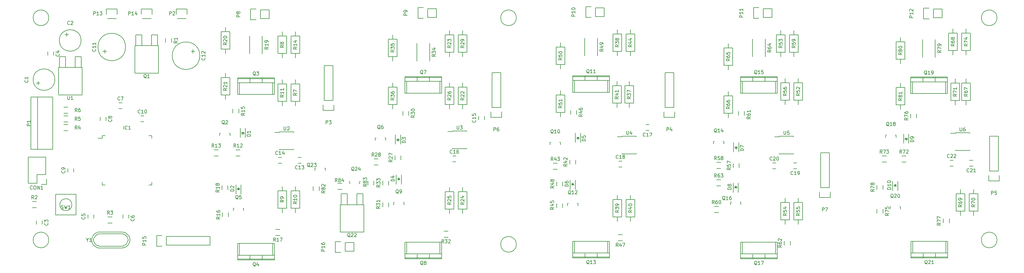
<source format=gto>
G04 #@! TF.FileFunction,Legend,Top*
%FSLAX46Y46*%
G04 Gerber Fmt 4.6, Leading zero omitted, Abs format (unit mm)*
G04 Created by KiCad (PCBNEW (2015-08-28 BZR 6132)-product) date Friday, October 16, 2015 'PMt' 04:58:48 PM*
%MOMM*%
G01*
G04 APERTURE LIST*
%ADD10C,0.100000*%
%ADD11C,0.150000*%
G04 APERTURE END LIST*
D10*
D11*
X15199360Y-46974760D02*
X16200120Y-46974760D01*
X15699740Y-47475140D02*
X15699740Y-46474380D01*
X20548600Y-45974000D02*
G75*
G03X20548600Y-45974000I-3149600J0D01*
G01*
X24018240Y-32344360D02*
X24018240Y-33345120D01*
X23517860Y-32844740D02*
X24518620Y-32844740D01*
X28168600Y-34544000D02*
G75*
G03X28168600Y-34544000I-3149600J0D01*
G01*
X16852000Y-88130000D02*
X16852000Y-87130000D01*
X15152000Y-87130000D02*
X15152000Y-88130000D01*
X20154000Y-38854000D02*
X20154000Y-37854000D01*
X18454000Y-37854000D02*
X18454000Y-38854000D01*
X30138000Y-85352000D02*
X30138000Y-86352000D01*
X31838000Y-86352000D02*
X31838000Y-85352000D01*
X40298000Y-85352000D02*
X40298000Y-86352000D01*
X41998000Y-86352000D02*
X41998000Y-85352000D01*
X40124000Y-52744000D02*
X39124000Y-52744000D01*
X39124000Y-54444000D02*
X40124000Y-54444000D01*
X35394000Y-57904000D02*
X35394000Y-56904000D01*
X33694000Y-56904000D02*
X33694000Y-57904000D01*
X24296000Y-71890000D02*
X24296000Y-72890000D01*
X25996000Y-72890000D02*
X25996000Y-71890000D01*
X46474000Y-56554000D02*
X45474000Y-56554000D01*
X45474000Y-58254000D02*
X46474000Y-58254000D01*
X91194000Y-70319000D02*
X92194000Y-70319000D01*
X92194000Y-68619000D02*
X91194000Y-68619000D01*
X86479000Y-68619000D02*
X85479000Y-68619000D01*
X85479000Y-70319000D02*
X86479000Y-70319000D01*
X143676000Y-56650000D02*
X143676000Y-57650000D01*
X145376000Y-57650000D02*
X145376000Y-56650000D01*
X137152000Y-68238000D02*
X136152000Y-68238000D01*
X136152000Y-69938000D02*
X137152000Y-69938000D01*
X192286000Y-60794000D02*
X193286000Y-60794000D01*
X193286000Y-59094000D02*
X192286000Y-59094000D01*
X185412000Y-69762000D02*
X184412000Y-69762000D01*
X184412000Y-71462000D02*
X185412000Y-71462000D01*
X235212000Y-71970000D02*
X236212000Y-71970000D01*
X236212000Y-70270000D02*
X235212000Y-70270000D01*
X230116000Y-70270000D02*
X229116000Y-70270000D01*
X229116000Y-71970000D02*
X230116000Y-71970000D01*
X286393000Y-71208000D02*
X287393000Y-71208000D01*
X287393000Y-69508000D02*
X286393000Y-69508000D01*
X281678000Y-69508000D02*
X280678000Y-69508000D01*
X280678000Y-71208000D02*
X281678000Y-71208000D01*
X17907000Y-73660000D02*
X17907000Y-68580000D01*
X18187000Y-76480000D02*
X16637000Y-76480000D01*
X15367000Y-76200000D02*
X15367000Y-73660000D01*
X15367000Y-73660000D02*
X17907000Y-73660000D01*
X17907000Y-68580000D02*
X12827000Y-68580000D01*
X12827000Y-68580000D02*
X12827000Y-73660000D01*
X18187000Y-76480000D02*
X18187000Y-74930000D01*
X12827000Y-76200000D02*
X15367000Y-76200000D01*
X12827000Y-73660000D02*
X12827000Y-76200000D01*
X74434000Y-60122000D02*
X74434000Y-62822000D01*
X75934000Y-60122000D02*
X75934000Y-62822000D01*
X75034000Y-61622000D02*
X75284000Y-61622000D01*
X75284000Y-61622000D02*
X75134000Y-61472000D01*
X75534000Y-61372000D02*
X74834000Y-61372000D01*
X75184000Y-61722000D02*
X75184000Y-62072000D01*
X75184000Y-61372000D02*
X75534000Y-61722000D01*
X75534000Y-61722000D02*
X74834000Y-61722000D01*
X74834000Y-61722000D02*
X75184000Y-61372000D01*
X74664000Y-79324000D02*
X74664000Y-76624000D01*
X73164000Y-79324000D02*
X73164000Y-76624000D01*
X74064000Y-77824000D02*
X73814000Y-77824000D01*
X73814000Y-77824000D02*
X73964000Y-77974000D01*
X73564000Y-78074000D02*
X74264000Y-78074000D01*
X73914000Y-77724000D02*
X73914000Y-77374000D01*
X73914000Y-78074000D02*
X73564000Y-77724000D01*
X73564000Y-77724000D02*
X74264000Y-77724000D01*
X74264000Y-77724000D02*
X73914000Y-78074000D01*
X119519000Y-62027000D02*
X119519000Y-64727000D01*
X121019000Y-62027000D02*
X121019000Y-64727000D01*
X120119000Y-63527000D02*
X120369000Y-63527000D01*
X120369000Y-63527000D02*
X120219000Y-63377000D01*
X120619000Y-63277000D02*
X119919000Y-63277000D01*
X120269000Y-63627000D02*
X120269000Y-63977000D01*
X120269000Y-63277000D02*
X120619000Y-63627000D01*
X120619000Y-63627000D02*
X119919000Y-63627000D01*
X119919000Y-63627000D02*
X120269000Y-63277000D01*
X121273000Y-76403000D02*
X121273000Y-73703000D01*
X119773000Y-76403000D02*
X119773000Y-73703000D01*
X120673000Y-74903000D02*
X120423000Y-74903000D01*
X120423000Y-74903000D02*
X120573000Y-75053000D01*
X120173000Y-75153000D02*
X120873000Y-75153000D01*
X120523000Y-74803000D02*
X120523000Y-74453000D01*
X120523000Y-75153000D02*
X120173000Y-74803000D01*
X120173000Y-74803000D02*
X120873000Y-74803000D01*
X120873000Y-74803000D02*
X120523000Y-75153000D01*
X171843000Y-61519000D02*
X171843000Y-64219000D01*
X173343000Y-61519000D02*
X173343000Y-64219000D01*
X172443000Y-63019000D02*
X172693000Y-63019000D01*
X172693000Y-63019000D02*
X172543000Y-62869000D01*
X172943000Y-62769000D02*
X172243000Y-62769000D01*
X172593000Y-63119000D02*
X172593000Y-63469000D01*
X172593000Y-62769000D02*
X172943000Y-63119000D01*
X172943000Y-63119000D02*
X172243000Y-63119000D01*
X172243000Y-63119000D02*
X172593000Y-62769000D01*
X171819000Y-77927000D02*
X171819000Y-75227000D01*
X170319000Y-77927000D02*
X170319000Y-75227000D01*
X171219000Y-76427000D02*
X170969000Y-76427000D01*
X170969000Y-76427000D02*
X171119000Y-76577000D01*
X170719000Y-76677000D02*
X171419000Y-76677000D01*
X171069000Y-76327000D02*
X171069000Y-75977000D01*
X171069000Y-76677000D02*
X170719000Y-76327000D01*
X170719000Y-76327000D02*
X171419000Y-76327000D01*
X171419000Y-76327000D02*
X171069000Y-76677000D01*
X217817000Y-64313000D02*
X217817000Y-67013000D01*
X219317000Y-64313000D02*
X219317000Y-67013000D01*
X218417000Y-65813000D02*
X218667000Y-65813000D01*
X218667000Y-65813000D02*
X218517000Y-65663000D01*
X218917000Y-65563000D02*
X218217000Y-65563000D01*
X218567000Y-65913000D02*
X218567000Y-66263000D01*
X218567000Y-65563000D02*
X218917000Y-65913000D01*
X218917000Y-65913000D02*
X218217000Y-65913000D01*
X218217000Y-65913000D02*
X218567000Y-65563000D01*
X219190000Y-78816000D02*
X219190000Y-76116000D01*
X217690000Y-78816000D02*
X217690000Y-76116000D01*
X218590000Y-77316000D02*
X218340000Y-77316000D01*
X218340000Y-77316000D02*
X218490000Y-77466000D01*
X218090000Y-77566000D02*
X218790000Y-77566000D01*
X218440000Y-77216000D02*
X218440000Y-76866000D01*
X218440000Y-77566000D02*
X218090000Y-77216000D01*
X218090000Y-77216000D02*
X218790000Y-77216000D01*
X218790000Y-77216000D02*
X218440000Y-77566000D01*
X267220000Y-61773000D02*
X267220000Y-64473000D01*
X268720000Y-61773000D02*
X268720000Y-64473000D01*
X267820000Y-63273000D02*
X268070000Y-63273000D01*
X268070000Y-63273000D02*
X267920000Y-63123000D01*
X268320000Y-63023000D02*
X267620000Y-63023000D01*
X267970000Y-63373000D02*
X267970000Y-63723000D01*
X267970000Y-63023000D02*
X268320000Y-63373000D01*
X268320000Y-63373000D02*
X267620000Y-63373000D01*
X267620000Y-63373000D02*
X267970000Y-63023000D01*
X265545000Y-78308000D02*
X265545000Y-75608000D01*
X264045000Y-78308000D02*
X264045000Y-75608000D01*
X264945000Y-76808000D02*
X264695000Y-76808000D01*
X264695000Y-76808000D02*
X264845000Y-76958000D01*
X264445000Y-77058000D02*
X265145000Y-77058000D01*
X264795000Y-76708000D02*
X264795000Y-76358000D01*
X264795000Y-77058000D02*
X264445000Y-76708000D01*
X264445000Y-76708000D02*
X265145000Y-76708000D01*
X265145000Y-76708000D02*
X264795000Y-77058000D01*
X34354000Y-62294000D02*
X34354000Y-63094000D01*
X48704000Y-62294000D02*
X48704000Y-63094000D01*
X48704000Y-76644000D02*
X48704000Y-75844000D01*
X34354000Y-76644000D02*
X34354000Y-75844000D01*
X34354000Y-62294000D02*
X35154000Y-62294000D01*
X34354000Y-76644000D02*
X35154000Y-76644000D01*
X48704000Y-76644000D02*
X47904000Y-76644000D01*
X48704000Y-62294000D02*
X47904000Y-62294000D01*
X34354000Y-63094000D02*
X33079000Y-63094000D01*
X19939000Y-58674000D02*
X19939000Y-51054000D01*
X15494000Y-58674000D02*
X15494000Y-51054000D01*
X13589000Y-58674000D02*
X13589000Y-51054000D01*
X13589000Y-66294000D02*
X19939000Y-66294000D01*
X13589000Y-51054000D02*
X19939000Y-51054000D01*
X15494000Y-58674000D02*
X15494000Y-66294000D01*
X13589000Y-66294000D02*
X13589000Y-58674000D01*
X19939000Y-58674000D02*
X19939000Y-66294000D01*
X58954000Y-25374000D02*
X58954000Y-26924000D01*
X55854000Y-26924000D02*
X55854000Y-25374000D01*
X55854000Y-25374000D02*
X58954000Y-25374000D01*
X56134000Y-28194000D02*
X58674000Y-28194000D01*
X101626000Y-53340000D02*
X101626000Y-54890000D01*
X101626000Y-54890000D02*
X98526000Y-54890000D01*
X98526000Y-54890000D02*
X98526000Y-53340000D01*
X98806000Y-52070000D02*
X98806000Y-41910000D01*
X98806000Y-41910000D02*
X101346000Y-41910000D01*
X101346000Y-41910000D02*
X101346000Y-52070000D01*
X98806000Y-52070000D02*
X101346000Y-52070000D01*
X200686000Y-55372000D02*
X200686000Y-56922000D01*
X200686000Y-56922000D02*
X197586000Y-56922000D01*
X197586000Y-56922000D02*
X197586000Y-55372000D01*
X197866000Y-54102000D02*
X197866000Y-43942000D01*
X197866000Y-43942000D02*
X200406000Y-43942000D01*
X200406000Y-43942000D02*
X200406000Y-54102000D01*
X197866000Y-54102000D02*
X200406000Y-54102000D01*
X295047000Y-73914000D02*
X295047000Y-75464000D01*
X295047000Y-75464000D02*
X291947000Y-75464000D01*
X291947000Y-75464000D02*
X291947000Y-73914000D01*
X292227000Y-72644000D02*
X292227000Y-62484000D01*
X292227000Y-62484000D02*
X294767000Y-62484000D01*
X294767000Y-62484000D02*
X294767000Y-72644000D01*
X292227000Y-72644000D02*
X294767000Y-72644000D01*
X150394000Y-55372000D02*
X150394000Y-56922000D01*
X150394000Y-56922000D02*
X147294000Y-56922000D01*
X147294000Y-56922000D02*
X147294000Y-55372000D01*
X147574000Y-54102000D02*
X147574000Y-43942000D01*
X147574000Y-43942000D02*
X150114000Y-43942000D01*
X150114000Y-43942000D02*
X150114000Y-54102000D01*
X147574000Y-54102000D02*
X150114000Y-54102000D01*
X245898000Y-78740000D02*
X245898000Y-80290000D01*
X245898000Y-80290000D02*
X242798000Y-80290000D01*
X242798000Y-80290000D02*
X242798000Y-78740000D01*
X243078000Y-77470000D02*
X243078000Y-67310000D01*
X243078000Y-67310000D02*
X245618000Y-67310000D01*
X245618000Y-67310000D02*
X245618000Y-77470000D01*
X243078000Y-77470000D02*
X245618000Y-77470000D01*
X38634000Y-25374000D02*
X38634000Y-26924000D01*
X35534000Y-26924000D02*
X35534000Y-25374000D01*
X35534000Y-25374000D02*
X38634000Y-25374000D01*
X35814000Y-28194000D02*
X38354000Y-28194000D01*
X48794000Y-25374000D02*
X48794000Y-26924000D01*
X45694000Y-26924000D02*
X45694000Y-25374000D01*
X45694000Y-25374000D02*
X48794000Y-25374000D01*
X45974000Y-28194000D02*
X48514000Y-28194000D01*
X52959000Y-91694000D02*
X65659000Y-91694000D01*
X65659000Y-91694000D02*
X65659000Y-94234000D01*
X65659000Y-94234000D02*
X52959000Y-94234000D01*
X50139000Y-91414000D02*
X51689000Y-91414000D01*
X52959000Y-91694000D02*
X52959000Y-94234000D01*
X51689000Y-94514000D02*
X50139000Y-94514000D01*
X50139000Y-94514000D02*
X50139000Y-91414000D01*
X45847000Y-36068000D02*
X45847000Y-32893000D01*
X45847000Y-32893000D02*
X44069000Y-32893000D01*
X44069000Y-32893000D02*
X44069000Y-36068000D01*
X50419000Y-36068000D02*
X50419000Y-32893000D01*
X50419000Y-32893000D02*
X48641000Y-32893000D01*
X48641000Y-32893000D02*
X48641000Y-36068000D01*
X43815000Y-42164000D02*
X43815000Y-36068000D01*
X43815000Y-36068000D02*
X50673000Y-36068000D01*
X50673000Y-36068000D02*
X50673000Y-43942000D01*
X50673000Y-44069000D02*
X43815000Y-44069000D01*
X43815000Y-43942000D02*
X43815000Y-42164000D01*
X68477180Y-62280800D02*
X68477180Y-61579760D01*
X68477180Y-61579760D02*
X68726100Y-61579760D01*
X71276160Y-61579760D02*
X71476820Y-61579760D01*
X71476820Y-61579760D02*
X71476820Y-62280800D01*
X72414180Y-84124800D02*
X72414180Y-83423760D01*
X72414180Y-83423760D02*
X72663100Y-83423760D01*
X75213160Y-83423760D02*
X75413820Y-83423760D01*
X75413820Y-83423760D02*
X75413820Y-84124800D01*
X113689180Y-63677800D02*
X113689180Y-62976760D01*
X113689180Y-62976760D02*
X113938100Y-62976760D01*
X116488160Y-62976760D02*
X116688820Y-62976760D01*
X116688820Y-62976760D02*
X116688820Y-63677800D01*
X119023180Y-82473800D02*
X119023180Y-81772760D01*
X119023180Y-81772760D02*
X119272100Y-81772760D01*
X121822160Y-81772760D02*
X122022820Y-81772760D01*
X122022820Y-81772760D02*
X122022820Y-82473800D01*
X164489180Y-64947800D02*
X164489180Y-64246760D01*
X164489180Y-64246760D02*
X164738100Y-64246760D01*
X167288160Y-64246760D02*
X167488820Y-64246760D01*
X167488820Y-64246760D02*
X167488820Y-64947800D01*
X169569180Y-82727800D02*
X169569180Y-82026760D01*
X169569180Y-82026760D02*
X169818100Y-82026760D01*
X172368160Y-82026760D02*
X172568820Y-82026760D01*
X172568820Y-82026760D02*
X172568820Y-82727800D01*
X211987180Y-64693800D02*
X211987180Y-63992760D01*
X211987180Y-63992760D02*
X212236100Y-63992760D01*
X214786160Y-63992760D02*
X214986820Y-63992760D01*
X214986820Y-63992760D02*
X214986820Y-64693800D01*
X216940180Y-82346800D02*
X216940180Y-81645760D01*
X216940180Y-81645760D02*
X217189100Y-81645760D01*
X219739160Y-81645760D02*
X219939820Y-81645760D01*
X219939820Y-81645760D02*
X219939820Y-82346800D01*
X262025180Y-62788800D02*
X262025180Y-62087760D01*
X262025180Y-62087760D02*
X262274100Y-62087760D01*
X264824160Y-62087760D02*
X265024820Y-62087760D01*
X265024820Y-62087760D02*
X265024820Y-62788800D01*
X263295180Y-83743800D02*
X263295180Y-83042760D01*
X263295180Y-83042760D02*
X263544100Y-83042760D01*
X266094160Y-83042760D02*
X266294820Y-83042760D01*
X266294820Y-83042760D02*
X266294820Y-83743800D01*
X52719000Y-35144000D02*
X52719000Y-33944000D01*
X54469000Y-33944000D02*
X54469000Y-35144000D01*
X15205000Y-83298000D02*
X14005000Y-83298000D01*
X14005000Y-81548000D02*
X15205000Y-81548000D01*
X37176000Y-87743000D02*
X35976000Y-87743000D01*
X35976000Y-85993000D02*
X37176000Y-85993000D01*
X24349000Y-60819000D02*
X23149000Y-60819000D01*
X23149000Y-59069000D02*
X24349000Y-59069000D01*
X24349000Y-58279000D02*
X23149000Y-58279000D01*
X23149000Y-56529000D02*
X24349000Y-56529000D01*
X24349000Y-55739000D02*
X23149000Y-55739000D01*
X23149000Y-53989000D02*
X24349000Y-53989000D01*
X74387000Y-68185000D02*
X73187000Y-68185000D01*
X73187000Y-66435000D02*
X74387000Y-66435000D01*
X68037000Y-68185000D02*
X66837000Y-68185000D01*
X66837000Y-66435000D02*
X68037000Y-66435000D01*
X72277000Y-55718000D02*
X72277000Y-54518000D01*
X74027000Y-54518000D02*
X74027000Y-55718000D01*
X69229000Y-85944000D02*
X69229000Y-84744000D01*
X70979000Y-84744000D02*
X70979000Y-85944000D01*
X84744000Y-89676000D02*
X85944000Y-89676000D01*
X85944000Y-91426000D02*
X84744000Y-91426000D01*
X70852000Y-76870000D02*
X70852000Y-78070000D01*
X69102000Y-78070000D02*
X69102000Y-76870000D01*
X121144000Y-68107000D02*
X121144000Y-69307000D01*
X119394000Y-69307000D02*
X119394000Y-68107000D01*
X114519000Y-70852000D02*
X113319000Y-70852000D01*
X113319000Y-69102000D02*
X114519000Y-69102000D01*
X121680000Y-56353000D02*
X121680000Y-55153000D01*
X123430000Y-55153000D02*
X123430000Y-56353000D01*
X115838000Y-83023000D02*
X115838000Y-81823000D01*
X117588000Y-81823000D02*
X117588000Y-83023000D01*
X133639000Y-90184000D02*
X134839000Y-90184000D01*
X134839000Y-91934000D02*
X133639000Y-91934000D01*
X117588000Y-75473000D02*
X117588000Y-76673000D01*
X115838000Y-76673000D02*
X115838000Y-75473000D01*
X125810000Y-40573000D02*
X125810000Y-35373000D01*
X129460000Y-35373000D02*
X129460000Y-40573000D01*
X171944000Y-69377000D02*
X171944000Y-70577000D01*
X170194000Y-70577000D02*
X170194000Y-69377000D01*
X166589000Y-72122000D02*
X165389000Y-72122000D01*
X165389000Y-70372000D02*
X166589000Y-70372000D01*
X166384000Y-83277000D02*
X166384000Y-82077000D01*
X168134000Y-82077000D02*
X168134000Y-83277000D01*
X170448000Y-56099000D02*
X170448000Y-54899000D01*
X172198000Y-54899000D02*
X172198000Y-56099000D01*
X184312000Y-91200000D02*
X185512000Y-91200000D01*
X185512000Y-92950000D02*
X184312000Y-92950000D01*
X168134000Y-75727000D02*
X168134000Y-76927000D01*
X166384000Y-76927000D02*
X166384000Y-75727000D01*
X174578000Y-39049000D02*
X174578000Y-33849000D01*
X178228000Y-33849000D02*
X178228000Y-39049000D01*
X219442000Y-70393000D02*
X219442000Y-71593000D01*
X217692000Y-71593000D02*
X217692000Y-70393000D01*
X214087000Y-71868000D02*
X212887000Y-71868000D01*
X212887000Y-70118000D02*
X214087000Y-70118000D01*
X213452000Y-84695000D02*
X212252000Y-84695000D01*
X212252000Y-82945000D02*
X213452000Y-82945000D01*
X234301000Y-92999000D02*
X234301000Y-94199000D01*
X232551000Y-94199000D02*
X232551000Y-92999000D01*
X214087000Y-76948000D02*
X212887000Y-76948000D01*
X212887000Y-75198000D02*
X214087000Y-75198000D01*
X223346000Y-39303000D02*
X223346000Y-34103000D01*
X226996000Y-34103000D02*
X226996000Y-39303000D01*
X267935000Y-69963000D02*
X266735000Y-69963000D01*
X266735000Y-68213000D02*
X267935000Y-68213000D01*
X262220000Y-69963000D02*
X261020000Y-69963000D01*
X261020000Y-68213000D02*
X262220000Y-68213000D01*
X259475000Y-84928000D02*
X259475000Y-83728000D01*
X261225000Y-83728000D02*
X261225000Y-84928000D01*
X271004000Y-55915000D02*
X271004000Y-57115000D01*
X269254000Y-57115000D02*
X269254000Y-55915000D01*
X280529000Y-86522000D02*
X280529000Y-87722000D01*
X278779000Y-87722000D02*
X278779000Y-86522000D01*
X261225000Y-76743000D02*
X261225000Y-77943000D01*
X259475000Y-77943000D02*
X259475000Y-76743000D01*
X272749000Y-39430000D02*
X272749000Y-34230000D01*
X276399000Y-34230000D02*
X276399000Y-39430000D01*
X23622000Y-42418000D02*
X23622000Y-39243000D01*
X23622000Y-39243000D02*
X21844000Y-39243000D01*
X21844000Y-39243000D02*
X21844000Y-42418000D01*
X28194000Y-42418000D02*
X28194000Y-39243000D01*
X28194000Y-39243000D02*
X26416000Y-39243000D01*
X26416000Y-39243000D02*
X26416000Y-42418000D01*
X21590000Y-48514000D02*
X21590000Y-42418000D01*
X21590000Y-42418000D02*
X28448000Y-42418000D01*
X28448000Y-42418000D02*
X28448000Y-50292000D01*
X28448000Y-50419000D02*
X21590000Y-50419000D01*
X21590000Y-50292000D02*
X21590000Y-48514000D01*
X85809000Y-61179000D02*
X85809000Y-61324000D01*
X89959000Y-61179000D02*
X89959000Y-61324000D01*
X89959000Y-66329000D02*
X89959000Y-66184000D01*
X85809000Y-66329000D02*
X85809000Y-66184000D01*
X85809000Y-61179000D02*
X89959000Y-61179000D01*
X85809000Y-66329000D02*
X89959000Y-66329000D01*
X85809000Y-61324000D02*
X84409000Y-61324000D01*
X136101000Y-60925000D02*
X136101000Y-61070000D01*
X140251000Y-60925000D02*
X140251000Y-61070000D01*
X140251000Y-66075000D02*
X140251000Y-65930000D01*
X136101000Y-66075000D02*
X136101000Y-65930000D01*
X136101000Y-60925000D02*
X140251000Y-60925000D01*
X136101000Y-66075000D02*
X140251000Y-66075000D01*
X136101000Y-61070000D02*
X134701000Y-61070000D01*
X185377000Y-62449000D02*
X185377000Y-62594000D01*
X189527000Y-62449000D02*
X189527000Y-62594000D01*
X189527000Y-67599000D02*
X189527000Y-67454000D01*
X185377000Y-67599000D02*
X185377000Y-67454000D01*
X185377000Y-62449000D02*
X189527000Y-62449000D01*
X185377000Y-67599000D02*
X189527000Y-67599000D01*
X185377000Y-62594000D02*
X183977000Y-62594000D01*
X231097000Y-62449000D02*
X231097000Y-62594000D01*
X235247000Y-62449000D02*
X235247000Y-62594000D01*
X235247000Y-67599000D02*
X235247000Y-67454000D01*
X231097000Y-67599000D02*
X231097000Y-67454000D01*
X231097000Y-62449000D02*
X235247000Y-62449000D01*
X231097000Y-67599000D02*
X235247000Y-67599000D01*
X231097000Y-62594000D02*
X229697000Y-62594000D01*
X282278000Y-61433000D02*
X282278000Y-61578000D01*
X286428000Y-61433000D02*
X286428000Y-61578000D01*
X286428000Y-66583000D02*
X286428000Y-66438000D01*
X282278000Y-66583000D02*
X282278000Y-66438000D01*
X282278000Y-61433000D02*
X286428000Y-61433000D01*
X282278000Y-66583000D02*
X286428000Y-66583000D01*
X282278000Y-61578000D02*
X280878000Y-61578000D01*
X80264000Y-25654000D02*
X82804000Y-25654000D01*
X77444000Y-25374000D02*
X78994000Y-25374000D01*
X80264000Y-25654000D02*
X80264000Y-28194000D01*
X78994000Y-28474000D02*
X77444000Y-28474000D01*
X77444000Y-28474000D02*
X77444000Y-25374000D01*
X80264000Y-28194000D02*
X82804000Y-28194000D01*
X82804000Y-28194000D02*
X82804000Y-25654000D01*
X128905000Y-25273000D02*
X131445000Y-25273000D01*
X126085000Y-24993000D02*
X127635000Y-24993000D01*
X128905000Y-25273000D02*
X128905000Y-27813000D01*
X127635000Y-28093000D02*
X126085000Y-28093000D01*
X126085000Y-28093000D02*
X126085000Y-24993000D01*
X128905000Y-27813000D02*
X131445000Y-27813000D01*
X131445000Y-27813000D02*
X131445000Y-25273000D01*
X177673000Y-25019000D02*
X180213000Y-25019000D01*
X174853000Y-24739000D02*
X176403000Y-24739000D01*
X177673000Y-25019000D02*
X177673000Y-27559000D01*
X176403000Y-27839000D02*
X174853000Y-27839000D01*
X174853000Y-27839000D02*
X174853000Y-24739000D01*
X177673000Y-27559000D02*
X180213000Y-27559000D01*
X180213000Y-27559000D02*
X180213000Y-25019000D01*
X226441000Y-25273000D02*
X228981000Y-25273000D01*
X223621000Y-24993000D02*
X225171000Y-24993000D01*
X226441000Y-25273000D02*
X226441000Y-27813000D01*
X225171000Y-28093000D02*
X223621000Y-28093000D01*
X223621000Y-28093000D02*
X223621000Y-24993000D01*
X226441000Y-27813000D02*
X228981000Y-27813000D01*
X228981000Y-27813000D02*
X228981000Y-25273000D01*
X275844000Y-25400000D02*
X278384000Y-25400000D01*
X273024000Y-25120000D02*
X274574000Y-25120000D01*
X275844000Y-25400000D02*
X275844000Y-27940000D01*
X274574000Y-28220000D02*
X273024000Y-28220000D01*
X273024000Y-28220000D02*
X273024000Y-25120000D01*
X275844000Y-27940000D02*
X278384000Y-27940000D01*
X278384000Y-27940000D02*
X278384000Y-25400000D01*
X77169000Y-38414000D02*
X77169000Y-33214000D01*
X80819000Y-33214000D02*
X80819000Y-38414000D01*
X220966000Y-55153000D02*
X220966000Y-56353000D01*
X219216000Y-56353000D02*
X219216000Y-55153000D01*
X104902000Y-93472000D02*
X107442000Y-93472000D01*
X102082000Y-93192000D02*
X103632000Y-93192000D01*
X104902000Y-93472000D02*
X104902000Y-96012000D01*
X103632000Y-96292000D02*
X102082000Y-96292000D01*
X102082000Y-96292000D02*
X102082000Y-93192000D01*
X104902000Y-96012000D02*
X107442000Y-96012000D01*
X107442000Y-96012000D02*
X107442000Y-93472000D01*
X95645000Y-78324000D02*
X95645000Y-77124000D01*
X97395000Y-77124000D02*
X97395000Y-78324000D01*
X35059620Y-38249860D02*
X35059620Y-37223700D01*
X34508440Y-37724080D02*
X35560000Y-37724080D01*
X41084500Y-36449000D02*
G75*
G03X41084500Y-36449000I-4000500J0D01*
G01*
X60698380Y-37188140D02*
X60698380Y-38214300D01*
X61249560Y-37713920D02*
X60198000Y-37713920D01*
X62674500Y-38989000D02*
G75*
G03X62674500Y-38989000I-4000500J0D01*
G01*
X89154000Y-52324000D02*
X89154000Y-47244000D01*
X89154000Y-47244000D02*
X91694000Y-47244000D01*
X91694000Y-47244000D02*
X91694000Y-52324000D01*
X91694000Y-52324000D02*
X89154000Y-52324000D01*
X90424000Y-52324000D02*
X90424000Y-53594000D01*
X90424000Y-47244000D02*
X90424000Y-45974000D01*
X85344000Y-38354000D02*
X85344000Y-33274000D01*
X85344000Y-33274000D02*
X87884000Y-33274000D01*
X87884000Y-33274000D02*
X87884000Y-38354000D01*
X87884000Y-38354000D02*
X85344000Y-38354000D01*
X86614000Y-38354000D02*
X86614000Y-39624000D01*
X86614000Y-33274000D02*
X86614000Y-32004000D01*
X85344000Y-83439000D02*
X85344000Y-78359000D01*
X85344000Y-78359000D02*
X87884000Y-78359000D01*
X87884000Y-78359000D02*
X87884000Y-83439000D01*
X87884000Y-83439000D02*
X85344000Y-83439000D01*
X86614000Y-83439000D02*
X86614000Y-84709000D01*
X86614000Y-78359000D02*
X86614000Y-77089000D01*
X91694000Y-78359000D02*
X91694000Y-83439000D01*
X91694000Y-83439000D02*
X89154000Y-83439000D01*
X89154000Y-83439000D02*
X89154000Y-78359000D01*
X89154000Y-78359000D02*
X91694000Y-78359000D01*
X90424000Y-78359000D02*
X90424000Y-77089000D01*
X90424000Y-83439000D02*
X90424000Y-84709000D01*
X87884000Y-47244000D02*
X87884000Y-52324000D01*
X87884000Y-52324000D02*
X85344000Y-52324000D01*
X85344000Y-52324000D02*
X85344000Y-47244000D01*
X85344000Y-47244000D02*
X87884000Y-47244000D01*
X86614000Y-47244000D02*
X86614000Y-45974000D01*
X86614000Y-52324000D02*
X86614000Y-53594000D01*
X71374000Y-45339000D02*
X71374000Y-50419000D01*
X71374000Y-50419000D02*
X68834000Y-50419000D01*
X68834000Y-50419000D02*
X68834000Y-45339000D01*
X68834000Y-45339000D02*
X71374000Y-45339000D01*
X70104000Y-45339000D02*
X70104000Y-44069000D01*
X70104000Y-50419000D02*
X70104000Y-51689000D01*
X137795000Y-53213000D02*
X137795000Y-48133000D01*
X137795000Y-48133000D02*
X140335000Y-48133000D01*
X140335000Y-48133000D02*
X140335000Y-53213000D01*
X140335000Y-53213000D02*
X137795000Y-53213000D01*
X139065000Y-53213000D02*
X139065000Y-54483000D01*
X139065000Y-48133000D02*
X139065000Y-46863000D01*
X133985000Y-37973000D02*
X133985000Y-32893000D01*
X133985000Y-32893000D02*
X136525000Y-32893000D01*
X136525000Y-32893000D02*
X136525000Y-37973000D01*
X136525000Y-37973000D02*
X133985000Y-37973000D01*
X135255000Y-37973000D02*
X135255000Y-39243000D01*
X135255000Y-32893000D02*
X135255000Y-31623000D01*
X137795000Y-83693000D02*
X137795000Y-78613000D01*
X137795000Y-78613000D02*
X140335000Y-78613000D01*
X140335000Y-78613000D02*
X140335000Y-83693000D01*
X140335000Y-83693000D02*
X137795000Y-83693000D01*
X139065000Y-83693000D02*
X139065000Y-84963000D01*
X139065000Y-78613000D02*
X139065000Y-77343000D01*
X136525000Y-78613000D02*
X136525000Y-83693000D01*
X136525000Y-83693000D02*
X133985000Y-83693000D01*
X133985000Y-83693000D02*
X133985000Y-78613000D01*
X133985000Y-78613000D02*
X136525000Y-78613000D01*
X135255000Y-78613000D02*
X135255000Y-77343000D01*
X135255000Y-83693000D02*
X135255000Y-84963000D01*
X136525000Y-48133000D02*
X136525000Y-53213000D01*
X136525000Y-53213000D02*
X133985000Y-53213000D01*
X133985000Y-53213000D02*
X133985000Y-48133000D01*
X133985000Y-48133000D02*
X136525000Y-48133000D01*
X135255000Y-48133000D02*
X135255000Y-46863000D01*
X135255000Y-53213000D02*
X135255000Y-54483000D01*
X137795000Y-37973000D02*
X137795000Y-32893000D01*
X137795000Y-32893000D02*
X140335000Y-32893000D01*
X140335000Y-32893000D02*
X140335000Y-37973000D01*
X140335000Y-37973000D02*
X137795000Y-37973000D01*
X139065000Y-37973000D02*
X139065000Y-39243000D01*
X139065000Y-32893000D02*
X139065000Y-31623000D01*
X120015000Y-34163000D02*
X120015000Y-39243000D01*
X120015000Y-39243000D02*
X117475000Y-39243000D01*
X117475000Y-39243000D02*
X117475000Y-34163000D01*
X117475000Y-34163000D02*
X120015000Y-34163000D01*
X118745000Y-34163000D02*
X118745000Y-32893000D01*
X118745000Y-39243000D02*
X118745000Y-40513000D01*
X120015000Y-48133000D02*
X120015000Y-53213000D01*
X120015000Y-53213000D02*
X117475000Y-53213000D01*
X117475000Y-53213000D02*
X117475000Y-48133000D01*
X117475000Y-48133000D02*
X120015000Y-48133000D01*
X118745000Y-48133000D02*
X118745000Y-46863000D01*
X118745000Y-53213000D02*
X118745000Y-54483000D01*
X186182000Y-52832000D02*
X186182000Y-47752000D01*
X186182000Y-47752000D02*
X188722000Y-47752000D01*
X188722000Y-47752000D02*
X188722000Y-52832000D01*
X188722000Y-52832000D02*
X186182000Y-52832000D01*
X187452000Y-52832000D02*
X187452000Y-54102000D01*
X187452000Y-47752000D02*
X187452000Y-46482000D01*
X182753000Y-37719000D02*
X182753000Y-32639000D01*
X182753000Y-32639000D02*
X185293000Y-32639000D01*
X185293000Y-32639000D02*
X185293000Y-37719000D01*
X185293000Y-37719000D02*
X182753000Y-37719000D01*
X184023000Y-37719000D02*
X184023000Y-38989000D01*
X184023000Y-32639000D02*
X184023000Y-31369000D01*
X182753000Y-85979000D02*
X182753000Y-80899000D01*
X182753000Y-80899000D02*
X185293000Y-80899000D01*
X185293000Y-80899000D02*
X185293000Y-85979000D01*
X185293000Y-85979000D02*
X182753000Y-85979000D01*
X184023000Y-85979000D02*
X184023000Y-87249000D01*
X184023000Y-80899000D02*
X184023000Y-79629000D01*
X189103000Y-80899000D02*
X189103000Y-85979000D01*
X189103000Y-85979000D02*
X186563000Y-85979000D01*
X186563000Y-85979000D02*
X186563000Y-80899000D01*
X186563000Y-80899000D02*
X189103000Y-80899000D01*
X187833000Y-80899000D02*
X187833000Y-79629000D01*
X187833000Y-85979000D02*
X187833000Y-87249000D01*
X185166000Y-47752000D02*
X185166000Y-52832000D01*
X185166000Y-52832000D02*
X182626000Y-52832000D01*
X182626000Y-52832000D02*
X182626000Y-47752000D01*
X182626000Y-47752000D02*
X185166000Y-47752000D01*
X183896000Y-47752000D02*
X183896000Y-46482000D01*
X183896000Y-52832000D02*
X183896000Y-54102000D01*
X168783000Y-36449000D02*
X168783000Y-41529000D01*
X168783000Y-41529000D02*
X166243000Y-41529000D01*
X166243000Y-41529000D02*
X166243000Y-36449000D01*
X166243000Y-36449000D02*
X168783000Y-36449000D01*
X167513000Y-36449000D02*
X167513000Y-35179000D01*
X167513000Y-41529000D02*
X167513000Y-42799000D01*
X168783000Y-50419000D02*
X168783000Y-55499000D01*
X168783000Y-55499000D02*
X166243000Y-55499000D01*
X166243000Y-55499000D02*
X166243000Y-50419000D01*
X166243000Y-50419000D02*
X168783000Y-50419000D01*
X167513000Y-50419000D02*
X167513000Y-49149000D01*
X167513000Y-55499000D02*
X167513000Y-56769000D01*
X235331000Y-51943000D02*
X235331000Y-46863000D01*
X235331000Y-46863000D02*
X237871000Y-46863000D01*
X237871000Y-46863000D02*
X237871000Y-51943000D01*
X237871000Y-51943000D02*
X235331000Y-51943000D01*
X236601000Y-51943000D02*
X236601000Y-53213000D01*
X236601000Y-46863000D02*
X236601000Y-45593000D01*
X230251000Y-37973000D02*
X230251000Y-32893000D01*
X230251000Y-32893000D02*
X232791000Y-32893000D01*
X232791000Y-32893000D02*
X232791000Y-37973000D01*
X232791000Y-37973000D02*
X230251000Y-37973000D01*
X231521000Y-37973000D02*
X231521000Y-39243000D01*
X231521000Y-32893000D02*
X231521000Y-31623000D01*
X231521000Y-86868000D02*
X231521000Y-81788000D01*
X231521000Y-81788000D02*
X234061000Y-81788000D01*
X234061000Y-81788000D02*
X234061000Y-86868000D01*
X234061000Y-86868000D02*
X231521000Y-86868000D01*
X232791000Y-86868000D02*
X232791000Y-88138000D01*
X232791000Y-81788000D02*
X232791000Y-80518000D01*
X237871000Y-81788000D02*
X237871000Y-86868000D01*
X237871000Y-86868000D02*
X235331000Y-86868000D01*
X235331000Y-86868000D02*
X235331000Y-81788000D01*
X235331000Y-81788000D02*
X237871000Y-81788000D01*
X236601000Y-81788000D02*
X236601000Y-80518000D01*
X236601000Y-86868000D02*
X236601000Y-88138000D01*
X234061000Y-46863000D02*
X234061000Y-51943000D01*
X234061000Y-51943000D02*
X231521000Y-51943000D01*
X231521000Y-51943000D02*
X231521000Y-46863000D01*
X231521000Y-46863000D02*
X234061000Y-46863000D01*
X232791000Y-46863000D02*
X232791000Y-45593000D01*
X232791000Y-51943000D02*
X232791000Y-53213000D01*
X234061000Y-37973000D02*
X234061000Y-32893000D01*
X234061000Y-32893000D02*
X236601000Y-32893000D01*
X236601000Y-32893000D02*
X236601000Y-37973000D01*
X236601000Y-37973000D02*
X234061000Y-37973000D01*
X235331000Y-37973000D02*
X235331000Y-39243000D01*
X235331000Y-32893000D02*
X235331000Y-31623000D01*
X217551000Y-36703000D02*
X217551000Y-41783000D01*
X217551000Y-41783000D02*
X215011000Y-41783000D01*
X215011000Y-41783000D02*
X215011000Y-36703000D01*
X215011000Y-36703000D02*
X217551000Y-36703000D01*
X216281000Y-36703000D02*
X216281000Y-35433000D01*
X216281000Y-41783000D02*
X216281000Y-43053000D01*
X217551000Y-50673000D02*
X217551000Y-55753000D01*
X217551000Y-55753000D02*
X215011000Y-55753000D01*
X215011000Y-55753000D02*
X215011000Y-50673000D01*
X215011000Y-50673000D02*
X217551000Y-50673000D01*
X216281000Y-50673000D02*
X216281000Y-49403000D01*
X216281000Y-55753000D02*
X216281000Y-57023000D01*
X284099000Y-52070000D02*
X284099000Y-46990000D01*
X284099000Y-46990000D02*
X286639000Y-46990000D01*
X286639000Y-46990000D02*
X286639000Y-52070000D01*
X286639000Y-52070000D02*
X284099000Y-52070000D01*
X285369000Y-52070000D02*
X285369000Y-53340000D01*
X285369000Y-46990000D02*
X285369000Y-45720000D01*
X280289000Y-37465000D02*
X280289000Y-32385000D01*
X280289000Y-32385000D02*
X282829000Y-32385000D01*
X282829000Y-32385000D02*
X282829000Y-37465000D01*
X282829000Y-37465000D02*
X280289000Y-37465000D01*
X281559000Y-37465000D02*
X281559000Y-38735000D01*
X281559000Y-32385000D02*
X281559000Y-31115000D01*
X282448000Y-84328000D02*
X282448000Y-79248000D01*
X282448000Y-79248000D02*
X284988000Y-79248000D01*
X284988000Y-79248000D02*
X284988000Y-84328000D01*
X284988000Y-84328000D02*
X282448000Y-84328000D01*
X283718000Y-84328000D02*
X283718000Y-85598000D01*
X283718000Y-79248000D02*
X283718000Y-77978000D01*
X288798000Y-79248000D02*
X288798000Y-84328000D01*
X288798000Y-84328000D02*
X286258000Y-84328000D01*
X286258000Y-84328000D02*
X286258000Y-79248000D01*
X286258000Y-79248000D02*
X288798000Y-79248000D01*
X287528000Y-79248000D02*
X287528000Y-77978000D01*
X287528000Y-84328000D02*
X287528000Y-85598000D01*
X283464000Y-46990000D02*
X283464000Y-52070000D01*
X283464000Y-52070000D02*
X280924000Y-52070000D01*
X280924000Y-52070000D02*
X280924000Y-46990000D01*
X280924000Y-46990000D02*
X283464000Y-46990000D01*
X282194000Y-46990000D02*
X282194000Y-45720000D01*
X282194000Y-52070000D02*
X282194000Y-53340000D01*
X284099000Y-37465000D02*
X284099000Y-32385000D01*
X284099000Y-32385000D02*
X286639000Y-32385000D01*
X286639000Y-32385000D02*
X286639000Y-37465000D01*
X286639000Y-37465000D02*
X284099000Y-37465000D01*
X285369000Y-37465000D02*
X285369000Y-38735000D01*
X285369000Y-32385000D02*
X285369000Y-31115000D01*
X267589000Y-34925000D02*
X267589000Y-40005000D01*
X267589000Y-40005000D02*
X265049000Y-40005000D01*
X265049000Y-40005000D02*
X265049000Y-34925000D01*
X265049000Y-34925000D02*
X267589000Y-34925000D01*
X266319000Y-34925000D02*
X266319000Y-33655000D01*
X266319000Y-40005000D02*
X266319000Y-41275000D01*
X267589000Y-48260000D02*
X267589000Y-53340000D01*
X267589000Y-53340000D02*
X265049000Y-53340000D01*
X265049000Y-53340000D02*
X265049000Y-48260000D01*
X265049000Y-48260000D02*
X267589000Y-48260000D01*
X266319000Y-48260000D02*
X266319000Y-46990000D01*
X266319000Y-53340000D02*
X266319000Y-54610000D01*
X71374000Y-32004000D02*
X71374000Y-37084000D01*
X71374000Y-37084000D02*
X68834000Y-37084000D01*
X68834000Y-37084000D02*
X68834000Y-32004000D01*
X68834000Y-32004000D02*
X71374000Y-32004000D01*
X70104000Y-32004000D02*
X70104000Y-30734000D01*
X70104000Y-37084000D02*
X70104000Y-38354000D01*
X89154000Y-38354000D02*
X89154000Y-33274000D01*
X89154000Y-33274000D02*
X91694000Y-33274000D01*
X91694000Y-33274000D02*
X91694000Y-38354000D01*
X91694000Y-38354000D02*
X89154000Y-38354000D01*
X90424000Y-38354000D02*
X90424000Y-39624000D01*
X90424000Y-33274000D02*
X90424000Y-32004000D01*
X18796000Y-27940000D02*
G75*
G03X18796000Y-27940000I-2286000J0D01*
G01*
X18796000Y-92710000D02*
G75*
G03X18796000Y-92710000I-2286000J0D01*
G01*
X294386000Y-92710000D02*
G75*
G03X294386000Y-92710000I-2286000J0D01*
G01*
X294386000Y-27940000D02*
G75*
G03X294386000Y-27940000I-2286000J0D01*
G01*
X154686000Y-93980000D02*
G75*
G03X154686000Y-93980000I-2286000J0D01*
G01*
X154686000Y-27940000D02*
G75*
G03X154686000Y-27940000I-2286000J0D01*
G01*
X186563000Y-37719000D02*
X186563000Y-32639000D01*
X186563000Y-32639000D02*
X189103000Y-32639000D01*
X189103000Y-32639000D02*
X189103000Y-37719000D01*
X189103000Y-37719000D02*
X186563000Y-37719000D01*
X187833000Y-37719000D02*
X187833000Y-38989000D01*
X187833000Y-32639000D02*
X187833000Y-31369000D01*
X41529000Y-91709240D02*
X41729660Y-92110560D01*
X41729660Y-92110560D02*
X41831260Y-92710000D01*
X41831260Y-92710000D02*
X41729660Y-93210380D01*
X41729660Y-93210380D02*
X41330880Y-93908880D01*
X41330880Y-93908880D02*
X40728900Y-94310200D01*
X40728900Y-94310200D02*
X40129460Y-94510860D01*
X40129460Y-94510860D02*
X33530540Y-94510860D01*
X33530540Y-94510860D02*
X32829500Y-94310200D01*
X32829500Y-94310200D02*
X32430720Y-94010480D01*
X32430720Y-94010480D02*
X32029400Y-93510100D01*
X32029400Y-93510100D02*
X31828740Y-92910660D01*
X31828740Y-92910660D02*
X31828740Y-92410280D01*
X31828740Y-92410280D02*
X32029400Y-91909900D01*
X32029400Y-91909900D02*
X32529780Y-91310460D01*
X32529780Y-91310460D02*
X33030160Y-91010740D01*
X33030160Y-91010740D02*
X33530540Y-90909140D01*
X33629600Y-90909140D02*
X40231060Y-90909140D01*
X40231060Y-90909140D02*
X40629840Y-91010740D01*
X40629840Y-91010740D02*
X41130220Y-91310460D01*
X41130220Y-91310460D02*
X41630600Y-91810840D01*
X33639760Y-90380820D02*
X33180020Y-90429080D01*
X33180020Y-90429080D02*
X32781240Y-90540840D01*
X32781240Y-90540840D02*
X32349440Y-90759280D01*
X32349440Y-90759280D02*
X32059880Y-90990420D01*
X32059880Y-90990420D02*
X31729680Y-91340940D01*
X31729680Y-91340940D02*
X31440120Y-91879420D01*
X31440120Y-91879420D02*
X31310580Y-92478860D01*
X31310580Y-92478860D02*
X31310580Y-92989400D01*
X31310580Y-92989400D02*
X31480760Y-93690440D01*
X31480760Y-93690440D02*
X31879540Y-94279720D01*
X31879540Y-94279720D02*
X32339280Y-94650560D01*
X32339280Y-94650560D02*
X32760920Y-94858840D01*
X32760920Y-94858840D02*
X33210500Y-95018860D01*
X33210500Y-95018860D02*
X33649920Y-95049340D01*
X40990520Y-94830900D02*
X41368980Y-94609920D01*
X41368980Y-94609920D02*
X41689020Y-94330520D01*
X41689020Y-94330520D02*
X41940480Y-94000320D01*
X41940480Y-94000320D02*
X42240200Y-93449140D01*
X42240200Y-93449140D02*
X42349420Y-92979240D01*
X42349420Y-92979240D02*
X42369740Y-92519500D01*
X42369740Y-92519500D02*
X42280840Y-92059760D01*
X42280840Y-92059760D02*
X42090340Y-91610180D01*
X42090340Y-91610180D02*
X41729660Y-91140280D01*
X41729660Y-91140280D02*
X41379140Y-90820240D01*
X41379140Y-90820240D02*
X40990520Y-90589100D01*
X40990520Y-90589100D02*
X40561260Y-90449400D01*
X40561260Y-90449400D02*
X40119300Y-90380820D01*
X33629600Y-95039180D02*
X40081200Y-95039180D01*
X40081200Y-95039180D02*
X40500300Y-95001080D01*
X40500300Y-95001080D02*
X40990520Y-94830900D01*
X33629600Y-90380820D02*
X40081200Y-90380820D01*
X25499000Y-82423000D02*
G75*
G03X25499000Y-82423000I-1750000J0D01*
G01*
X26749000Y-85423000D02*
X20749000Y-85423000D01*
X20749000Y-85423000D02*
X20749000Y-79423000D01*
X20749000Y-79423000D02*
X26749000Y-79423000D01*
X26749000Y-85423000D02*
X26749000Y-79423000D01*
X105537000Y-82423000D02*
X105537000Y-79248000D01*
X105537000Y-79248000D02*
X103759000Y-79248000D01*
X103759000Y-79248000D02*
X103759000Y-82423000D01*
X110109000Y-82423000D02*
X110109000Y-79248000D01*
X110109000Y-79248000D02*
X108331000Y-79248000D01*
X108331000Y-79248000D02*
X108331000Y-82423000D01*
X103505000Y-88519000D02*
X103505000Y-82423000D01*
X103505000Y-82423000D02*
X110363000Y-82423000D01*
X110363000Y-82423000D02*
X110363000Y-90297000D01*
X110363000Y-90424000D02*
X103505000Y-90424000D01*
X103505000Y-90297000D02*
X103505000Y-88519000D01*
X96163180Y-72440800D02*
X96163180Y-71739760D01*
X96163180Y-71739760D02*
X96412100Y-71739760D01*
X98962160Y-71739760D02*
X99162820Y-71739760D01*
X99162820Y-71739760D02*
X99162820Y-72440800D01*
X109195820Y-75514200D02*
X109195820Y-76215240D01*
X109195820Y-76215240D02*
X108946900Y-76215240D01*
X106396840Y-76215240D02*
X106196180Y-76215240D01*
X106196180Y-76215240D02*
X106196180Y-75514200D01*
X111520000Y-76673000D02*
X111520000Y-75473000D01*
X113270000Y-75473000D02*
X113270000Y-76673000D01*
X102778000Y-76214000D02*
X103978000Y-76214000D01*
X103978000Y-77964000D02*
X102778000Y-77964000D01*
X122809000Y-96774000D02*
X122809000Y-93345000D01*
X132461000Y-96774000D02*
X132461000Y-93345000D01*
X122301000Y-97917000D02*
X132969000Y-97917000D01*
X125857000Y-96901000D02*
X125857000Y-98171000D01*
X129413000Y-96901000D02*
X129413000Y-98171000D01*
X132969000Y-96774000D02*
X122301000Y-96774000D01*
X122301000Y-93345000D02*
X132969000Y-93345000D01*
X132969000Y-98171000D02*
X132969000Y-93345000D01*
X122301000Y-98171000D02*
X122301000Y-93345000D01*
X122301000Y-98171000D02*
X132969000Y-98171000D01*
X132461000Y-46482000D02*
X132461000Y-49911000D01*
X122809000Y-46482000D02*
X122809000Y-49911000D01*
X132969000Y-45339000D02*
X122301000Y-45339000D01*
X129413000Y-46355000D02*
X129413000Y-45085000D01*
X125857000Y-46355000D02*
X125857000Y-45085000D01*
X122301000Y-46482000D02*
X132969000Y-46482000D01*
X132969000Y-49911000D02*
X122301000Y-49911000D01*
X122301000Y-45085000D02*
X122301000Y-49911000D01*
X132969000Y-45085000D02*
X132969000Y-49911000D01*
X132969000Y-45085000D02*
X122301000Y-45085000D01*
X74168000Y-97155000D02*
X74168000Y-93726000D01*
X83820000Y-97155000D02*
X83820000Y-93726000D01*
X73660000Y-98298000D02*
X84328000Y-98298000D01*
X77216000Y-97282000D02*
X77216000Y-98552000D01*
X80772000Y-97282000D02*
X80772000Y-98552000D01*
X84328000Y-97155000D02*
X73660000Y-97155000D01*
X73660000Y-93726000D02*
X84328000Y-93726000D01*
X84328000Y-98552000D02*
X84328000Y-93726000D01*
X73660000Y-98552000D02*
X73660000Y-93726000D01*
X73660000Y-98552000D02*
X84328000Y-98552000D01*
X83820000Y-46863000D02*
X83820000Y-50292000D01*
X74168000Y-46863000D02*
X74168000Y-50292000D01*
X84328000Y-45720000D02*
X73660000Y-45720000D01*
X80772000Y-46736000D02*
X80772000Y-45466000D01*
X77216000Y-46736000D02*
X77216000Y-45466000D01*
X73660000Y-46863000D02*
X84328000Y-46863000D01*
X84328000Y-50292000D02*
X73660000Y-50292000D01*
X73660000Y-45466000D02*
X73660000Y-50292000D01*
X84328000Y-45466000D02*
X84328000Y-50292000D01*
X84328000Y-45466000D02*
X73660000Y-45466000D01*
X181229000Y-46228000D02*
X181229000Y-49657000D01*
X171577000Y-46228000D02*
X171577000Y-49657000D01*
X181737000Y-45085000D02*
X171069000Y-45085000D01*
X178181000Y-46101000D02*
X178181000Y-44831000D01*
X174625000Y-46101000D02*
X174625000Y-44831000D01*
X171069000Y-46228000D02*
X181737000Y-46228000D01*
X181737000Y-49657000D02*
X171069000Y-49657000D01*
X171069000Y-44831000D02*
X171069000Y-49657000D01*
X181737000Y-44831000D02*
X181737000Y-49657000D01*
X181737000Y-44831000D02*
X171069000Y-44831000D01*
X171577000Y-96520000D02*
X171577000Y-93091000D01*
X181229000Y-96520000D02*
X181229000Y-93091000D01*
X171069000Y-97663000D02*
X181737000Y-97663000D01*
X174625000Y-96647000D02*
X174625000Y-97917000D01*
X178181000Y-96647000D02*
X178181000Y-97917000D01*
X181737000Y-96520000D02*
X171069000Y-96520000D01*
X171069000Y-93091000D02*
X181737000Y-93091000D01*
X181737000Y-97917000D02*
X181737000Y-93091000D01*
X171069000Y-97917000D02*
X171069000Y-93091000D01*
X171069000Y-97917000D02*
X181737000Y-97917000D01*
X229997000Y-46482000D02*
X229997000Y-49911000D01*
X220345000Y-46482000D02*
X220345000Y-49911000D01*
X230505000Y-45339000D02*
X219837000Y-45339000D01*
X226949000Y-46355000D02*
X226949000Y-45085000D01*
X223393000Y-46355000D02*
X223393000Y-45085000D01*
X219837000Y-46482000D02*
X230505000Y-46482000D01*
X230505000Y-49911000D02*
X219837000Y-49911000D01*
X219837000Y-45085000D02*
X219837000Y-49911000D01*
X230505000Y-45085000D02*
X230505000Y-49911000D01*
X230505000Y-45085000D02*
X219837000Y-45085000D01*
X220345000Y-96774000D02*
X220345000Y-93345000D01*
X229997000Y-96774000D02*
X229997000Y-93345000D01*
X219837000Y-97917000D02*
X230505000Y-97917000D01*
X223393000Y-96901000D02*
X223393000Y-98171000D01*
X226949000Y-96901000D02*
X226949000Y-98171000D01*
X230505000Y-96774000D02*
X219837000Y-96774000D01*
X219837000Y-93345000D02*
X230505000Y-93345000D01*
X230505000Y-98171000D02*
X230505000Y-93345000D01*
X219837000Y-98171000D02*
X219837000Y-93345000D01*
X219837000Y-98171000D02*
X230505000Y-98171000D01*
X279400000Y-46609000D02*
X279400000Y-50038000D01*
X269748000Y-46609000D02*
X269748000Y-50038000D01*
X279908000Y-45466000D02*
X269240000Y-45466000D01*
X276352000Y-46482000D02*
X276352000Y-45212000D01*
X272796000Y-46482000D02*
X272796000Y-45212000D01*
X269240000Y-46609000D02*
X279908000Y-46609000D01*
X279908000Y-50038000D02*
X269240000Y-50038000D01*
X269240000Y-45212000D02*
X269240000Y-50038000D01*
X279908000Y-45212000D02*
X279908000Y-50038000D01*
X279908000Y-45212000D02*
X269240000Y-45212000D01*
X269875000Y-96520000D02*
X269875000Y-93091000D01*
X279527000Y-96520000D02*
X279527000Y-93091000D01*
X269367000Y-97663000D02*
X280035000Y-97663000D01*
X272923000Y-96647000D02*
X272923000Y-97917000D01*
X276479000Y-96647000D02*
X276479000Y-97917000D01*
X280035000Y-96520000D02*
X269367000Y-96520000D01*
X269367000Y-93091000D02*
X280035000Y-93091000D01*
X280035000Y-97917000D02*
X280035000Y-93091000D01*
X269367000Y-97917000D02*
X269367000Y-93091000D01*
X269367000Y-97917000D02*
X280035000Y-97917000D01*
X12676143Y-46140666D02*
X12723762Y-46188285D01*
X12771381Y-46331142D01*
X12771381Y-46426380D01*
X12723762Y-46569238D01*
X12628524Y-46664476D01*
X12533286Y-46712095D01*
X12342810Y-46759714D01*
X12199952Y-46759714D01*
X12009476Y-46712095D01*
X11914238Y-46664476D01*
X11819000Y-46569238D01*
X11771381Y-46426380D01*
X11771381Y-46331142D01*
X11819000Y-46188285D01*
X11866619Y-46140666D01*
X12771381Y-45188285D02*
X12771381Y-45759714D01*
X12771381Y-45474000D02*
X11771381Y-45474000D01*
X11914238Y-45569238D01*
X12009476Y-45664476D01*
X12057095Y-45759714D01*
X24852334Y-29821143D02*
X24804715Y-29868762D01*
X24661858Y-29916381D01*
X24566620Y-29916381D01*
X24423762Y-29868762D01*
X24328524Y-29773524D01*
X24280905Y-29678286D01*
X24233286Y-29487810D01*
X24233286Y-29344952D01*
X24280905Y-29154476D01*
X24328524Y-29059238D01*
X24423762Y-28964000D01*
X24566620Y-28916381D01*
X24661858Y-28916381D01*
X24804715Y-28964000D01*
X24852334Y-29011619D01*
X25233286Y-29011619D02*
X25280905Y-28964000D01*
X25376143Y-28916381D01*
X25614239Y-28916381D01*
X25709477Y-28964000D01*
X25757096Y-29011619D01*
X25804715Y-29106857D01*
X25804715Y-29202095D01*
X25757096Y-29344952D01*
X25185667Y-29916381D01*
X25804715Y-29916381D01*
X18459143Y-87796666D02*
X18506762Y-87844285D01*
X18554381Y-87987142D01*
X18554381Y-88082380D01*
X18506762Y-88225238D01*
X18411524Y-88320476D01*
X18316286Y-88368095D01*
X18125810Y-88415714D01*
X17982952Y-88415714D01*
X17792476Y-88368095D01*
X17697238Y-88320476D01*
X17602000Y-88225238D01*
X17554381Y-88082380D01*
X17554381Y-87987142D01*
X17602000Y-87844285D01*
X17649619Y-87796666D01*
X17554381Y-87463333D02*
X17554381Y-86844285D01*
X17935333Y-87177619D01*
X17935333Y-87034761D01*
X17982952Y-86939523D01*
X18030571Y-86891904D01*
X18125810Y-86844285D01*
X18363905Y-86844285D01*
X18459143Y-86891904D01*
X18506762Y-86939523D01*
X18554381Y-87034761D01*
X18554381Y-87320476D01*
X18506762Y-87415714D01*
X18459143Y-87463333D01*
X21761143Y-38520666D02*
X21808762Y-38568285D01*
X21856381Y-38711142D01*
X21856381Y-38806380D01*
X21808762Y-38949238D01*
X21713524Y-39044476D01*
X21618286Y-39092095D01*
X21427810Y-39139714D01*
X21284952Y-39139714D01*
X21094476Y-39092095D01*
X20999238Y-39044476D01*
X20904000Y-38949238D01*
X20856381Y-38806380D01*
X20856381Y-38711142D01*
X20904000Y-38568285D01*
X20951619Y-38520666D01*
X21189714Y-37663523D02*
X21856381Y-37663523D01*
X20808762Y-37901619D02*
X21523048Y-38139714D01*
X21523048Y-37520666D01*
X29245143Y-86018666D02*
X29292762Y-86066285D01*
X29340381Y-86209142D01*
X29340381Y-86304380D01*
X29292762Y-86447238D01*
X29197524Y-86542476D01*
X29102286Y-86590095D01*
X28911810Y-86637714D01*
X28768952Y-86637714D01*
X28578476Y-86590095D01*
X28483238Y-86542476D01*
X28388000Y-86447238D01*
X28340381Y-86304380D01*
X28340381Y-86209142D01*
X28388000Y-86066285D01*
X28435619Y-86018666D01*
X28340381Y-85113904D02*
X28340381Y-85590095D01*
X28816571Y-85637714D01*
X28768952Y-85590095D01*
X28721333Y-85494857D01*
X28721333Y-85256761D01*
X28768952Y-85161523D01*
X28816571Y-85113904D01*
X28911810Y-85066285D01*
X29149905Y-85066285D01*
X29245143Y-85113904D01*
X29292762Y-85161523D01*
X29340381Y-85256761D01*
X29340381Y-85494857D01*
X29292762Y-85590095D01*
X29245143Y-85637714D01*
X43537143Y-86526666D02*
X43584762Y-86574285D01*
X43632381Y-86717142D01*
X43632381Y-86812380D01*
X43584762Y-86955238D01*
X43489524Y-87050476D01*
X43394286Y-87098095D01*
X43203810Y-87145714D01*
X43060952Y-87145714D01*
X42870476Y-87098095D01*
X42775238Y-87050476D01*
X42680000Y-86955238D01*
X42632381Y-86812380D01*
X42632381Y-86717142D01*
X42680000Y-86574285D01*
X42727619Y-86526666D01*
X42632381Y-85669523D02*
X42632381Y-85860000D01*
X42680000Y-85955238D01*
X42727619Y-86002857D01*
X42870476Y-86098095D01*
X43060952Y-86145714D01*
X43441905Y-86145714D01*
X43537143Y-86098095D01*
X43584762Y-86050476D01*
X43632381Y-85955238D01*
X43632381Y-85764761D01*
X43584762Y-85669523D01*
X43537143Y-85621904D01*
X43441905Y-85574285D01*
X43203810Y-85574285D01*
X43108571Y-85621904D01*
X43060952Y-85669523D01*
X43013333Y-85764761D01*
X43013333Y-85955238D01*
X43060952Y-86050476D01*
X43108571Y-86098095D01*
X43203810Y-86145714D01*
X39457334Y-51851143D02*
X39409715Y-51898762D01*
X39266858Y-51946381D01*
X39171620Y-51946381D01*
X39028762Y-51898762D01*
X38933524Y-51803524D01*
X38885905Y-51708286D01*
X38838286Y-51517810D01*
X38838286Y-51374952D01*
X38885905Y-51184476D01*
X38933524Y-51089238D01*
X39028762Y-50994000D01*
X39171620Y-50946381D01*
X39266858Y-50946381D01*
X39409715Y-50994000D01*
X39457334Y-51041619D01*
X39790667Y-50946381D02*
X40457334Y-50946381D01*
X40028762Y-51946381D01*
X37001143Y-57570666D02*
X37048762Y-57618285D01*
X37096381Y-57761142D01*
X37096381Y-57856380D01*
X37048762Y-57999238D01*
X36953524Y-58094476D01*
X36858286Y-58142095D01*
X36667810Y-58189714D01*
X36524952Y-58189714D01*
X36334476Y-58142095D01*
X36239238Y-58094476D01*
X36144000Y-57999238D01*
X36096381Y-57856380D01*
X36096381Y-57761142D01*
X36144000Y-57618285D01*
X36191619Y-57570666D01*
X36524952Y-56999238D02*
X36477333Y-57094476D01*
X36429714Y-57142095D01*
X36334476Y-57189714D01*
X36286857Y-57189714D01*
X36191619Y-57142095D01*
X36144000Y-57094476D01*
X36096381Y-56999238D01*
X36096381Y-56808761D01*
X36144000Y-56713523D01*
X36191619Y-56665904D01*
X36286857Y-56618285D01*
X36334476Y-56618285D01*
X36429714Y-56665904D01*
X36477333Y-56713523D01*
X36524952Y-56808761D01*
X36524952Y-56999238D01*
X36572571Y-57094476D01*
X36620190Y-57142095D01*
X36715429Y-57189714D01*
X36905905Y-57189714D01*
X37001143Y-57142095D01*
X37048762Y-57094476D01*
X37096381Y-56999238D01*
X37096381Y-56808761D01*
X37048762Y-56713523D01*
X37001143Y-56665904D01*
X36905905Y-56618285D01*
X36715429Y-56618285D01*
X36620190Y-56665904D01*
X36572571Y-56713523D01*
X36524952Y-56808761D01*
X23403143Y-72556666D02*
X23450762Y-72604285D01*
X23498381Y-72747142D01*
X23498381Y-72842380D01*
X23450762Y-72985238D01*
X23355524Y-73080476D01*
X23260286Y-73128095D01*
X23069810Y-73175714D01*
X22926952Y-73175714D01*
X22736476Y-73128095D01*
X22641238Y-73080476D01*
X22546000Y-72985238D01*
X22498381Y-72842380D01*
X22498381Y-72747142D01*
X22546000Y-72604285D01*
X22593619Y-72556666D01*
X23498381Y-72080476D02*
X23498381Y-71890000D01*
X23450762Y-71794761D01*
X23403143Y-71747142D01*
X23260286Y-71651904D01*
X23069810Y-71604285D01*
X22688857Y-71604285D01*
X22593619Y-71651904D01*
X22546000Y-71699523D01*
X22498381Y-71794761D01*
X22498381Y-71985238D01*
X22546000Y-72080476D01*
X22593619Y-72128095D01*
X22688857Y-72175714D01*
X22926952Y-72175714D01*
X23022190Y-72128095D01*
X23069810Y-72080476D01*
X23117429Y-71985238D01*
X23117429Y-71794761D01*
X23069810Y-71699523D01*
X23022190Y-71651904D01*
X22926952Y-71604285D01*
X45331143Y-55661143D02*
X45283524Y-55708762D01*
X45140667Y-55756381D01*
X45045429Y-55756381D01*
X44902571Y-55708762D01*
X44807333Y-55613524D01*
X44759714Y-55518286D01*
X44712095Y-55327810D01*
X44712095Y-55184952D01*
X44759714Y-54994476D01*
X44807333Y-54899238D01*
X44902571Y-54804000D01*
X45045429Y-54756381D01*
X45140667Y-54756381D01*
X45283524Y-54804000D01*
X45331143Y-54851619D01*
X46283524Y-55756381D02*
X45712095Y-55756381D01*
X45997809Y-55756381D02*
X45997809Y-54756381D01*
X45902571Y-54899238D01*
X45807333Y-54994476D01*
X45712095Y-55042095D01*
X46902571Y-54756381D02*
X46997810Y-54756381D01*
X47093048Y-54804000D01*
X47140667Y-54851619D01*
X47188286Y-54946857D01*
X47235905Y-55137333D01*
X47235905Y-55375429D01*
X47188286Y-55565905D01*
X47140667Y-55661143D01*
X47093048Y-55708762D01*
X46997810Y-55756381D01*
X46902571Y-55756381D01*
X46807333Y-55708762D01*
X46759714Y-55661143D01*
X46712095Y-55565905D01*
X46664476Y-55375429D01*
X46664476Y-55137333D01*
X46712095Y-54946857D01*
X46759714Y-54851619D01*
X46807333Y-54804000D01*
X46902571Y-54756381D01*
X91051143Y-71926143D02*
X91003524Y-71973762D01*
X90860667Y-72021381D01*
X90765429Y-72021381D01*
X90622571Y-71973762D01*
X90527333Y-71878524D01*
X90479714Y-71783286D01*
X90432095Y-71592810D01*
X90432095Y-71449952D01*
X90479714Y-71259476D01*
X90527333Y-71164238D01*
X90622571Y-71069000D01*
X90765429Y-71021381D01*
X90860667Y-71021381D01*
X91003524Y-71069000D01*
X91051143Y-71116619D01*
X92003524Y-72021381D02*
X91432095Y-72021381D01*
X91717809Y-72021381D02*
X91717809Y-71021381D01*
X91622571Y-71164238D01*
X91527333Y-71259476D01*
X91432095Y-71307095D01*
X92336857Y-71021381D02*
X92955905Y-71021381D01*
X92622571Y-71402333D01*
X92765429Y-71402333D01*
X92860667Y-71449952D01*
X92908286Y-71497571D01*
X92955905Y-71592810D01*
X92955905Y-71830905D01*
X92908286Y-71926143D01*
X92860667Y-71973762D01*
X92765429Y-72021381D01*
X92479714Y-72021381D01*
X92384476Y-71973762D01*
X92336857Y-71926143D01*
X85336143Y-67726143D02*
X85288524Y-67773762D01*
X85145667Y-67821381D01*
X85050429Y-67821381D01*
X84907571Y-67773762D01*
X84812333Y-67678524D01*
X84764714Y-67583286D01*
X84717095Y-67392810D01*
X84717095Y-67249952D01*
X84764714Y-67059476D01*
X84812333Y-66964238D01*
X84907571Y-66869000D01*
X85050429Y-66821381D01*
X85145667Y-66821381D01*
X85288524Y-66869000D01*
X85336143Y-66916619D01*
X86288524Y-67821381D02*
X85717095Y-67821381D01*
X86002809Y-67821381D02*
X86002809Y-66821381D01*
X85907571Y-66964238D01*
X85812333Y-67059476D01*
X85717095Y-67107095D01*
X87145667Y-67154714D02*
X87145667Y-67821381D01*
X86907571Y-66773762D02*
X86669476Y-67488048D01*
X87288524Y-67488048D01*
X142783143Y-57792857D02*
X142830762Y-57840476D01*
X142878381Y-57983333D01*
X142878381Y-58078571D01*
X142830762Y-58221429D01*
X142735524Y-58316667D01*
X142640286Y-58364286D01*
X142449810Y-58411905D01*
X142306952Y-58411905D01*
X142116476Y-58364286D01*
X142021238Y-58316667D01*
X141926000Y-58221429D01*
X141878381Y-58078571D01*
X141878381Y-57983333D01*
X141926000Y-57840476D01*
X141973619Y-57792857D01*
X142878381Y-56840476D02*
X142878381Y-57411905D01*
X142878381Y-57126191D02*
X141878381Y-57126191D01*
X142021238Y-57221429D01*
X142116476Y-57316667D01*
X142164095Y-57411905D01*
X141878381Y-55935714D02*
X141878381Y-56411905D01*
X142354571Y-56459524D01*
X142306952Y-56411905D01*
X142259333Y-56316667D01*
X142259333Y-56078571D01*
X142306952Y-55983333D01*
X142354571Y-55935714D01*
X142449810Y-55888095D01*
X142687905Y-55888095D01*
X142783143Y-55935714D01*
X142830762Y-55983333D01*
X142878381Y-56078571D01*
X142878381Y-56316667D01*
X142830762Y-56411905D01*
X142783143Y-56459524D01*
X136009143Y-67345143D02*
X135961524Y-67392762D01*
X135818667Y-67440381D01*
X135723429Y-67440381D01*
X135580571Y-67392762D01*
X135485333Y-67297524D01*
X135437714Y-67202286D01*
X135390095Y-67011810D01*
X135390095Y-66868952D01*
X135437714Y-66678476D01*
X135485333Y-66583238D01*
X135580571Y-66488000D01*
X135723429Y-66440381D01*
X135818667Y-66440381D01*
X135961524Y-66488000D01*
X136009143Y-66535619D01*
X136961524Y-67440381D02*
X136390095Y-67440381D01*
X136675809Y-67440381D02*
X136675809Y-66440381D01*
X136580571Y-66583238D01*
X136485333Y-66678476D01*
X136390095Y-66726095D01*
X137818667Y-66440381D02*
X137628190Y-66440381D01*
X137532952Y-66488000D01*
X137485333Y-66535619D01*
X137390095Y-66678476D01*
X137342476Y-66868952D01*
X137342476Y-67249905D01*
X137390095Y-67345143D01*
X137437714Y-67392762D01*
X137532952Y-67440381D01*
X137723429Y-67440381D01*
X137818667Y-67392762D01*
X137866286Y-67345143D01*
X137913905Y-67249905D01*
X137913905Y-67011810D01*
X137866286Y-66916571D01*
X137818667Y-66868952D01*
X137723429Y-66821333D01*
X137532952Y-66821333D01*
X137437714Y-66868952D01*
X137390095Y-66916571D01*
X137342476Y-67011810D01*
X192143143Y-62401143D02*
X192095524Y-62448762D01*
X191952667Y-62496381D01*
X191857429Y-62496381D01*
X191714571Y-62448762D01*
X191619333Y-62353524D01*
X191571714Y-62258286D01*
X191524095Y-62067810D01*
X191524095Y-61924952D01*
X191571714Y-61734476D01*
X191619333Y-61639238D01*
X191714571Y-61544000D01*
X191857429Y-61496381D01*
X191952667Y-61496381D01*
X192095524Y-61544000D01*
X192143143Y-61591619D01*
X193095524Y-62496381D02*
X192524095Y-62496381D01*
X192809809Y-62496381D02*
X192809809Y-61496381D01*
X192714571Y-61639238D01*
X192619333Y-61734476D01*
X192524095Y-61782095D01*
X193428857Y-61496381D02*
X194095524Y-61496381D01*
X193666952Y-62496381D01*
X184269143Y-68869143D02*
X184221524Y-68916762D01*
X184078667Y-68964381D01*
X183983429Y-68964381D01*
X183840571Y-68916762D01*
X183745333Y-68821524D01*
X183697714Y-68726286D01*
X183650095Y-68535810D01*
X183650095Y-68392952D01*
X183697714Y-68202476D01*
X183745333Y-68107238D01*
X183840571Y-68012000D01*
X183983429Y-67964381D01*
X184078667Y-67964381D01*
X184221524Y-68012000D01*
X184269143Y-68059619D01*
X185221524Y-68964381D02*
X184650095Y-68964381D01*
X184935809Y-68964381D02*
X184935809Y-67964381D01*
X184840571Y-68107238D01*
X184745333Y-68202476D01*
X184650095Y-68250095D01*
X185792952Y-68392952D02*
X185697714Y-68345333D01*
X185650095Y-68297714D01*
X185602476Y-68202476D01*
X185602476Y-68154857D01*
X185650095Y-68059619D01*
X185697714Y-68012000D01*
X185792952Y-67964381D01*
X185983429Y-67964381D01*
X186078667Y-68012000D01*
X186126286Y-68059619D01*
X186173905Y-68154857D01*
X186173905Y-68202476D01*
X186126286Y-68297714D01*
X186078667Y-68345333D01*
X185983429Y-68392952D01*
X185792952Y-68392952D01*
X185697714Y-68440571D01*
X185650095Y-68488190D01*
X185602476Y-68583429D01*
X185602476Y-68773905D01*
X185650095Y-68869143D01*
X185697714Y-68916762D01*
X185792952Y-68964381D01*
X185983429Y-68964381D01*
X186078667Y-68916762D01*
X186126286Y-68869143D01*
X186173905Y-68773905D01*
X186173905Y-68583429D01*
X186126286Y-68488190D01*
X186078667Y-68440571D01*
X185983429Y-68392952D01*
X235069143Y-73577143D02*
X235021524Y-73624762D01*
X234878667Y-73672381D01*
X234783429Y-73672381D01*
X234640571Y-73624762D01*
X234545333Y-73529524D01*
X234497714Y-73434286D01*
X234450095Y-73243810D01*
X234450095Y-73100952D01*
X234497714Y-72910476D01*
X234545333Y-72815238D01*
X234640571Y-72720000D01*
X234783429Y-72672381D01*
X234878667Y-72672381D01*
X235021524Y-72720000D01*
X235069143Y-72767619D01*
X236021524Y-73672381D02*
X235450095Y-73672381D01*
X235735809Y-73672381D02*
X235735809Y-72672381D01*
X235640571Y-72815238D01*
X235545333Y-72910476D01*
X235450095Y-72958095D01*
X236497714Y-73672381D02*
X236688190Y-73672381D01*
X236783429Y-73624762D01*
X236831048Y-73577143D01*
X236926286Y-73434286D01*
X236973905Y-73243810D01*
X236973905Y-72862857D01*
X236926286Y-72767619D01*
X236878667Y-72720000D01*
X236783429Y-72672381D01*
X236592952Y-72672381D01*
X236497714Y-72720000D01*
X236450095Y-72767619D01*
X236402476Y-72862857D01*
X236402476Y-73100952D01*
X236450095Y-73196190D01*
X236497714Y-73243810D01*
X236592952Y-73291429D01*
X236783429Y-73291429D01*
X236878667Y-73243810D01*
X236926286Y-73196190D01*
X236973905Y-73100952D01*
X228973143Y-69377143D02*
X228925524Y-69424762D01*
X228782667Y-69472381D01*
X228687429Y-69472381D01*
X228544571Y-69424762D01*
X228449333Y-69329524D01*
X228401714Y-69234286D01*
X228354095Y-69043810D01*
X228354095Y-68900952D01*
X228401714Y-68710476D01*
X228449333Y-68615238D01*
X228544571Y-68520000D01*
X228687429Y-68472381D01*
X228782667Y-68472381D01*
X228925524Y-68520000D01*
X228973143Y-68567619D01*
X229354095Y-68567619D02*
X229401714Y-68520000D01*
X229496952Y-68472381D01*
X229735048Y-68472381D01*
X229830286Y-68520000D01*
X229877905Y-68567619D01*
X229925524Y-68662857D01*
X229925524Y-68758095D01*
X229877905Y-68900952D01*
X229306476Y-69472381D01*
X229925524Y-69472381D01*
X230544571Y-68472381D02*
X230639810Y-68472381D01*
X230735048Y-68520000D01*
X230782667Y-68567619D01*
X230830286Y-68662857D01*
X230877905Y-68853333D01*
X230877905Y-69091429D01*
X230830286Y-69281905D01*
X230782667Y-69377143D01*
X230735048Y-69424762D01*
X230639810Y-69472381D01*
X230544571Y-69472381D01*
X230449333Y-69424762D01*
X230401714Y-69377143D01*
X230354095Y-69281905D01*
X230306476Y-69091429D01*
X230306476Y-68853333D01*
X230354095Y-68662857D01*
X230401714Y-68567619D01*
X230449333Y-68520000D01*
X230544571Y-68472381D01*
X286250143Y-72815143D02*
X286202524Y-72862762D01*
X286059667Y-72910381D01*
X285964429Y-72910381D01*
X285821571Y-72862762D01*
X285726333Y-72767524D01*
X285678714Y-72672286D01*
X285631095Y-72481810D01*
X285631095Y-72338952D01*
X285678714Y-72148476D01*
X285726333Y-72053238D01*
X285821571Y-71958000D01*
X285964429Y-71910381D01*
X286059667Y-71910381D01*
X286202524Y-71958000D01*
X286250143Y-72005619D01*
X286631095Y-72005619D02*
X286678714Y-71958000D01*
X286773952Y-71910381D01*
X287012048Y-71910381D01*
X287107286Y-71958000D01*
X287154905Y-72005619D01*
X287202524Y-72100857D01*
X287202524Y-72196095D01*
X287154905Y-72338952D01*
X286583476Y-72910381D01*
X287202524Y-72910381D01*
X288154905Y-72910381D02*
X287583476Y-72910381D01*
X287869190Y-72910381D02*
X287869190Y-71910381D01*
X287773952Y-72053238D01*
X287678714Y-72148476D01*
X287583476Y-72196095D01*
X280535143Y-68615143D02*
X280487524Y-68662762D01*
X280344667Y-68710381D01*
X280249429Y-68710381D01*
X280106571Y-68662762D01*
X280011333Y-68567524D01*
X279963714Y-68472286D01*
X279916095Y-68281810D01*
X279916095Y-68138952D01*
X279963714Y-67948476D01*
X280011333Y-67853238D01*
X280106571Y-67758000D01*
X280249429Y-67710381D01*
X280344667Y-67710381D01*
X280487524Y-67758000D01*
X280535143Y-67805619D01*
X280916095Y-67805619D02*
X280963714Y-67758000D01*
X281058952Y-67710381D01*
X281297048Y-67710381D01*
X281392286Y-67758000D01*
X281439905Y-67805619D01*
X281487524Y-67900857D01*
X281487524Y-67996095D01*
X281439905Y-68138952D01*
X280868476Y-68710381D01*
X281487524Y-68710381D01*
X281868476Y-67805619D02*
X281916095Y-67758000D01*
X282011333Y-67710381D01*
X282249429Y-67710381D01*
X282344667Y-67758000D01*
X282392286Y-67805619D01*
X282439905Y-67900857D01*
X282439905Y-67996095D01*
X282392286Y-68138952D01*
X281820857Y-68710381D01*
X282439905Y-68710381D01*
X14025715Y-77827143D02*
X13978096Y-77874762D01*
X13835239Y-77922381D01*
X13740001Y-77922381D01*
X13597143Y-77874762D01*
X13501905Y-77779524D01*
X13454286Y-77684286D01*
X13406667Y-77493810D01*
X13406667Y-77350952D01*
X13454286Y-77160476D01*
X13501905Y-77065238D01*
X13597143Y-76970000D01*
X13740001Y-76922381D01*
X13835239Y-76922381D01*
X13978096Y-76970000D01*
X14025715Y-77017619D01*
X14644762Y-76922381D02*
X14835239Y-76922381D01*
X14930477Y-76970000D01*
X15025715Y-77065238D01*
X15073334Y-77255714D01*
X15073334Y-77589048D01*
X15025715Y-77779524D01*
X14930477Y-77874762D01*
X14835239Y-77922381D01*
X14644762Y-77922381D01*
X14549524Y-77874762D01*
X14454286Y-77779524D01*
X14406667Y-77589048D01*
X14406667Y-77255714D01*
X14454286Y-77065238D01*
X14549524Y-76970000D01*
X14644762Y-76922381D01*
X15501905Y-77922381D02*
X15501905Y-76922381D01*
X16073334Y-77922381D01*
X16073334Y-76922381D01*
X17073334Y-77922381D02*
X16501905Y-77922381D01*
X16787619Y-77922381D02*
X16787619Y-76922381D01*
X16692381Y-77065238D01*
X16597143Y-77160476D01*
X16501905Y-77208095D01*
X77386381Y-62460095D02*
X76386381Y-62460095D01*
X76386381Y-62222000D01*
X76434000Y-62079142D01*
X76529238Y-61983904D01*
X76624476Y-61936285D01*
X76814952Y-61888666D01*
X76957810Y-61888666D01*
X77148286Y-61936285D01*
X77243524Y-61983904D01*
X77338762Y-62079142D01*
X77386381Y-62222000D01*
X77386381Y-62460095D01*
X77386381Y-60936285D02*
X77386381Y-61507714D01*
X77386381Y-61222000D02*
X76386381Y-61222000D01*
X76529238Y-61317238D01*
X76624476Y-61412476D01*
X76672095Y-61507714D01*
X72616381Y-78462095D02*
X71616381Y-78462095D01*
X71616381Y-78224000D01*
X71664000Y-78081142D01*
X71759238Y-77985904D01*
X71854476Y-77938285D01*
X72044952Y-77890666D01*
X72187810Y-77890666D01*
X72378286Y-77938285D01*
X72473524Y-77985904D01*
X72568762Y-78081142D01*
X72616381Y-78224000D01*
X72616381Y-78462095D01*
X71711619Y-77509714D02*
X71664000Y-77462095D01*
X71616381Y-77366857D01*
X71616381Y-77128761D01*
X71664000Y-77033523D01*
X71711619Y-76985904D01*
X71806857Y-76938285D01*
X71902095Y-76938285D01*
X72044952Y-76985904D01*
X72616381Y-77557333D01*
X72616381Y-76938285D01*
X122471381Y-64365095D02*
X121471381Y-64365095D01*
X121471381Y-64127000D01*
X121519000Y-63984142D01*
X121614238Y-63888904D01*
X121709476Y-63841285D01*
X121899952Y-63793666D01*
X122042810Y-63793666D01*
X122233286Y-63841285D01*
X122328524Y-63888904D01*
X122423762Y-63984142D01*
X122471381Y-64127000D01*
X122471381Y-64365095D01*
X121471381Y-63460333D02*
X121471381Y-62841285D01*
X121852333Y-63174619D01*
X121852333Y-63031761D01*
X121899952Y-62936523D01*
X121947571Y-62888904D01*
X122042810Y-62841285D01*
X122280905Y-62841285D01*
X122376143Y-62888904D01*
X122423762Y-62936523D01*
X122471381Y-63031761D01*
X122471381Y-63317476D01*
X122423762Y-63412714D01*
X122376143Y-63460333D01*
X119225381Y-75541095D02*
X118225381Y-75541095D01*
X118225381Y-75303000D01*
X118273000Y-75160142D01*
X118368238Y-75064904D01*
X118463476Y-75017285D01*
X118653952Y-74969666D01*
X118796810Y-74969666D01*
X118987286Y-75017285D01*
X119082524Y-75064904D01*
X119177762Y-75160142D01*
X119225381Y-75303000D01*
X119225381Y-75541095D01*
X118558714Y-74112523D02*
X119225381Y-74112523D01*
X118177762Y-74350619D02*
X118892048Y-74588714D01*
X118892048Y-73969666D01*
X174795381Y-63857095D02*
X173795381Y-63857095D01*
X173795381Y-63619000D01*
X173843000Y-63476142D01*
X173938238Y-63380904D01*
X174033476Y-63333285D01*
X174223952Y-63285666D01*
X174366810Y-63285666D01*
X174557286Y-63333285D01*
X174652524Y-63380904D01*
X174747762Y-63476142D01*
X174795381Y-63619000D01*
X174795381Y-63857095D01*
X173795381Y-62380904D02*
X173795381Y-62857095D01*
X174271571Y-62904714D01*
X174223952Y-62857095D01*
X174176333Y-62761857D01*
X174176333Y-62523761D01*
X174223952Y-62428523D01*
X174271571Y-62380904D01*
X174366810Y-62333285D01*
X174604905Y-62333285D01*
X174700143Y-62380904D01*
X174747762Y-62428523D01*
X174795381Y-62523761D01*
X174795381Y-62761857D01*
X174747762Y-62857095D01*
X174700143Y-62904714D01*
X169771381Y-77065095D02*
X168771381Y-77065095D01*
X168771381Y-76827000D01*
X168819000Y-76684142D01*
X168914238Y-76588904D01*
X169009476Y-76541285D01*
X169199952Y-76493666D01*
X169342810Y-76493666D01*
X169533286Y-76541285D01*
X169628524Y-76588904D01*
X169723762Y-76684142D01*
X169771381Y-76827000D01*
X169771381Y-77065095D01*
X168771381Y-75636523D02*
X168771381Y-75827000D01*
X168819000Y-75922238D01*
X168866619Y-75969857D01*
X169009476Y-76065095D01*
X169199952Y-76112714D01*
X169580905Y-76112714D01*
X169676143Y-76065095D01*
X169723762Y-76017476D01*
X169771381Y-75922238D01*
X169771381Y-75731761D01*
X169723762Y-75636523D01*
X169676143Y-75588904D01*
X169580905Y-75541285D01*
X169342810Y-75541285D01*
X169247571Y-75588904D01*
X169199952Y-75636523D01*
X169152333Y-75731761D01*
X169152333Y-75922238D01*
X169199952Y-76017476D01*
X169247571Y-76065095D01*
X169342810Y-76112714D01*
X220769381Y-66651095D02*
X219769381Y-66651095D01*
X219769381Y-66413000D01*
X219817000Y-66270142D01*
X219912238Y-66174904D01*
X220007476Y-66127285D01*
X220197952Y-66079666D01*
X220340810Y-66079666D01*
X220531286Y-66127285D01*
X220626524Y-66174904D01*
X220721762Y-66270142D01*
X220769381Y-66413000D01*
X220769381Y-66651095D01*
X219769381Y-65746333D02*
X219769381Y-65079666D01*
X220769381Y-65508238D01*
X217142381Y-77954095D02*
X216142381Y-77954095D01*
X216142381Y-77716000D01*
X216190000Y-77573142D01*
X216285238Y-77477904D01*
X216380476Y-77430285D01*
X216570952Y-77382666D01*
X216713810Y-77382666D01*
X216904286Y-77430285D01*
X216999524Y-77477904D01*
X217094762Y-77573142D01*
X217142381Y-77716000D01*
X217142381Y-77954095D01*
X216570952Y-76811238D02*
X216523333Y-76906476D01*
X216475714Y-76954095D01*
X216380476Y-77001714D01*
X216332857Y-77001714D01*
X216237619Y-76954095D01*
X216190000Y-76906476D01*
X216142381Y-76811238D01*
X216142381Y-76620761D01*
X216190000Y-76525523D01*
X216237619Y-76477904D01*
X216332857Y-76430285D01*
X216380476Y-76430285D01*
X216475714Y-76477904D01*
X216523333Y-76525523D01*
X216570952Y-76620761D01*
X216570952Y-76811238D01*
X216618571Y-76906476D01*
X216666190Y-76954095D01*
X216761429Y-77001714D01*
X216951905Y-77001714D01*
X217047143Y-76954095D01*
X217094762Y-76906476D01*
X217142381Y-76811238D01*
X217142381Y-76620761D01*
X217094762Y-76525523D01*
X217047143Y-76477904D01*
X216951905Y-76430285D01*
X216761429Y-76430285D01*
X216666190Y-76477904D01*
X216618571Y-76525523D01*
X216570952Y-76620761D01*
X270172381Y-64111095D02*
X269172381Y-64111095D01*
X269172381Y-63873000D01*
X269220000Y-63730142D01*
X269315238Y-63634904D01*
X269410476Y-63587285D01*
X269600952Y-63539666D01*
X269743810Y-63539666D01*
X269934286Y-63587285D01*
X270029524Y-63634904D01*
X270124762Y-63730142D01*
X270172381Y-63873000D01*
X270172381Y-64111095D01*
X270172381Y-63063476D02*
X270172381Y-62873000D01*
X270124762Y-62777761D01*
X270077143Y-62730142D01*
X269934286Y-62634904D01*
X269743810Y-62587285D01*
X269362857Y-62587285D01*
X269267619Y-62634904D01*
X269220000Y-62682523D01*
X269172381Y-62777761D01*
X269172381Y-62968238D01*
X269220000Y-63063476D01*
X269267619Y-63111095D01*
X269362857Y-63158714D01*
X269600952Y-63158714D01*
X269696190Y-63111095D01*
X269743810Y-63063476D01*
X269791429Y-62968238D01*
X269791429Y-62777761D01*
X269743810Y-62682523D01*
X269696190Y-62634904D01*
X269600952Y-62587285D01*
X263497381Y-77922286D02*
X262497381Y-77922286D01*
X262497381Y-77684191D01*
X262545000Y-77541333D01*
X262640238Y-77446095D01*
X262735476Y-77398476D01*
X262925952Y-77350857D01*
X263068810Y-77350857D01*
X263259286Y-77398476D01*
X263354524Y-77446095D01*
X263449762Y-77541333D01*
X263497381Y-77684191D01*
X263497381Y-77922286D01*
X263497381Y-76398476D02*
X263497381Y-76969905D01*
X263497381Y-76684191D02*
X262497381Y-76684191D01*
X262640238Y-76779429D01*
X262735476Y-76874667D01*
X262783095Y-76969905D01*
X262497381Y-75779429D02*
X262497381Y-75684190D01*
X262545000Y-75588952D01*
X262592619Y-75541333D01*
X262687857Y-75493714D01*
X262878333Y-75446095D01*
X263116429Y-75446095D01*
X263306905Y-75493714D01*
X263402143Y-75541333D01*
X263449762Y-75588952D01*
X263497381Y-75684190D01*
X263497381Y-75779429D01*
X263449762Y-75874667D01*
X263402143Y-75922286D01*
X263306905Y-75969905D01*
X263116429Y-76017524D01*
X262878333Y-76017524D01*
X262687857Y-75969905D01*
X262592619Y-75922286D01*
X262545000Y-75874667D01*
X262497381Y-75779429D01*
X40552810Y-60471381D02*
X40552810Y-59471381D01*
X41600429Y-60376143D02*
X41552810Y-60423762D01*
X41409953Y-60471381D01*
X41314715Y-60471381D01*
X41171857Y-60423762D01*
X41076619Y-60328524D01*
X41029000Y-60233286D01*
X40981381Y-60042810D01*
X40981381Y-59899952D01*
X41029000Y-59709476D01*
X41076619Y-59614238D01*
X41171857Y-59519000D01*
X41314715Y-59471381D01*
X41409953Y-59471381D01*
X41552810Y-59519000D01*
X41600429Y-59566619D01*
X42552810Y-60471381D02*
X41981381Y-60471381D01*
X42267095Y-60471381D02*
X42267095Y-59471381D01*
X42171857Y-59614238D01*
X42076619Y-59709476D01*
X41981381Y-59757095D01*
X13466381Y-59412095D02*
X12466381Y-59412095D01*
X12466381Y-59031142D01*
X12514000Y-58935904D01*
X12561619Y-58888285D01*
X12656857Y-58840666D01*
X12799714Y-58840666D01*
X12894952Y-58888285D01*
X12942571Y-58935904D01*
X12990190Y-59031142D01*
X12990190Y-59412095D01*
X13466381Y-57888285D02*
X13466381Y-58459714D01*
X13466381Y-58174000D02*
X12466381Y-58174000D01*
X12609238Y-58269238D01*
X12704476Y-58364476D01*
X12752095Y-58459714D01*
X53871905Y-27122381D02*
X53871905Y-26122381D01*
X54252858Y-26122381D01*
X54348096Y-26170000D01*
X54395715Y-26217619D01*
X54443334Y-26312857D01*
X54443334Y-26455714D01*
X54395715Y-26550952D01*
X54348096Y-26598571D01*
X54252858Y-26646190D01*
X53871905Y-26646190D01*
X54824286Y-26217619D02*
X54871905Y-26170000D01*
X54967143Y-26122381D01*
X55205239Y-26122381D01*
X55300477Y-26170000D01*
X55348096Y-26217619D01*
X55395715Y-26312857D01*
X55395715Y-26408095D01*
X55348096Y-26550952D01*
X54776667Y-27122381D01*
X55395715Y-27122381D01*
X99337905Y-58892381D02*
X99337905Y-57892381D01*
X99718858Y-57892381D01*
X99814096Y-57940000D01*
X99861715Y-57987619D01*
X99909334Y-58082857D01*
X99909334Y-58225714D01*
X99861715Y-58320952D01*
X99814096Y-58368571D01*
X99718858Y-58416190D01*
X99337905Y-58416190D01*
X100242667Y-57892381D02*
X100861715Y-57892381D01*
X100528381Y-58273333D01*
X100671239Y-58273333D01*
X100766477Y-58320952D01*
X100814096Y-58368571D01*
X100861715Y-58463810D01*
X100861715Y-58701905D01*
X100814096Y-58797143D01*
X100766477Y-58844762D01*
X100671239Y-58892381D01*
X100385524Y-58892381D01*
X100290286Y-58844762D01*
X100242667Y-58797143D01*
X198397905Y-60924381D02*
X198397905Y-59924381D01*
X198778858Y-59924381D01*
X198874096Y-59972000D01*
X198921715Y-60019619D01*
X198969334Y-60114857D01*
X198969334Y-60257714D01*
X198921715Y-60352952D01*
X198874096Y-60400571D01*
X198778858Y-60448190D01*
X198397905Y-60448190D01*
X199826477Y-60257714D02*
X199826477Y-60924381D01*
X199588381Y-59876762D02*
X199350286Y-60591048D01*
X199969334Y-60591048D01*
X292758905Y-79466381D02*
X292758905Y-78466381D01*
X293139858Y-78466381D01*
X293235096Y-78514000D01*
X293282715Y-78561619D01*
X293330334Y-78656857D01*
X293330334Y-78799714D01*
X293282715Y-78894952D01*
X293235096Y-78942571D01*
X293139858Y-78990190D01*
X292758905Y-78990190D01*
X294235096Y-78466381D02*
X293758905Y-78466381D01*
X293711286Y-78942571D01*
X293758905Y-78894952D01*
X293854143Y-78847333D01*
X294092239Y-78847333D01*
X294187477Y-78894952D01*
X294235096Y-78942571D01*
X294282715Y-79037810D01*
X294282715Y-79275905D01*
X294235096Y-79371143D01*
X294187477Y-79418762D01*
X294092239Y-79466381D01*
X293854143Y-79466381D01*
X293758905Y-79418762D01*
X293711286Y-79371143D01*
X148105905Y-60924381D02*
X148105905Y-59924381D01*
X148486858Y-59924381D01*
X148582096Y-59972000D01*
X148629715Y-60019619D01*
X148677334Y-60114857D01*
X148677334Y-60257714D01*
X148629715Y-60352952D01*
X148582096Y-60400571D01*
X148486858Y-60448190D01*
X148105905Y-60448190D01*
X149534477Y-59924381D02*
X149344000Y-59924381D01*
X149248762Y-59972000D01*
X149201143Y-60019619D01*
X149105905Y-60162476D01*
X149058286Y-60352952D01*
X149058286Y-60733905D01*
X149105905Y-60829143D01*
X149153524Y-60876762D01*
X149248762Y-60924381D01*
X149439239Y-60924381D01*
X149534477Y-60876762D01*
X149582096Y-60829143D01*
X149629715Y-60733905D01*
X149629715Y-60495810D01*
X149582096Y-60400571D01*
X149534477Y-60352952D01*
X149439239Y-60305333D01*
X149248762Y-60305333D01*
X149153524Y-60352952D01*
X149105905Y-60400571D01*
X149058286Y-60495810D01*
X243609905Y-84292381D02*
X243609905Y-83292381D01*
X243990858Y-83292381D01*
X244086096Y-83340000D01*
X244133715Y-83387619D01*
X244181334Y-83482857D01*
X244181334Y-83625714D01*
X244133715Y-83720952D01*
X244086096Y-83768571D01*
X243990858Y-83816190D01*
X243609905Y-83816190D01*
X244514667Y-83292381D02*
X245181334Y-83292381D01*
X244752762Y-84292381D01*
X31805714Y-27122381D02*
X31805714Y-26122381D01*
X32186667Y-26122381D01*
X32281905Y-26170000D01*
X32329524Y-26217619D01*
X32377143Y-26312857D01*
X32377143Y-26455714D01*
X32329524Y-26550952D01*
X32281905Y-26598571D01*
X32186667Y-26646190D01*
X31805714Y-26646190D01*
X33329524Y-27122381D02*
X32758095Y-27122381D01*
X33043809Y-27122381D02*
X33043809Y-26122381D01*
X32948571Y-26265238D01*
X32853333Y-26360476D01*
X32758095Y-26408095D01*
X33662857Y-26122381D02*
X34281905Y-26122381D01*
X33948571Y-26503333D01*
X34091429Y-26503333D01*
X34186667Y-26550952D01*
X34234286Y-26598571D01*
X34281905Y-26693810D01*
X34281905Y-26931905D01*
X34234286Y-27027143D01*
X34186667Y-27074762D01*
X34091429Y-27122381D01*
X33805714Y-27122381D01*
X33710476Y-27074762D01*
X33662857Y-27027143D01*
X41965714Y-27122381D02*
X41965714Y-26122381D01*
X42346667Y-26122381D01*
X42441905Y-26170000D01*
X42489524Y-26217619D01*
X42537143Y-26312857D01*
X42537143Y-26455714D01*
X42489524Y-26550952D01*
X42441905Y-26598571D01*
X42346667Y-26646190D01*
X41965714Y-26646190D01*
X43489524Y-27122381D02*
X42918095Y-27122381D01*
X43203809Y-27122381D02*
X43203809Y-26122381D01*
X43108571Y-26265238D01*
X43013333Y-26360476D01*
X42918095Y-26408095D01*
X44346667Y-26455714D02*
X44346667Y-27122381D01*
X44108571Y-26074762D02*
X43870476Y-26789048D01*
X44489524Y-26789048D01*
X47041381Y-94178286D02*
X46041381Y-94178286D01*
X46041381Y-93797333D01*
X46089000Y-93702095D01*
X46136619Y-93654476D01*
X46231857Y-93606857D01*
X46374714Y-93606857D01*
X46469952Y-93654476D01*
X46517571Y-93702095D01*
X46565190Y-93797333D01*
X46565190Y-94178286D01*
X47041381Y-92654476D02*
X47041381Y-93225905D01*
X47041381Y-92940191D02*
X46041381Y-92940191D01*
X46184238Y-93035429D01*
X46279476Y-93130667D01*
X46327095Y-93225905D01*
X46041381Y-91749714D02*
X46041381Y-92225905D01*
X46517571Y-92273524D01*
X46469952Y-92225905D01*
X46422333Y-92130667D01*
X46422333Y-91892571D01*
X46469952Y-91797333D01*
X46517571Y-91749714D01*
X46612810Y-91702095D01*
X46850905Y-91702095D01*
X46946143Y-91749714D01*
X46993762Y-91797333D01*
X47041381Y-91892571D01*
X47041381Y-92130667D01*
X46993762Y-92225905D01*
X46946143Y-92273524D01*
X47148762Y-45505619D02*
X47053524Y-45458000D01*
X46958286Y-45362762D01*
X46815429Y-45219905D01*
X46720190Y-45172286D01*
X46624952Y-45172286D01*
X46672571Y-45410381D02*
X46577333Y-45362762D01*
X46482095Y-45267524D01*
X46434476Y-45077048D01*
X46434476Y-44743714D01*
X46482095Y-44553238D01*
X46577333Y-44458000D01*
X46672571Y-44410381D01*
X46863048Y-44410381D01*
X46958286Y-44458000D01*
X47053524Y-44553238D01*
X47101143Y-44743714D01*
X47101143Y-45077048D01*
X47053524Y-45267524D01*
X46958286Y-45362762D01*
X46863048Y-45410381D01*
X46672571Y-45410381D01*
X48053524Y-45410381D02*
X47482095Y-45410381D01*
X47767809Y-45410381D02*
X47767809Y-44410381D01*
X47672571Y-44553238D01*
X47577333Y-44648476D01*
X47482095Y-44696095D01*
X69881762Y-58967619D02*
X69786524Y-58920000D01*
X69691286Y-58824762D01*
X69548429Y-58681905D01*
X69453190Y-58634286D01*
X69357952Y-58634286D01*
X69405571Y-58872381D02*
X69310333Y-58824762D01*
X69215095Y-58729524D01*
X69167476Y-58539048D01*
X69167476Y-58205714D01*
X69215095Y-58015238D01*
X69310333Y-57920000D01*
X69405571Y-57872381D01*
X69596048Y-57872381D01*
X69691286Y-57920000D01*
X69786524Y-58015238D01*
X69834143Y-58205714D01*
X69834143Y-58539048D01*
X69786524Y-58729524D01*
X69691286Y-58824762D01*
X69596048Y-58872381D01*
X69405571Y-58872381D01*
X70215095Y-57967619D02*
X70262714Y-57920000D01*
X70357952Y-57872381D01*
X70596048Y-57872381D01*
X70691286Y-57920000D01*
X70738905Y-57967619D01*
X70786524Y-58062857D01*
X70786524Y-58158095D01*
X70738905Y-58300952D01*
X70167476Y-58872381D01*
X70786524Y-58872381D01*
X73818762Y-80811619D02*
X73723524Y-80764000D01*
X73628286Y-80668762D01*
X73485429Y-80525905D01*
X73390190Y-80478286D01*
X73294952Y-80478286D01*
X73342571Y-80716381D02*
X73247333Y-80668762D01*
X73152095Y-80573524D01*
X73104476Y-80383048D01*
X73104476Y-80049714D01*
X73152095Y-79859238D01*
X73247333Y-79764000D01*
X73342571Y-79716381D01*
X73533048Y-79716381D01*
X73628286Y-79764000D01*
X73723524Y-79859238D01*
X73771143Y-80049714D01*
X73771143Y-80383048D01*
X73723524Y-80573524D01*
X73628286Y-80668762D01*
X73533048Y-80716381D01*
X73342571Y-80716381D01*
X74675905Y-79716381D02*
X74199714Y-79716381D01*
X74152095Y-80192571D01*
X74199714Y-80144952D01*
X74294952Y-80097333D01*
X74533048Y-80097333D01*
X74628286Y-80144952D01*
X74675905Y-80192571D01*
X74723524Y-80287810D01*
X74723524Y-80525905D01*
X74675905Y-80621143D01*
X74628286Y-80668762D01*
X74533048Y-80716381D01*
X74294952Y-80716381D01*
X74199714Y-80668762D01*
X74152095Y-80621143D01*
X115093762Y-60364619D02*
X114998524Y-60317000D01*
X114903286Y-60221762D01*
X114760429Y-60078905D01*
X114665190Y-60031286D01*
X114569952Y-60031286D01*
X114617571Y-60269381D02*
X114522333Y-60221762D01*
X114427095Y-60126524D01*
X114379476Y-59936048D01*
X114379476Y-59602714D01*
X114427095Y-59412238D01*
X114522333Y-59317000D01*
X114617571Y-59269381D01*
X114808048Y-59269381D01*
X114903286Y-59317000D01*
X114998524Y-59412238D01*
X115046143Y-59602714D01*
X115046143Y-59936048D01*
X114998524Y-60126524D01*
X114903286Y-60221762D01*
X114808048Y-60269381D01*
X114617571Y-60269381D01*
X115903286Y-59269381D02*
X115712809Y-59269381D01*
X115617571Y-59317000D01*
X115569952Y-59364619D01*
X115474714Y-59507476D01*
X115427095Y-59697952D01*
X115427095Y-60078905D01*
X115474714Y-60174143D01*
X115522333Y-60221762D01*
X115617571Y-60269381D01*
X115808048Y-60269381D01*
X115903286Y-60221762D01*
X115950905Y-60174143D01*
X115998524Y-60078905D01*
X115998524Y-59840810D01*
X115950905Y-59745571D01*
X115903286Y-59697952D01*
X115808048Y-59650333D01*
X115617571Y-59650333D01*
X115522333Y-59697952D01*
X115474714Y-59745571D01*
X115427095Y-59840810D01*
X120427762Y-79160619D02*
X120332524Y-79113000D01*
X120237286Y-79017762D01*
X120094429Y-78874905D01*
X119999190Y-78827286D01*
X119903952Y-78827286D01*
X119951571Y-79065381D02*
X119856333Y-79017762D01*
X119761095Y-78922524D01*
X119713476Y-78732048D01*
X119713476Y-78398714D01*
X119761095Y-78208238D01*
X119856333Y-78113000D01*
X119951571Y-78065381D01*
X120142048Y-78065381D01*
X120237286Y-78113000D01*
X120332524Y-78208238D01*
X120380143Y-78398714D01*
X120380143Y-78732048D01*
X120332524Y-78922524D01*
X120237286Y-79017762D01*
X120142048Y-79065381D01*
X119951571Y-79065381D01*
X120856333Y-79065381D02*
X121046809Y-79065381D01*
X121142048Y-79017762D01*
X121189667Y-78970143D01*
X121284905Y-78827286D01*
X121332524Y-78636810D01*
X121332524Y-78255857D01*
X121284905Y-78160619D01*
X121237286Y-78113000D01*
X121142048Y-78065381D01*
X120951571Y-78065381D01*
X120856333Y-78113000D01*
X120808714Y-78160619D01*
X120761095Y-78255857D01*
X120761095Y-78493952D01*
X120808714Y-78589190D01*
X120856333Y-78636810D01*
X120951571Y-78684429D01*
X121142048Y-78684429D01*
X121237286Y-78636810D01*
X121284905Y-78589190D01*
X121332524Y-78493952D01*
X165417572Y-61634619D02*
X165322334Y-61587000D01*
X165227096Y-61491762D01*
X165084239Y-61348905D01*
X164989000Y-61301286D01*
X164893762Y-61301286D01*
X164941381Y-61539381D02*
X164846143Y-61491762D01*
X164750905Y-61396524D01*
X164703286Y-61206048D01*
X164703286Y-60872714D01*
X164750905Y-60682238D01*
X164846143Y-60587000D01*
X164941381Y-60539381D01*
X165131858Y-60539381D01*
X165227096Y-60587000D01*
X165322334Y-60682238D01*
X165369953Y-60872714D01*
X165369953Y-61206048D01*
X165322334Y-61396524D01*
X165227096Y-61491762D01*
X165131858Y-61539381D01*
X164941381Y-61539381D01*
X166322334Y-61539381D02*
X165750905Y-61539381D01*
X166036619Y-61539381D02*
X166036619Y-60539381D01*
X165941381Y-60682238D01*
X165846143Y-60777476D01*
X165750905Y-60825095D01*
X166941381Y-60539381D02*
X167036620Y-60539381D01*
X167131858Y-60587000D01*
X167179477Y-60634619D01*
X167227096Y-60729857D01*
X167274715Y-60920333D01*
X167274715Y-61158429D01*
X167227096Y-61348905D01*
X167179477Y-61444143D01*
X167131858Y-61491762D01*
X167036620Y-61539381D01*
X166941381Y-61539381D01*
X166846143Y-61491762D01*
X166798524Y-61444143D01*
X166750905Y-61348905D01*
X166703286Y-61158429D01*
X166703286Y-60920333D01*
X166750905Y-60729857D01*
X166798524Y-60634619D01*
X166846143Y-60587000D01*
X166941381Y-60539381D01*
X170497572Y-79414619D02*
X170402334Y-79367000D01*
X170307096Y-79271762D01*
X170164239Y-79128905D01*
X170069000Y-79081286D01*
X169973762Y-79081286D01*
X170021381Y-79319381D02*
X169926143Y-79271762D01*
X169830905Y-79176524D01*
X169783286Y-78986048D01*
X169783286Y-78652714D01*
X169830905Y-78462238D01*
X169926143Y-78367000D01*
X170021381Y-78319381D01*
X170211858Y-78319381D01*
X170307096Y-78367000D01*
X170402334Y-78462238D01*
X170449953Y-78652714D01*
X170449953Y-78986048D01*
X170402334Y-79176524D01*
X170307096Y-79271762D01*
X170211858Y-79319381D01*
X170021381Y-79319381D01*
X171402334Y-79319381D02*
X170830905Y-79319381D01*
X171116619Y-79319381D02*
X171116619Y-78319381D01*
X171021381Y-78462238D01*
X170926143Y-78557476D01*
X170830905Y-78605095D01*
X171783286Y-78414619D02*
X171830905Y-78367000D01*
X171926143Y-78319381D01*
X172164239Y-78319381D01*
X172259477Y-78367000D01*
X172307096Y-78414619D01*
X172354715Y-78509857D01*
X172354715Y-78605095D01*
X172307096Y-78747952D01*
X171735667Y-79319381D01*
X172354715Y-79319381D01*
X212915572Y-61380619D02*
X212820334Y-61333000D01*
X212725096Y-61237762D01*
X212582239Y-61094905D01*
X212487000Y-61047286D01*
X212391762Y-61047286D01*
X212439381Y-61285381D02*
X212344143Y-61237762D01*
X212248905Y-61142524D01*
X212201286Y-60952048D01*
X212201286Y-60618714D01*
X212248905Y-60428238D01*
X212344143Y-60333000D01*
X212439381Y-60285381D01*
X212629858Y-60285381D01*
X212725096Y-60333000D01*
X212820334Y-60428238D01*
X212867953Y-60618714D01*
X212867953Y-60952048D01*
X212820334Y-61142524D01*
X212725096Y-61237762D01*
X212629858Y-61285381D01*
X212439381Y-61285381D01*
X213820334Y-61285381D02*
X213248905Y-61285381D01*
X213534619Y-61285381D02*
X213534619Y-60285381D01*
X213439381Y-60428238D01*
X213344143Y-60523476D01*
X213248905Y-60571095D01*
X214677477Y-60618714D02*
X214677477Y-61285381D01*
X214439381Y-60237762D02*
X214201286Y-60952048D01*
X214820334Y-60952048D01*
X215328572Y-81065619D02*
X215233334Y-81018000D01*
X215138096Y-80922762D01*
X214995239Y-80779905D01*
X214900000Y-80732286D01*
X214804762Y-80732286D01*
X214852381Y-80970381D02*
X214757143Y-80922762D01*
X214661905Y-80827524D01*
X214614286Y-80637048D01*
X214614286Y-80303714D01*
X214661905Y-80113238D01*
X214757143Y-80018000D01*
X214852381Y-79970381D01*
X215042858Y-79970381D01*
X215138096Y-80018000D01*
X215233334Y-80113238D01*
X215280953Y-80303714D01*
X215280953Y-80637048D01*
X215233334Y-80827524D01*
X215138096Y-80922762D01*
X215042858Y-80970381D01*
X214852381Y-80970381D01*
X216233334Y-80970381D02*
X215661905Y-80970381D01*
X215947619Y-80970381D02*
X215947619Y-79970381D01*
X215852381Y-80113238D01*
X215757143Y-80208476D01*
X215661905Y-80256095D01*
X217090477Y-79970381D02*
X216900000Y-79970381D01*
X216804762Y-80018000D01*
X216757143Y-80065619D01*
X216661905Y-80208476D01*
X216614286Y-80398952D01*
X216614286Y-80779905D01*
X216661905Y-80875143D01*
X216709524Y-80922762D01*
X216804762Y-80970381D01*
X216995239Y-80970381D01*
X217090477Y-80922762D01*
X217138096Y-80875143D01*
X217185715Y-80779905D01*
X217185715Y-80541810D01*
X217138096Y-80446571D01*
X217090477Y-80398952D01*
X216995239Y-80351333D01*
X216804762Y-80351333D01*
X216709524Y-80398952D01*
X216661905Y-80446571D01*
X216614286Y-80541810D01*
X262953572Y-59475619D02*
X262858334Y-59428000D01*
X262763096Y-59332762D01*
X262620239Y-59189905D01*
X262525000Y-59142286D01*
X262429762Y-59142286D01*
X262477381Y-59380381D02*
X262382143Y-59332762D01*
X262286905Y-59237524D01*
X262239286Y-59047048D01*
X262239286Y-58713714D01*
X262286905Y-58523238D01*
X262382143Y-58428000D01*
X262477381Y-58380381D01*
X262667858Y-58380381D01*
X262763096Y-58428000D01*
X262858334Y-58523238D01*
X262905953Y-58713714D01*
X262905953Y-59047048D01*
X262858334Y-59237524D01*
X262763096Y-59332762D01*
X262667858Y-59380381D01*
X262477381Y-59380381D01*
X263858334Y-59380381D02*
X263286905Y-59380381D01*
X263572619Y-59380381D02*
X263572619Y-58380381D01*
X263477381Y-58523238D01*
X263382143Y-58618476D01*
X263286905Y-58666095D01*
X264429762Y-58808952D02*
X264334524Y-58761333D01*
X264286905Y-58713714D01*
X264239286Y-58618476D01*
X264239286Y-58570857D01*
X264286905Y-58475619D01*
X264334524Y-58428000D01*
X264429762Y-58380381D01*
X264620239Y-58380381D01*
X264715477Y-58428000D01*
X264763096Y-58475619D01*
X264810715Y-58570857D01*
X264810715Y-58618476D01*
X264763096Y-58713714D01*
X264715477Y-58761333D01*
X264620239Y-58808952D01*
X264429762Y-58808952D01*
X264334524Y-58856571D01*
X264286905Y-58904190D01*
X264239286Y-58999429D01*
X264239286Y-59189905D01*
X264286905Y-59285143D01*
X264334524Y-59332762D01*
X264429762Y-59380381D01*
X264620239Y-59380381D01*
X264715477Y-59332762D01*
X264763096Y-59285143D01*
X264810715Y-59189905D01*
X264810715Y-58999429D01*
X264763096Y-58904190D01*
X264715477Y-58856571D01*
X264620239Y-58808952D01*
X264223572Y-80430619D02*
X264128334Y-80383000D01*
X264033096Y-80287762D01*
X263890239Y-80144905D01*
X263795000Y-80097286D01*
X263699762Y-80097286D01*
X263747381Y-80335381D02*
X263652143Y-80287762D01*
X263556905Y-80192524D01*
X263509286Y-80002048D01*
X263509286Y-79668714D01*
X263556905Y-79478238D01*
X263652143Y-79383000D01*
X263747381Y-79335381D01*
X263937858Y-79335381D01*
X264033096Y-79383000D01*
X264128334Y-79478238D01*
X264175953Y-79668714D01*
X264175953Y-80002048D01*
X264128334Y-80192524D01*
X264033096Y-80287762D01*
X263937858Y-80335381D01*
X263747381Y-80335381D01*
X264556905Y-79430619D02*
X264604524Y-79383000D01*
X264699762Y-79335381D01*
X264937858Y-79335381D01*
X265033096Y-79383000D01*
X265080715Y-79430619D01*
X265128334Y-79525857D01*
X265128334Y-79621095D01*
X265080715Y-79763952D01*
X264509286Y-80335381D01*
X265128334Y-80335381D01*
X265747381Y-79335381D02*
X265842620Y-79335381D01*
X265937858Y-79383000D01*
X265985477Y-79430619D01*
X266033096Y-79525857D01*
X266080715Y-79716333D01*
X266080715Y-79954429D01*
X266033096Y-80144905D01*
X265985477Y-80240143D01*
X265937858Y-80287762D01*
X265842620Y-80335381D01*
X265747381Y-80335381D01*
X265652143Y-80287762D01*
X265604524Y-80240143D01*
X265556905Y-80144905D01*
X265509286Y-79954429D01*
X265509286Y-79716333D01*
X265556905Y-79525857D01*
X265604524Y-79430619D01*
X265652143Y-79383000D01*
X265747381Y-79335381D01*
X56146381Y-34710666D02*
X55670190Y-35044000D01*
X56146381Y-35282095D02*
X55146381Y-35282095D01*
X55146381Y-34901142D01*
X55194000Y-34805904D01*
X55241619Y-34758285D01*
X55336857Y-34710666D01*
X55479714Y-34710666D01*
X55574952Y-34758285D01*
X55622571Y-34805904D01*
X55670190Y-34901142D01*
X55670190Y-35282095D01*
X56146381Y-33758285D02*
X56146381Y-34329714D01*
X56146381Y-34044000D02*
X55146381Y-34044000D01*
X55289238Y-34139238D01*
X55384476Y-34234476D01*
X55432095Y-34329714D01*
X14438334Y-80775381D02*
X14105000Y-80299190D01*
X13866905Y-80775381D02*
X13866905Y-79775381D01*
X14247858Y-79775381D01*
X14343096Y-79823000D01*
X14390715Y-79870619D01*
X14438334Y-79965857D01*
X14438334Y-80108714D01*
X14390715Y-80203952D01*
X14343096Y-80251571D01*
X14247858Y-80299190D01*
X13866905Y-80299190D01*
X14819286Y-79870619D02*
X14866905Y-79823000D01*
X14962143Y-79775381D01*
X15200239Y-79775381D01*
X15295477Y-79823000D01*
X15343096Y-79870619D01*
X15390715Y-79965857D01*
X15390715Y-80061095D01*
X15343096Y-80203952D01*
X14771667Y-80775381D01*
X15390715Y-80775381D01*
X36409334Y-85220381D02*
X36076000Y-84744190D01*
X35837905Y-85220381D02*
X35837905Y-84220381D01*
X36218858Y-84220381D01*
X36314096Y-84268000D01*
X36361715Y-84315619D01*
X36409334Y-84410857D01*
X36409334Y-84553714D01*
X36361715Y-84648952D01*
X36314096Y-84696571D01*
X36218858Y-84744190D01*
X35837905Y-84744190D01*
X36742667Y-84220381D02*
X37361715Y-84220381D01*
X37028381Y-84601333D01*
X37171239Y-84601333D01*
X37266477Y-84648952D01*
X37314096Y-84696571D01*
X37361715Y-84791810D01*
X37361715Y-85029905D01*
X37314096Y-85125143D01*
X37266477Y-85172762D01*
X37171239Y-85220381D01*
X36885524Y-85220381D01*
X36790286Y-85172762D01*
X36742667Y-85125143D01*
X27011334Y-60396381D02*
X26678000Y-59920190D01*
X26439905Y-60396381D02*
X26439905Y-59396381D01*
X26820858Y-59396381D01*
X26916096Y-59444000D01*
X26963715Y-59491619D01*
X27011334Y-59586857D01*
X27011334Y-59729714D01*
X26963715Y-59824952D01*
X26916096Y-59872571D01*
X26820858Y-59920190D01*
X26439905Y-59920190D01*
X27868477Y-59729714D02*
X27868477Y-60396381D01*
X27630381Y-59348762D02*
X27392286Y-60063048D01*
X28011334Y-60063048D01*
X27011334Y-57856381D02*
X26678000Y-57380190D01*
X26439905Y-57856381D02*
X26439905Y-56856381D01*
X26820858Y-56856381D01*
X26916096Y-56904000D01*
X26963715Y-56951619D01*
X27011334Y-57046857D01*
X27011334Y-57189714D01*
X26963715Y-57284952D01*
X26916096Y-57332571D01*
X26820858Y-57380190D01*
X26439905Y-57380190D01*
X27916096Y-56856381D02*
X27439905Y-56856381D01*
X27392286Y-57332571D01*
X27439905Y-57284952D01*
X27535143Y-57237333D01*
X27773239Y-57237333D01*
X27868477Y-57284952D01*
X27916096Y-57332571D01*
X27963715Y-57427810D01*
X27963715Y-57665905D01*
X27916096Y-57761143D01*
X27868477Y-57808762D01*
X27773239Y-57856381D01*
X27535143Y-57856381D01*
X27439905Y-57808762D01*
X27392286Y-57761143D01*
X27011334Y-55316381D02*
X26678000Y-54840190D01*
X26439905Y-55316381D02*
X26439905Y-54316381D01*
X26820858Y-54316381D01*
X26916096Y-54364000D01*
X26963715Y-54411619D01*
X27011334Y-54506857D01*
X27011334Y-54649714D01*
X26963715Y-54744952D01*
X26916096Y-54792571D01*
X26820858Y-54840190D01*
X26439905Y-54840190D01*
X27868477Y-54316381D02*
X27678000Y-54316381D01*
X27582762Y-54364000D01*
X27535143Y-54411619D01*
X27439905Y-54554476D01*
X27392286Y-54744952D01*
X27392286Y-55125905D01*
X27439905Y-55221143D01*
X27487524Y-55268762D01*
X27582762Y-55316381D01*
X27773239Y-55316381D01*
X27868477Y-55268762D01*
X27916096Y-55221143D01*
X27963715Y-55125905D01*
X27963715Y-54887810D01*
X27916096Y-54792571D01*
X27868477Y-54744952D01*
X27773239Y-54697333D01*
X27582762Y-54697333D01*
X27487524Y-54744952D01*
X27439905Y-54792571D01*
X27392286Y-54887810D01*
X73144143Y-65662381D02*
X72810809Y-65186190D01*
X72572714Y-65662381D02*
X72572714Y-64662381D01*
X72953667Y-64662381D01*
X73048905Y-64710000D01*
X73096524Y-64757619D01*
X73144143Y-64852857D01*
X73144143Y-64995714D01*
X73096524Y-65090952D01*
X73048905Y-65138571D01*
X72953667Y-65186190D01*
X72572714Y-65186190D01*
X74096524Y-65662381D02*
X73525095Y-65662381D01*
X73810809Y-65662381D02*
X73810809Y-64662381D01*
X73715571Y-64805238D01*
X73620333Y-64900476D01*
X73525095Y-64948095D01*
X74477476Y-64757619D02*
X74525095Y-64710000D01*
X74620333Y-64662381D01*
X74858429Y-64662381D01*
X74953667Y-64710000D01*
X75001286Y-64757619D01*
X75048905Y-64852857D01*
X75048905Y-64948095D01*
X75001286Y-65090952D01*
X74429857Y-65662381D01*
X75048905Y-65662381D01*
X66794143Y-65662381D02*
X66460809Y-65186190D01*
X66222714Y-65662381D02*
X66222714Y-64662381D01*
X66603667Y-64662381D01*
X66698905Y-64710000D01*
X66746524Y-64757619D01*
X66794143Y-64852857D01*
X66794143Y-64995714D01*
X66746524Y-65090952D01*
X66698905Y-65138571D01*
X66603667Y-65186190D01*
X66222714Y-65186190D01*
X67746524Y-65662381D02*
X67175095Y-65662381D01*
X67460809Y-65662381D02*
X67460809Y-64662381D01*
X67365571Y-64805238D01*
X67270333Y-64900476D01*
X67175095Y-64948095D01*
X68079857Y-64662381D02*
X68698905Y-64662381D01*
X68365571Y-65043333D01*
X68508429Y-65043333D01*
X68603667Y-65090952D01*
X68651286Y-65138571D01*
X68698905Y-65233810D01*
X68698905Y-65471905D01*
X68651286Y-65567143D01*
X68603667Y-65614762D01*
X68508429Y-65662381D01*
X68222714Y-65662381D01*
X68127476Y-65614762D01*
X68079857Y-65567143D01*
X75704381Y-55760857D02*
X75228190Y-56094191D01*
X75704381Y-56332286D02*
X74704381Y-56332286D01*
X74704381Y-55951333D01*
X74752000Y-55856095D01*
X74799619Y-55808476D01*
X74894857Y-55760857D01*
X75037714Y-55760857D01*
X75132952Y-55808476D01*
X75180571Y-55856095D01*
X75228190Y-55951333D01*
X75228190Y-56332286D01*
X75704381Y-54808476D02*
X75704381Y-55379905D01*
X75704381Y-55094191D02*
X74704381Y-55094191D01*
X74847238Y-55189429D01*
X74942476Y-55284667D01*
X74990095Y-55379905D01*
X74704381Y-53903714D02*
X74704381Y-54379905D01*
X75180571Y-54427524D01*
X75132952Y-54379905D01*
X75085333Y-54284667D01*
X75085333Y-54046571D01*
X75132952Y-53951333D01*
X75180571Y-53903714D01*
X75275810Y-53856095D01*
X75513905Y-53856095D01*
X75609143Y-53903714D01*
X75656762Y-53951333D01*
X75704381Y-54046571D01*
X75704381Y-54284667D01*
X75656762Y-54379905D01*
X75609143Y-54427524D01*
X68524381Y-85986857D02*
X68048190Y-86320191D01*
X68524381Y-86558286D02*
X67524381Y-86558286D01*
X67524381Y-86177333D01*
X67572000Y-86082095D01*
X67619619Y-86034476D01*
X67714857Y-85986857D01*
X67857714Y-85986857D01*
X67952952Y-86034476D01*
X68000571Y-86082095D01*
X68048190Y-86177333D01*
X68048190Y-86558286D01*
X68524381Y-85034476D02*
X68524381Y-85605905D01*
X68524381Y-85320191D02*
X67524381Y-85320191D01*
X67667238Y-85415429D01*
X67762476Y-85510667D01*
X67810095Y-85605905D01*
X67524381Y-84177333D02*
X67524381Y-84367810D01*
X67572000Y-84463048D01*
X67619619Y-84510667D01*
X67762476Y-84605905D01*
X67952952Y-84653524D01*
X68333905Y-84653524D01*
X68429143Y-84605905D01*
X68476762Y-84558286D01*
X68524381Y-84463048D01*
X68524381Y-84272571D01*
X68476762Y-84177333D01*
X68429143Y-84129714D01*
X68333905Y-84082095D01*
X68095810Y-84082095D01*
X68000571Y-84129714D01*
X67952952Y-84177333D01*
X67905333Y-84272571D01*
X67905333Y-84463048D01*
X67952952Y-84558286D01*
X68000571Y-84605905D01*
X68095810Y-84653524D01*
X84701143Y-93103381D02*
X84367809Y-92627190D01*
X84129714Y-93103381D02*
X84129714Y-92103381D01*
X84510667Y-92103381D01*
X84605905Y-92151000D01*
X84653524Y-92198619D01*
X84701143Y-92293857D01*
X84701143Y-92436714D01*
X84653524Y-92531952D01*
X84605905Y-92579571D01*
X84510667Y-92627190D01*
X84129714Y-92627190D01*
X85653524Y-93103381D02*
X85082095Y-93103381D01*
X85367809Y-93103381D02*
X85367809Y-92103381D01*
X85272571Y-92246238D01*
X85177333Y-92341476D01*
X85082095Y-92389095D01*
X85986857Y-92103381D02*
X86653524Y-92103381D01*
X86224952Y-93103381D01*
X68329381Y-78112857D02*
X67853190Y-78446191D01*
X68329381Y-78684286D02*
X67329381Y-78684286D01*
X67329381Y-78303333D01*
X67377000Y-78208095D01*
X67424619Y-78160476D01*
X67519857Y-78112857D01*
X67662714Y-78112857D01*
X67757952Y-78160476D01*
X67805571Y-78208095D01*
X67853190Y-78303333D01*
X67853190Y-78684286D01*
X68329381Y-77160476D02*
X68329381Y-77731905D01*
X68329381Y-77446191D02*
X67329381Y-77446191D01*
X67472238Y-77541429D01*
X67567476Y-77636667D01*
X67615095Y-77731905D01*
X67757952Y-76589048D02*
X67710333Y-76684286D01*
X67662714Y-76731905D01*
X67567476Y-76779524D01*
X67519857Y-76779524D01*
X67424619Y-76731905D01*
X67377000Y-76684286D01*
X67329381Y-76589048D01*
X67329381Y-76398571D01*
X67377000Y-76303333D01*
X67424619Y-76255714D01*
X67519857Y-76208095D01*
X67567476Y-76208095D01*
X67662714Y-76255714D01*
X67710333Y-76303333D01*
X67757952Y-76398571D01*
X67757952Y-76589048D01*
X67805571Y-76684286D01*
X67853190Y-76731905D01*
X67948429Y-76779524D01*
X68138905Y-76779524D01*
X68234143Y-76731905D01*
X68281762Y-76684286D01*
X68329381Y-76589048D01*
X68329381Y-76398571D01*
X68281762Y-76303333D01*
X68234143Y-76255714D01*
X68138905Y-76208095D01*
X67948429Y-76208095D01*
X67853190Y-76255714D01*
X67805571Y-76303333D01*
X67757952Y-76398571D01*
X118621381Y-69349857D02*
X118145190Y-69683191D01*
X118621381Y-69921286D02*
X117621381Y-69921286D01*
X117621381Y-69540333D01*
X117669000Y-69445095D01*
X117716619Y-69397476D01*
X117811857Y-69349857D01*
X117954714Y-69349857D01*
X118049952Y-69397476D01*
X118097571Y-69445095D01*
X118145190Y-69540333D01*
X118145190Y-69921286D01*
X117716619Y-68968905D02*
X117669000Y-68921286D01*
X117621381Y-68826048D01*
X117621381Y-68587952D01*
X117669000Y-68492714D01*
X117716619Y-68445095D01*
X117811857Y-68397476D01*
X117907095Y-68397476D01*
X118049952Y-68445095D01*
X118621381Y-69016524D01*
X118621381Y-68397476D01*
X117621381Y-68064143D02*
X117621381Y-67397476D01*
X118621381Y-67826048D01*
X113276143Y-68329381D02*
X112942809Y-67853190D01*
X112704714Y-68329381D02*
X112704714Y-67329381D01*
X113085667Y-67329381D01*
X113180905Y-67377000D01*
X113228524Y-67424619D01*
X113276143Y-67519857D01*
X113276143Y-67662714D01*
X113228524Y-67757952D01*
X113180905Y-67805571D01*
X113085667Y-67853190D01*
X112704714Y-67853190D01*
X113657095Y-67424619D02*
X113704714Y-67377000D01*
X113799952Y-67329381D01*
X114038048Y-67329381D01*
X114133286Y-67377000D01*
X114180905Y-67424619D01*
X114228524Y-67519857D01*
X114228524Y-67615095D01*
X114180905Y-67757952D01*
X113609476Y-68329381D01*
X114228524Y-68329381D01*
X114799952Y-67757952D02*
X114704714Y-67710333D01*
X114657095Y-67662714D01*
X114609476Y-67567476D01*
X114609476Y-67519857D01*
X114657095Y-67424619D01*
X114704714Y-67377000D01*
X114799952Y-67329381D01*
X114990429Y-67329381D01*
X115085667Y-67377000D01*
X115133286Y-67424619D01*
X115180905Y-67519857D01*
X115180905Y-67567476D01*
X115133286Y-67662714D01*
X115085667Y-67710333D01*
X114990429Y-67757952D01*
X114799952Y-67757952D01*
X114704714Y-67805571D01*
X114657095Y-67853190D01*
X114609476Y-67948429D01*
X114609476Y-68138905D01*
X114657095Y-68234143D01*
X114704714Y-68281762D01*
X114799952Y-68329381D01*
X114990429Y-68329381D01*
X115085667Y-68281762D01*
X115133286Y-68234143D01*
X115180905Y-68138905D01*
X115180905Y-67948429D01*
X115133286Y-67853190D01*
X115085667Y-67805571D01*
X114990429Y-67757952D01*
X125107381Y-56395857D02*
X124631190Y-56729191D01*
X125107381Y-56967286D02*
X124107381Y-56967286D01*
X124107381Y-56586333D01*
X124155000Y-56491095D01*
X124202619Y-56443476D01*
X124297857Y-56395857D01*
X124440714Y-56395857D01*
X124535952Y-56443476D01*
X124583571Y-56491095D01*
X124631190Y-56586333D01*
X124631190Y-56967286D01*
X124107381Y-56062524D02*
X124107381Y-55443476D01*
X124488333Y-55776810D01*
X124488333Y-55633952D01*
X124535952Y-55538714D01*
X124583571Y-55491095D01*
X124678810Y-55443476D01*
X124916905Y-55443476D01*
X125012143Y-55491095D01*
X125059762Y-55538714D01*
X125107381Y-55633952D01*
X125107381Y-55919667D01*
X125059762Y-56014905D01*
X125012143Y-56062524D01*
X124107381Y-54824429D02*
X124107381Y-54729190D01*
X124155000Y-54633952D01*
X124202619Y-54586333D01*
X124297857Y-54538714D01*
X124488333Y-54491095D01*
X124726429Y-54491095D01*
X124916905Y-54538714D01*
X125012143Y-54586333D01*
X125059762Y-54633952D01*
X125107381Y-54729190D01*
X125107381Y-54824429D01*
X125059762Y-54919667D01*
X125012143Y-54967286D01*
X124916905Y-55014905D01*
X124726429Y-55062524D01*
X124488333Y-55062524D01*
X124297857Y-55014905D01*
X124202619Y-54967286D01*
X124155000Y-54919667D01*
X124107381Y-54824429D01*
X115006381Y-82938857D02*
X114530190Y-83272191D01*
X115006381Y-83510286D02*
X114006381Y-83510286D01*
X114006381Y-83129333D01*
X114054000Y-83034095D01*
X114101619Y-82986476D01*
X114196857Y-82938857D01*
X114339714Y-82938857D01*
X114434952Y-82986476D01*
X114482571Y-83034095D01*
X114530190Y-83129333D01*
X114530190Y-83510286D01*
X114006381Y-82605524D02*
X114006381Y-81986476D01*
X114387333Y-82319810D01*
X114387333Y-82176952D01*
X114434952Y-82081714D01*
X114482571Y-82034095D01*
X114577810Y-81986476D01*
X114815905Y-81986476D01*
X114911143Y-82034095D01*
X114958762Y-82081714D01*
X115006381Y-82176952D01*
X115006381Y-82462667D01*
X114958762Y-82557905D01*
X114911143Y-82605524D01*
X115006381Y-81034095D02*
X115006381Y-81605524D01*
X115006381Y-81319810D02*
X114006381Y-81319810D01*
X114149238Y-81415048D01*
X114244476Y-81510286D01*
X114292095Y-81605524D01*
X133596143Y-93611381D02*
X133262809Y-93135190D01*
X133024714Y-93611381D02*
X133024714Y-92611381D01*
X133405667Y-92611381D01*
X133500905Y-92659000D01*
X133548524Y-92706619D01*
X133596143Y-92801857D01*
X133596143Y-92944714D01*
X133548524Y-93039952D01*
X133500905Y-93087571D01*
X133405667Y-93135190D01*
X133024714Y-93135190D01*
X133929476Y-92611381D02*
X134548524Y-92611381D01*
X134215190Y-92992333D01*
X134358048Y-92992333D01*
X134453286Y-93039952D01*
X134500905Y-93087571D01*
X134548524Y-93182810D01*
X134548524Y-93420905D01*
X134500905Y-93516143D01*
X134453286Y-93563762D01*
X134358048Y-93611381D01*
X134072333Y-93611381D01*
X133977095Y-93563762D01*
X133929476Y-93516143D01*
X134929476Y-92706619D02*
X134977095Y-92659000D01*
X135072333Y-92611381D01*
X135310429Y-92611381D01*
X135405667Y-92659000D01*
X135453286Y-92706619D01*
X135500905Y-92801857D01*
X135500905Y-92897095D01*
X135453286Y-93039952D01*
X134881857Y-93611381D01*
X135500905Y-93611381D01*
X115065381Y-76715857D02*
X114589190Y-77049191D01*
X115065381Y-77287286D02*
X114065381Y-77287286D01*
X114065381Y-76906333D01*
X114113000Y-76811095D01*
X114160619Y-76763476D01*
X114255857Y-76715857D01*
X114398714Y-76715857D01*
X114493952Y-76763476D01*
X114541571Y-76811095D01*
X114589190Y-76906333D01*
X114589190Y-77287286D01*
X114065381Y-76382524D02*
X114065381Y-75763476D01*
X114446333Y-76096810D01*
X114446333Y-75953952D01*
X114493952Y-75858714D01*
X114541571Y-75811095D01*
X114636810Y-75763476D01*
X114874905Y-75763476D01*
X114970143Y-75811095D01*
X115017762Y-75858714D01*
X115065381Y-75953952D01*
X115065381Y-76239667D01*
X115017762Y-76334905D01*
X114970143Y-76382524D01*
X114065381Y-75430143D02*
X114065381Y-74811095D01*
X114446333Y-75144429D01*
X114446333Y-75001571D01*
X114493952Y-74906333D01*
X114541571Y-74858714D01*
X114636810Y-74811095D01*
X114874905Y-74811095D01*
X114970143Y-74858714D01*
X115017762Y-74906333D01*
X115065381Y-75001571D01*
X115065381Y-75287286D01*
X115017762Y-75382524D01*
X114970143Y-75430143D01*
X131187381Y-38615857D02*
X130711190Y-38949191D01*
X131187381Y-39187286D02*
X130187381Y-39187286D01*
X130187381Y-38806333D01*
X130235000Y-38711095D01*
X130282619Y-38663476D01*
X130377857Y-38615857D01*
X130520714Y-38615857D01*
X130615952Y-38663476D01*
X130663571Y-38711095D01*
X130711190Y-38806333D01*
X130711190Y-39187286D01*
X130187381Y-38282524D02*
X130187381Y-37663476D01*
X130568333Y-37996810D01*
X130568333Y-37853952D01*
X130615952Y-37758714D01*
X130663571Y-37711095D01*
X130758810Y-37663476D01*
X130996905Y-37663476D01*
X131092143Y-37711095D01*
X131139762Y-37758714D01*
X131187381Y-37853952D01*
X131187381Y-38139667D01*
X131139762Y-38234905D01*
X131092143Y-38282524D01*
X130520714Y-36806333D02*
X131187381Y-36806333D01*
X130139762Y-37044429D02*
X130854048Y-37282524D01*
X130854048Y-36663476D01*
X169421381Y-70619857D02*
X168945190Y-70953191D01*
X169421381Y-71191286D02*
X168421381Y-71191286D01*
X168421381Y-70810333D01*
X168469000Y-70715095D01*
X168516619Y-70667476D01*
X168611857Y-70619857D01*
X168754714Y-70619857D01*
X168849952Y-70667476D01*
X168897571Y-70715095D01*
X168945190Y-70810333D01*
X168945190Y-71191286D01*
X168754714Y-69762714D02*
X169421381Y-69762714D01*
X168373762Y-70000810D02*
X169088048Y-70238905D01*
X169088048Y-69619857D01*
X168516619Y-69286524D02*
X168469000Y-69238905D01*
X168421381Y-69143667D01*
X168421381Y-68905571D01*
X168469000Y-68810333D01*
X168516619Y-68762714D01*
X168611857Y-68715095D01*
X168707095Y-68715095D01*
X168849952Y-68762714D01*
X169421381Y-69334143D01*
X169421381Y-68715095D01*
X165346143Y-69599381D02*
X165012809Y-69123190D01*
X164774714Y-69599381D02*
X164774714Y-68599381D01*
X165155667Y-68599381D01*
X165250905Y-68647000D01*
X165298524Y-68694619D01*
X165346143Y-68789857D01*
X165346143Y-68932714D01*
X165298524Y-69027952D01*
X165250905Y-69075571D01*
X165155667Y-69123190D01*
X164774714Y-69123190D01*
X166203286Y-68932714D02*
X166203286Y-69599381D01*
X165965190Y-68551762D02*
X165727095Y-69266048D01*
X166346143Y-69266048D01*
X166631857Y-68599381D02*
X167250905Y-68599381D01*
X166917571Y-68980333D01*
X167060429Y-68980333D01*
X167155667Y-69027952D01*
X167203286Y-69075571D01*
X167250905Y-69170810D01*
X167250905Y-69408905D01*
X167203286Y-69504143D01*
X167155667Y-69551762D01*
X167060429Y-69599381D01*
X166774714Y-69599381D01*
X166679476Y-69551762D01*
X166631857Y-69504143D01*
X165552381Y-83192857D02*
X165076190Y-83526191D01*
X165552381Y-83764286D02*
X164552381Y-83764286D01*
X164552381Y-83383333D01*
X164600000Y-83288095D01*
X164647619Y-83240476D01*
X164742857Y-83192857D01*
X164885714Y-83192857D01*
X164980952Y-83240476D01*
X165028571Y-83288095D01*
X165076190Y-83383333D01*
X165076190Y-83764286D01*
X164885714Y-82335714D02*
X165552381Y-82335714D01*
X164504762Y-82573810D02*
X165219048Y-82811905D01*
X165219048Y-82192857D01*
X164552381Y-81335714D02*
X164552381Y-81811905D01*
X165028571Y-81859524D01*
X164980952Y-81811905D01*
X164933333Y-81716667D01*
X164933333Y-81478571D01*
X164980952Y-81383333D01*
X165028571Y-81335714D01*
X165123810Y-81288095D01*
X165361905Y-81288095D01*
X165457143Y-81335714D01*
X165504762Y-81383333D01*
X165552381Y-81478571D01*
X165552381Y-81716667D01*
X165504762Y-81811905D01*
X165457143Y-81859524D01*
X173875381Y-56141857D02*
X173399190Y-56475191D01*
X173875381Y-56713286D02*
X172875381Y-56713286D01*
X172875381Y-56332333D01*
X172923000Y-56237095D01*
X172970619Y-56189476D01*
X173065857Y-56141857D01*
X173208714Y-56141857D01*
X173303952Y-56189476D01*
X173351571Y-56237095D01*
X173399190Y-56332333D01*
X173399190Y-56713286D01*
X173208714Y-55284714D02*
X173875381Y-55284714D01*
X172827762Y-55522810D02*
X173542048Y-55760905D01*
X173542048Y-55141857D01*
X172875381Y-54332333D02*
X172875381Y-54522810D01*
X172923000Y-54618048D01*
X172970619Y-54665667D01*
X173113476Y-54760905D01*
X173303952Y-54808524D01*
X173684905Y-54808524D01*
X173780143Y-54760905D01*
X173827762Y-54713286D01*
X173875381Y-54618048D01*
X173875381Y-54427571D01*
X173827762Y-54332333D01*
X173780143Y-54284714D01*
X173684905Y-54237095D01*
X173446810Y-54237095D01*
X173351571Y-54284714D01*
X173303952Y-54332333D01*
X173256333Y-54427571D01*
X173256333Y-54618048D01*
X173303952Y-54713286D01*
X173351571Y-54760905D01*
X173446810Y-54808524D01*
X184269143Y-94627381D02*
X183935809Y-94151190D01*
X183697714Y-94627381D02*
X183697714Y-93627381D01*
X184078667Y-93627381D01*
X184173905Y-93675000D01*
X184221524Y-93722619D01*
X184269143Y-93817857D01*
X184269143Y-93960714D01*
X184221524Y-94055952D01*
X184173905Y-94103571D01*
X184078667Y-94151190D01*
X183697714Y-94151190D01*
X185126286Y-93960714D02*
X185126286Y-94627381D01*
X184888190Y-93579762D02*
X184650095Y-94294048D01*
X185269143Y-94294048D01*
X185554857Y-93627381D02*
X186221524Y-93627381D01*
X185792952Y-94627381D01*
X165611381Y-76969857D02*
X165135190Y-77303191D01*
X165611381Y-77541286D02*
X164611381Y-77541286D01*
X164611381Y-77160333D01*
X164659000Y-77065095D01*
X164706619Y-77017476D01*
X164801857Y-76969857D01*
X164944714Y-76969857D01*
X165039952Y-77017476D01*
X165087571Y-77065095D01*
X165135190Y-77160333D01*
X165135190Y-77541286D01*
X164944714Y-76112714D02*
X165611381Y-76112714D01*
X164563762Y-76350810D02*
X165278048Y-76588905D01*
X165278048Y-75969857D01*
X165039952Y-75446048D02*
X164992333Y-75541286D01*
X164944714Y-75588905D01*
X164849476Y-75636524D01*
X164801857Y-75636524D01*
X164706619Y-75588905D01*
X164659000Y-75541286D01*
X164611381Y-75446048D01*
X164611381Y-75255571D01*
X164659000Y-75160333D01*
X164706619Y-75112714D01*
X164801857Y-75065095D01*
X164849476Y-75065095D01*
X164944714Y-75112714D01*
X164992333Y-75160333D01*
X165039952Y-75255571D01*
X165039952Y-75446048D01*
X165087571Y-75541286D01*
X165135190Y-75588905D01*
X165230429Y-75636524D01*
X165420905Y-75636524D01*
X165516143Y-75588905D01*
X165563762Y-75541286D01*
X165611381Y-75446048D01*
X165611381Y-75255571D01*
X165563762Y-75160333D01*
X165516143Y-75112714D01*
X165420905Y-75065095D01*
X165230429Y-75065095D01*
X165135190Y-75112714D01*
X165087571Y-75160333D01*
X165039952Y-75255571D01*
X179955381Y-37091857D02*
X179479190Y-37425191D01*
X179955381Y-37663286D02*
X178955381Y-37663286D01*
X178955381Y-37282333D01*
X179003000Y-37187095D01*
X179050619Y-37139476D01*
X179145857Y-37091857D01*
X179288714Y-37091857D01*
X179383952Y-37139476D01*
X179431571Y-37187095D01*
X179479190Y-37282333D01*
X179479190Y-37663286D01*
X179288714Y-36234714D02*
X179955381Y-36234714D01*
X178907762Y-36472810D02*
X179622048Y-36710905D01*
X179622048Y-36091857D01*
X179955381Y-35663286D02*
X179955381Y-35472810D01*
X179907762Y-35377571D01*
X179860143Y-35329952D01*
X179717286Y-35234714D01*
X179526810Y-35187095D01*
X179145857Y-35187095D01*
X179050619Y-35234714D01*
X179003000Y-35282333D01*
X178955381Y-35377571D01*
X178955381Y-35568048D01*
X179003000Y-35663286D01*
X179050619Y-35710905D01*
X179145857Y-35758524D01*
X179383952Y-35758524D01*
X179479190Y-35710905D01*
X179526810Y-35663286D01*
X179574429Y-35568048D01*
X179574429Y-35377571D01*
X179526810Y-35282333D01*
X179479190Y-35234714D01*
X179383952Y-35187095D01*
X216919381Y-71635857D02*
X216443190Y-71969191D01*
X216919381Y-72207286D02*
X215919381Y-72207286D01*
X215919381Y-71826333D01*
X215967000Y-71731095D01*
X216014619Y-71683476D01*
X216109857Y-71635857D01*
X216252714Y-71635857D01*
X216347952Y-71683476D01*
X216395571Y-71731095D01*
X216443190Y-71826333D01*
X216443190Y-72207286D01*
X215919381Y-70731095D02*
X215919381Y-71207286D01*
X216395571Y-71254905D01*
X216347952Y-71207286D01*
X216300333Y-71112048D01*
X216300333Y-70873952D01*
X216347952Y-70778714D01*
X216395571Y-70731095D01*
X216490810Y-70683476D01*
X216728905Y-70683476D01*
X216824143Y-70731095D01*
X216871762Y-70778714D01*
X216919381Y-70873952D01*
X216919381Y-71112048D01*
X216871762Y-71207286D01*
X216824143Y-71254905D01*
X215919381Y-70350143D02*
X215919381Y-69683476D01*
X216919381Y-70112048D01*
X212844143Y-69345381D02*
X212510809Y-68869190D01*
X212272714Y-69345381D02*
X212272714Y-68345381D01*
X212653667Y-68345381D01*
X212748905Y-68393000D01*
X212796524Y-68440619D01*
X212844143Y-68535857D01*
X212844143Y-68678714D01*
X212796524Y-68773952D01*
X212748905Y-68821571D01*
X212653667Y-68869190D01*
X212272714Y-68869190D01*
X213748905Y-68345381D02*
X213272714Y-68345381D01*
X213225095Y-68821571D01*
X213272714Y-68773952D01*
X213367952Y-68726333D01*
X213606048Y-68726333D01*
X213701286Y-68773952D01*
X213748905Y-68821571D01*
X213796524Y-68916810D01*
X213796524Y-69154905D01*
X213748905Y-69250143D01*
X213701286Y-69297762D01*
X213606048Y-69345381D01*
X213367952Y-69345381D01*
X213272714Y-69297762D01*
X213225095Y-69250143D01*
X214367952Y-68773952D02*
X214272714Y-68726333D01*
X214225095Y-68678714D01*
X214177476Y-68583476D01*
X214177476Y-68535857D01*
X214225095Y-68440619D01*
X214272714Y-68393000D01*
X214367952Y-68345381D01*
X214558429Y-68345381D01*
X214653667Y-68393000D01*
X214701286Y-68440619D01*
X214748905Y-68535857D01*
X214748905Y-68583476D01*
X214701286Y-68678714D01*
X214653667Y-68726333D01*
X214558429Y-68773952D01*
X214367952Y-68773952D01*
X214272714Y-68821571D01*
X214225095Y-68869190D01*
X214177476Y-68964429D01*
X214177476Y-69154905D01*
X214225095Y-69250143D01*
X214272714Y-69297762D01*
X214367952Y-69345381D01*
X214558429Y-69345381D01*
X214653667Y-69297762D01*
X214701286Y-69250143D01*
X214748905Y-69154905D01*
X214748905Y-68964429D01*
X214701286Y-68869190D01*
X214653667Y-68821571D01*
X214558429Y-68773952D01*
X212209143Y-82172381D02*
X211875809Y-81696190D01*
X211637714Y-82172381D02*
X211637714Y-81172381D01*
X212018667Y-81172381D01*
X212113905Y-81220000D01*
X212161524Y-81267619D01*
X212209143Y-81362857D01*
X212209143Y-81505714D01*
X212161524Y-81600952D01*
X212113905Y-81648571D01*
X212018667Y-81696190D01*
X211637714Y-81696190D01*
X213066286Y-81172381D02*
X212875809Y-81172381D01*
X212780571Y-81220000D01*
X212732952Y-81267619D01*
X212637714Y-81410476D01*
X212590095Y-81600952D01*
X212590095Y-81981905D01*
X212637714Y-82077143D01*
X212685333Y-82124762D01*
X212780571Y-82172381D01*
X212971048Y-82172381D01*
X213066286Y-82124762D01*
X213113905Y-82077143D01*
X213161524Y-81981905D01*
X213161524Y-81743810D01*
X213113905Y-81648571D01*
X213066286Y-81600952D01*
X212971048Y-81553333D01*
X212780571Y-81553333D01*
X212685333Y-81600952D01*
X212637714Y-81648571D01*
X212590095Y-81743810D01*
X213780571Y-81172381D02*
X213875810Y-81172381D01*
X213971048Y-81220000D01*
X214018667Y-81267619D01*
X214066286Y-81362857D01*
X214113905Y-81553333D01*
X214113905Y-81791429D01*
X214066286Y-81981905D01*
X214018667Y-82077143D01*
X213971048Y-82124762D01*
X213875810Y-82172381D01*
X213780571Y-82172381D01*
X213685333Y-82124762D01*
X213637714Y-82077143D01*
X213590095Y-81981905D01*
X213542476Y-81791429D01*
X213542476Y-81553333D01*
X213590095Y-81362857D01*
X213637714Y-81267619D01*
X213685333Y-81220000D01*
X213780571Y-81172381D01*
X231778381Y-94241857D02*
X231302190Y-94575191D01*
X231778381Y-94813286D02*
X230778381Y-94813286D01*
X230778381Y-94432333D01*
X230826000Y-94337095D01*
X230873619Y-94289476D01*
X230968857Y-94241857D01*
X231111714Y-94241857D01*
X231206952Y-94289476D01*
X231254571Y-94337095D01*
X231302190Y-94432333D01*
X231302190Y-94813286D01*
X230778381Y-93384714D02*
X230778381Y-93575191D01*
X230826000Y-93670429D01*
X230873619Y-93718048D01*
X231016476Y-93813286D01*
X231206952Y-93860905D01*
X231587905Y-93860905D01*
X231683143Y-93813286D01*
X231730762Y-93765667D01*
X231778381Y-93670429D01*
X231778381Y-93479952D01*
X231730762Y-93384714D01*
X231683143Y-93337095D01*
X231587905Y-93289476D01*
X231349810Y-93289476D01*
X231254571Y-93337095D01*
X231206952Y-93384714D01*
X231159333Y-93479952D01*
X231159333Y-93670429D01*
X231206952Y-93765667D01*
X231254571Y-93813286D01*
X231349810Y-93860905D01*
X230873619Y-92908524D02*
X230826000Y-92860905D01*
X230778381Y-92765667D01*
X230778381Y-92527571D01*
X230826000Y-92432333D01*
X230873619Y-92384714D01*
X230968857Y-92337095D01*
X231064095Y-92337095D01*
X231206952Y-92384714D01*
X231778381Y-92956143D01*
X231778381Y-92337095D01*
X212844143Y-74425381D02*
X212510809Y-73949190D01*
X212272714Y-74425381D02*
X212272714Y-73425381D01*
X212653667Y-73425381D01*
X212748905Y-73473000D01*
X212796524Y-73520619D01*
X212844143Y-73615857D01*
X212844143Y-73758714D01*
X212796524Y-73853952D01*
X212748905Y-73901571D01*
X212653667Y-73949190D01*
X212272714Y-73949190D01*
X213701286Y-73425381D02*
X213510809Y-73425381D01*
X213415571Y-73473000D01*
X213367952Y-73520619D01*
X213272714Y-73663476D01*
X213225095Y-73853952D01*
X213225095Y-74234905D01*
X213272714Y-74330143D01*
X213320333Y-74377762D01*
X213415571Y-74425381D01*
X213606048Y-74425381D01*
X213701286Y-74377762D01*
X213748905Y-74330143D01*
X213796524Y-74234905D01*
X213796524Y-73996810D01*
X213748905Y-73901571D01*
X213701286Y-73853952D01*
X213606048Y-73806333D01*
X213415571Y-73806333D01*
X213320333Y-73853952D01*
X213272714Y-73901571D01*
X213225095Y-73996810D01*
X214129857Y-73425381D02*
X214748905Y-73425381D01*
X214415571Y-73806333D01*
X214558429Y-73806333D01*
X214653667Y-73853952D01*
X214701286Y-73901571D01*
X214748905Y-73996810D01*
X214748905Y-74234905D01*
X214701286Y-74330143D01*
X214653667Y-74377762D01*
X214558429Y-74425381D01*
X214272714Y-74425381D01*
X214177476Y-74377762D01*
X214129857Y-74330143D01*
X228723381Y-37345857D02*
X228247190Y-37679191D01*
X228723381Y-37917286D02*
X227723381Y-37917286D01*
X227723381Y-37536333D01*
X227771000Y-37441095D01*
X227818619Y-37393476D01*
X227913857Y-37345857D01*
X228056714Y-37345857D01*
X228151952Y-37393476D01*
X228199571Y-37441095D01*
X228247190Y-37536333D01*
X228247190Y-37917286D01*
X227723381Y-36488714D02*
X227723381Y-36679191D01*
X227771000Y-36774429D01*
X227818619Y-36822048D01*
X227961476Y-36917286D01*
X228151952Y-36964905D01*
X228532905Y-36964905D01*
X228628143Y-36917286D01*
X228675762Y-36869667D01*
X228723381Y-36774429D01*
X228723381Y-36583952D01*
X228675762Y-36488714D01*
X228628143Y-36441095D01*
X228532905Y-36393476D01*
X228294810Y-36393476D01*
X228199571Y-36441095D01*
X228151952Y-36488714D01*
X228104333Y-36583952D01*
X228104333Y-36774429D01*
X228151952Y-36869667D01*
X228199571Y-36917286D01*
X228294810Y-36964905D01*
X228056714Y-35536333D02*
X228723381Y-35536333D01*
X227675762Y-35774429D02*
X228390048Y-36012524D01*
X228390048Y-35393476D01*
X266692143Y-67440381D02*
X266358809Y-66964190D01*
X266120714Y-67440381D02*
X266120714Y-66440381D01*
X266501667Y-66440381D01*
X266596905Y-66488000D01*
X266644524Y-66535619D01*
X266692143Y-66630857D01*
X266692143Y-66773714D01*
X266644524Y-66868952D01*
X266596905Y-66916571D01*
X266501667Y-66964190D01*
X266120714Y-66964190D01*
X267025476Y-66440381D02*
X267692143Y-66440381D01*
X267263571Y-67440381D01*
X268025476Y-66535619D02*
X268073095Y-66488000D01*
X268168333Y-66440381D01*
X268406429Y-66440381D01*
X268501667Y-66488000D01*
X268549286Y-66535619D01*
X268596905Y-66630857D01*
X268596905Y-66726095D01*
X268549286Y-66868952D01*
X267977857Y-67440381D01*
X268596905Y-67440381D01*
X260977143Y-67440381D02*
X260643809Y-66964190D01*
X260405714Y-67440381D02*
X260405714Y-66440381D01*
X260786667Y-66440381D01*
X260881905Y-66488000D01*
X260929524Y-66535619D01*
X260977143Y-66630857D01*
X260977143Y-66773714D01*
X260929524Y-66868952D01*
X260881905Y-66916571D01*
X260786667Y-66964190D01*
X260405714Y-66964190D01*
X261310476Y-66440381D02*
X261977143Y-66440381D01*
X261548571Y-67440381D01*
X262262857Y-66440381D02*
X262881905Y-66440381D01*
X262548571Y-66821333D01*
X262691429Y-66821333D01*
X262786667Y-66868952D01*
X262834286Y-66916571D01*
X262881905Y-67011810D01*
X262881905Y-67249905D01*
X262834286Y-67345143D01*
X262786667Y-67392762D01*
X262691429Y-67440381D01*
X262405714Y-67440381D01*
X262310476Y-67392762D01*
X262262857Y-67345143D01*
X262902381Y-84970857D02*
X262426190Y-85304191D01*
X262902381Y-85542286D02*
X261902381Y-85542286D01*
X261902381Y-85161333D01*
X261950000Y-85066095D01*
X261997619Y-85018476D01*
X262092857Y-84970857D01*
X262235714Y-84970857D01*
X262330952Y-85018476D01*
X262378571Y-85066095D01*
X262426190Y-85161333D01*
X262426190Y-85542286D01*
X261902381Y-84637524D02*
X261902381Y-83970857D01*
X262902381Y-84399429D01*
X261902381Y-83113714D02*
X261902381Y-83589905D01*
X262378571Y-83637524D01*
X262330952Y-83589905D01*
X262283333Y-83494667D01*
X262283333Y-83256571D01*
X262330952Y-83161333D01*
X262378571Y-83113714D01*
X262473810Y-83066095D01*
X262711905Y-83066095D01*
X262807143Y-83113714D01*
X262854762Y-83161333D01*
X262902381Y-83256571D01*
X262902381Y-83494667D01*
X262854762Y-83589905D01*
X262807143Y-83637524D01*
X268481381Y-57157857D02*
X268005190Y-57491191D01*
X268481381Y-57729286D02*
X267481381Y-57729286D01*
X267481381Y-57348333D01*
X267529000Y-57253095D01*
X267576619Y-57205476D01*
X267671857Y-57157857D01*
X267814714Y-57157857D01*
X267909952Y-57205476D01*
X267957571Y-57253095D01*
X268005190Y-57348333D01*
X268005190Y-57729286D01*
X267481381Y-56824524D02*
X267481381Y-56157857D01*
X268481381Y-56586429D01*
X267481381Y-55348333D02*
X267481381Y-55538810D01*
X267529000Y-55634048D01*
X267576619Y-55681667D01*
X267719476Y-55776905D01*
X267909952Y-55824524D01*
X268290905Y-55824524D01*
X268386143Y-55776905D01*
X268433762Y-55729286D01*
X268481381Y-55634048D01*
X268481381Y-55443571D01*
X268433762Y-55348333D01*
X268386143Y-55300714D01*
X268290905Y-55253095D01*
X268052810Y-55253095D01*
X267957571Y-55300714D01*
X267909952Y-55348333D01*
X267862333Y-55443571D01*
X267862333Y-55634048D01*
X267909952Y-55729286D01*
X267957571Y-55776905D01*
X268052810Y-55824524D01*
X278006381Y-87764857D02*
X277530190Y-88098191D01*
X278006381Y-88336286D02*
X277006381Y-88336286D01*
X277006381Y-87955333D01*
X277054000Y-87860095D01*
X277101619Y-87812476D01*
X277196857Y-87764857D01*
X277339714Y-87764857D01*
X277434952Y-87812476D01*
X277482571Y-87860095D01*
X277530190Y-87955333D01*
X277530190Y-88336286D01*
X277006381Y-87431524D02*
X277006381Y-86764857D01*
X278006381Y-87193429D01*
X277006381Y-86479143D02*
X277006381Y-85812476D01*
X278006381Y-86241048D01*
X258702381Y-77985857D02*
X258226190Y-78319191D01*
X258702381Y-78557286D02*
X257702381Y-78557286D01*
X257702381Y-78176333D01*
X257750000Y-78081095D01*
X257797619Y-78033476D01*
X257892857Y-77985857D01*
X258035714Y-77985857D01*
X258130952Y-78033476D01*
X258178571Y-78081095D01*
X258226190Y-78176333D01*
X258226190Y-78557286D01*
X257702381Y-77652524D02*
X257702381Y-76985857D01*
X258702381Y-77414429D01*
X258130952Y-76462048D02*
X258083333Y-76557286D01*
X258035714Y-76604905D01*
X257940476Y-76652524D01*
X257892857Y-76652524D01*
X257797619Y-76604905D01*
X257750000Y-76557286D01*
X257702381Y-76462048D01*
X257702381Y-76271571D01*
X257750000Y-76176333D01*
X257797619Y-76128714D01*
X257892857Y-76081095D01*
X257940476Y-76081095D01*
X258035714Y-76128714D01*
X258083333Y-76176333D01*
X258130952Y-76271571D01*
X258130952Y-76462048D01*
X258178571Y-76557286D01*
X258226190Y-76604905D01*
X258321429Y-76652524D01*
X258511905Y-76652524D01*
X258607143Y-76604905D01*
X258654762Y-76557286D01*
X258702381Y-76462048D01*
X258702381Y-76271571D01*
X258654762Y-76176333D01*
X258607143Y-76128714D01*
X258511905Y-76081095D01*
X258321429Y-76081095D01*
X258226190Y-76128714D01*
X258178571Y-76176333D01*
X258130952Y-76271571D01*
X278126381Y-37472857D02*
X277650190Y-37806191D01*
X278126381Y-38044286D02*
X277126381Y-38044286D01*
X277126381Y-37663333D01*
X277174000Y-37568095D01*
X277221619Y-37520476D01*
X277316857Y-37472857D01*
X277459714Y-37472857D01*
X277554952Y-37520476D01*
X277602571Y-37568095D01*
X277650190Y-37663333D01*
X277650190Y-38044286D01*
X277126381Y-37139524D02*
X277126381Y-36472857D01*
X278126381Y-36901429D01*
X278126381Y-36044286D02*
X278126381Y-35853810D01*
X278078762Y-35758571D01*
X278031143Y-35710952D01*
X277888286Y-35615714D01*
X277697810Y-35568095D01*
X277316857Y-35568095D01*
X277221619Y-35615714D01*
X277174000Y-35663333D01*
X277126381Y-35758571D01*
X277126381Y-35949048D01*
X277174000Y-36044286D01*
X277221619Y-36091905D01*
X277316857Y-36139524D01*
X277554952Y-36139524D01*
X277650190Y-36091905D01*
X277697810Y-36044286D01*
X277745429Y-35949048D01*
X277745429Y-35758571D01*
X277697810Y-35663333D01*
X277650190Y-35615714D01*
X277554952Y-35568095D01*
X24257095Y-50760381D02*
X24257095Y-51569905D01*
X24304714Y-51665143D01*
X24352333Y-51712762D01*
X24447571Y-51760381D01*
X24638048Y-51760381D01*
X24733286Y-51712762D01*
X24780905Y-51665143D01*
X24828524Y-51569905D01*
X24828524Y-50760381D01*
X25828524Y-51760381D02*
X25257095Y-51760381D01*
X25542809Y-51760381D02*
X25542809Y-50760381D01*
X25447571Y-50903238D01*
X25352333Y-50998476D01*
X25257095Y-51046095D01*
X87122095Y-59706381D02*
X87122095Y-60515905D01*
X87169714Y-60611143D01*
X87217333Y-60658762D01*
X87312571Y-60706381D01*
X87503048Y-60706381D01*
X87598286Y-60658762D01*
X87645905Y-60611143D01*
X87693524Y-60515905D01*
X87693524Y-59706381D01*
X88122095Y-59801619D02*
X88169714Y-59754000D01*
X88264952Y-59706381D01*
X88503048Y-59706381D01*
X88598286Y-59754000D01*
X88645905Y-59801619D01*
X88693524Y-59896857D01*
X88693524Y-59992095D01*
X88645905Y-60134952D01*
X88074476Y-60706381D01*
X88693524Y-60706381D01*
X137414095Y-59452381D02*
X137414095Y-60261905D01*
X137461714Y-60357143D01*
X137509333Y-60404762D01*
X137604571Y-60452381D01*
X137795048Y-60452381D01*
X137890286Y-60404762D01*
X137937905Y-60357143D01*
X137985524Y-60261905D01*
X137985524Y-59452381D01*
X138366476Y-59452381D02*
X138985524Y-59452381D01*
X138652190Y-59833333D01*
X138795048Y-59833333D01*
X138890286Y-59880952D01*
X138937905Y-59928571D01*
X138985524Y-60023810D01*
X138985524Y-60261905D01*
X138937905Y-60357143D01*
X138890286Y-60404762D01*
X138795048Y-60452381D01*
X138509333Y-60452381D01*
X138414095Y-60404762D01*
X138366476Y-60357143D01*
X186690095Y-60976381D02*
X186690095Y-61785905D01*
X186737714Y-61881143D01*
X186785333Y-61928762D01*
X186880571Y-61976381D01*
X187071048Y-61976381D01*
X187166286Y-61928762D01*
X187213905Y-61881143D01*
X187261524Y-61785905D01*
X187261524Y-60976381D01*
X188166286Y-61309714D02*
X188166286Y-61976381D01*
X187928190Y-60928762D02*
X187690095Y-61643048D01*
X188309143Y-61643048D01*
X232410095Y-60976381D02*
X232410095Y-61785905D01*
X232457714Y-61881143D01*
X232505333Y-61928762D01*
X232600571Y-61976381D01*
X232791048Y-61976381D01*
X232886286Y-61928762D01*
X232933905Y-61881143D01*
X232981524Y-61785905D01*
X232981524Y-60976381D01*
X233933905Y-60976381D02*
X233457714Y-60976381D01*
X233410095Y-61452571D01*
X233457714Y-61404952D01*
X233552952Y-61357333D01*
X233791048Y-61357333D01*
X233886286Y-61404952D01*
X233933905Y-61452571D01*
X233981524Y-61547810D01*
X233981524Y-61785905D01*
X233933905Y-61881143D01*
X233886286Y-61928762D01*
X233791048Y-61976381D01*
X233552952Y-61976381D01*
X233457714Y-61928762D01*
X233410095Y-61881143D01*
X283591095Y-59960381D02*
X283591095Y-60769905D01*
X283638714Y-60865143D01*
X283686333Y-60912762D01*
X283781571Y-60960381D01*
X283972048Y-60960381D01*
X284067286Y-60912762D01*
X284114905Y-60865143D01*
X284162524Y-60769905D01*
X284162524Y-59960381D01*
X285067286Y-59960381D02*
X284876809Y-59960381D01*
X284781571Y-60008000D01*
X284733952Y-60055619D01*
X284638714Y-60198476D01*
X284591095Y-60388952D01*
X284591095Y-60769905D01*
X284638714Y-60865143D01*
X284686333Y-60912762D01*
X284781571Y-60960381D01*
X284972048Y-60960381D01*
X285067286Y-60912762D01*
X285114905Y-60865143D01*
X285162524Y-60769905D01*
X285162524Y-60531810D01*
X285114905Y-60436571D01*
X285067286Y-60388952D01*
X284972048Y-60341333D01*
X284781571Y-60341333D01*
X284686333Y-60388952D01*
X284638714Y-60436571D01*
X284591095Y-60531810D01*
X74346381Y-27662095D02*
X73346381Y-27662095D01*
X73346381Y-27281142D01*
X73394000Y-27185904D01*
X73441619Y-27138285D01*
X73536857Y-27090666D01*
X73679714Y-27090666D01*
X73774952Y-27138285D01*
X73822571Y-27185904D01*
X73870190Y-27281142D01*
X73870190Y-27662095D01*
X73774952Y-26519238D02*
X73727333Y-26614476D01*
X73679714Y-26662095D01*
X73584476Y-26709714D01*
X73536857Y-26709714D01*
X73441619Y-26662095D01*
X73394000Y-26614476D01*
X73346381Y-26519238D01*
X73346381Y-26328761D01*
X73394000Y-26233523D01*
X73441619Y-26185904D01*
X73536857Y-26138285D01*
X73584476Y-26138285D01*
X73679714Y-26185904D01*
X73727333Y-26233523D01*
X73774952Y-26328761D01*
X73774952Y-26519238D01*
X73822571Y-26614476D01*
X73870190Y-26662095D01*
X73965429Y-26709714D01*
X74155905Y-26709714D01*
X74251143Y-26662095D01*
X74298762Y-26614476D01*
X74346381Y-26519238D01*
X74346381Y-26328761D01*
X74298762Y-26233523D01*
X74251143Y-26185904D01*
X74155905Y-26138285D01*
X73965429Y-26138285D01*
X73870190Y-26185904D01*
X73822571Y-26233523D01*
X73774952Y-26328761D01*
X122987381Y-27281095D02*
X121987381Y-27281095D01*
X121987381Y-26900142D01*
X122035000Y-26804904D01*
X122082619Y-26757285D01*
X122177857Y-26709666D01*
X122320714Y-26709666D01*
X122415952Y-26757285D01*
X122463571Y-26804904D01*
X122511190Y-26900142D01*
X122511190Y-27281095D01*
X122987381Y-26233476D02*
X122987381Y-26043000D01*
X122939762Y-25947761D01*
X122892143Y-25900142D01*
X122749286Y-25804904D01*
X122558810Y-25757285D01*
X122177857Y-25757285D01*
X122082619Y-25804904D01*
X122035000Y-25852523D01*
X121987381Y-25947761D01*
X121987381Y-26138238D01*
X122035000Y-26233476D01*
X122082619Y-26281095D01*
X122177857Y-26328714D01*
X122415952Y-26328714D01*
X122511190Y-26281095D01*
X122558810Y-26233476D01*
X122606429Y-26138238D01*
X122606429Y-25947761D01*
X122558810Y-25852523D01*
X122511190Y-25804904D01*
X122415952Y-25757285D01*
X171755381Y-27503286D02*
X170755381Y-27503286D01*
X170755381Y-27122333D01*
X170803000Y-27027095D01*
X170850619Y-26979476D01*
X170945857Y-26931857D01*
X171088714Y-26931857D01*
X171183952Y-26979476D01*
X171231571Y-27027095D01*
X171279190Y-27122333D01*
X171279190Y-27503286D01*
X171755381Y-25979476D02*
X171755381Y-26550905D01*
X171755381Y-26265191D02*
X170755381Y-26265191D01*
X170898238Y-26360429D01*
X170993476Y-26455667D01*
X171041095Y-26550905D01*
X170755381Y-25360429D02*
X170755381Y-25265190D01*
X170803000Y-25169952D01*
X170850619Y-25122333D01*
X170945857Y-25074714D01*
X171136333Y-25027095D01*
X171374429Y-25027095D01*
X171564905Y-25074714D01*
X171660143Y-25122333D01*
X171707762Y-25169952D01*
X171755381Y-25265190D01*
X171755381Y-25360429D01*
X171707762Y-25455667D01*
X171660143Y-25503286D01*
X171564905Y-25550905D01*
X171374429Y-25598524D01*
X171136333Y-25598524D01*
X170945857Y-25550905D01*
X170850619Y-25503286D01*
X170803000Y-25455667D01*
X170755381Y-25360429D01*
X220523381Y-27757286D02*
X219523381Y-27757286D01*
X219523381Y-27376333D01*
X219571000Y-27281095D01*
X219618619Y-27233476D01*
X219713857Y-27185857D01*
X219856714Y-27185857D01*
X219951952Y-27233476D01*
X219999571Y-27281095D01*
X220047190Y-27376333D01*
X220047190Y-27757286D01*
X220523381Y-26233476D02*
X220523381Y-26804905D01*
X220523381Y-26519191D02*
X219523381Y-26519191D01*
X219666238Y-26614429D01*
X219761476Y-26709667D01*
X219809095Y-26804905D01*
X220523381Y-25281095D02*
X220523381Y-25852524D01*
X220523381Y-25566810D02*
X219523381Y-25566810D01*
X219666238Y-25662048D01*
X219761476Y-25757286D01*
X219809095Y-25852524D01*
X269926381Y-27884286D02*
X268926381Y-27884286D01*
X268926381Y-27503333D01*
X268974000Y-27408095D01*
X269021619Y-27360476D01*
X269116857Y-27312857D01*
X269259714Y-27312857D01*
X269354952Y-27360476D01*
X269402571Y-27408095D01*
X269450190Y-27503333D01*
X269450190Y-27884286D01*
X269926381Y-26360476D02*
X269926381Y-26931905D01*
X269926381Y-26646191D02*
X268926381Y-26646191D01*
X269069238Y-26741429D01*
X269164476Y-26836667D01*
X269212095Y-26931905D01*
X269021619Y-25979524D02*
X268974000Y-25931905D01*
X268926381Y-25836667D01*
X268926381Y-25598571D01*
X268974000Y-25503333D01*
X269021619Y-25455714D01*
X269116857Y-25408095D01*
X269212095Y-25408095D01*
X269354952Y-25455714D01*
X269926381Y-26027143D01*
X269926381Y-25408095D01*
X82546381Y-36456857D02*
X82070190Y-36790191D01*
X82546381Y-37028286D02*
X81546381Y-37028286D01*
X81546381Y-36647333D01*
X81594000Y-36552095D01*
X81641619Y-36504476D01*
X81736857Y-36456857D01*
X81879714Y-36456857D01*
X81974952Y-36504476D01*
X82022571Y-36552095D01*
X82070190Y-36647333D01*
X82070190Y-37028286D01*
X82546381Y-35504476D02*
X82546381Y-36075905D01*
X82546381Y-35790191D02*
X81546381Y-35790191D01*
X81689238Y-35885429D01*
X81784476Y-35980667D01*
X81832095Y-36075905D01*
X82546381Y-35028286D02*
X82546381Y-34837810D01*
X82498762Y-34742571D01*
X82451143Y-34694952D01*
X82308286Y-34599714D01*
X82117810Y-34552095D01*
X81736857Y-34552095D01*
X81641619Y-34599714D01*
X81594000Y-34647333D01*
X81546381Y-34742571D01*
X81546381Y-34933048D01*
X81594000Y-35028286D01*
X81641619Y-35075905D01*
X81736857Y-35123524D01*
X81974952Y-35123524D01*
X82070190Y-35075905D01*
X82117810Y-35028286D01*
X82165429Y-34933048D01*
X82165429Y-34742571D01*
X82117810Y-34647333D01*
X82070190Y-34599714D01*
X81974952Y-34552095D01*
X222702381Y-56776857D02*
X222226190Y-57110191D01*
X222702381Y-57348286D02*
X221702381Y-57348286D01*
X221702381Y-56967333D01*
X221750000Y-56872095D01*
X221797619Y-56824476D01*
X221892857Y-56776857D01*
X222035714Y-56776857D01*
X222130952Y-56824476D01*
X222178571Y-56872095D01*
X222226190Y-56967333D01*
X222226190Y-57348286D01*
X221702381Y-55919714D02*
X221702381Y-56110191D01*
X221750000Y-56205429D01*
X221797619Y-56253048D01*
X221940476Y-56348286D01*
X222130952Y-56395905D01*
X222511905Y-56395905D01*
X222607143Y-56348286D01*
X222654762Y-56300667D01*
X222702381Y-56205429D01*
X222702381Y-56014952D01*
X222654762Y-55919714D01*
X222607143Y-55872095D01*
X222511905Y-55824476D01*
X222273810Y-55824476D01*
X222178571Y-55872095D01*
X222130952Y-55919714D01*
X222083333Y-56014952D01*
X222083333Y-56205429D01*
X222130952Y-56300667D01*
X222178571Y-56348286D01*
X222273810Y-56395905D01*
X222702381Y-54872095D02*
X222702381Y-55443524D01*
X222702381Y-55157810D02*
X221702381Y-55157810D01*
X221845238Y-55253048D01*
X221940476Y-55348286D01*
X221988095Y-55443524D01*
X98984381Y-95956286D02*
X97984381Y-95956286D01*
X97984381Y-95575333D01*
X98032000Y-95480095D01*
X98079619Y-95432476D01*
X98174857Y-95384857D01*
X98317714Y-95384857D01*
X98412952Y-95432476D01*
X98460571Y-95480095D01*
X98508190Y-95575333D01*
X98508190Y-95956286D01*
X98984381Y-94432476D02*
X98984381Y-95003905D01*
X98984381Y-94718191D02*
X97984381Y-94718191D01*
X98127238Y-94813429D01*
X98222476Y-94908667D01*
X98270095Y-95003905D01*
X97984381Y-93575333D02*
X97984381Y-93765810D01*
X98032000Y-93861048D01*
X98079619Y-93908667D01*
X98222476Y-94003905D01*
X98412952Y-94051524D01*
X98793905Y-94051524D01*
X98889143Y-94003905D01*
X98936762Y-93956286D01*
X98984381Y-93861048D01*
X98984381Y-93670571D01*
X98936762Y-93575333D01*
X98889143Y-93527714D01*
X98793905Y-93480095D01*
X98555810Y-93480095D01*
X98460571Y-93527714D01*
X98412952Y-93575333D01*
X98365333Y-93670571D01*
X98365333Y-93861048D01*
X98412952Y-93956286D01*
X98460571Y-94003905D01*
X98555810Y-94051524D01*
X99072381Y-78366857D02*
X98596190Y-78700191D01*
X99072381Y-78938286D02*
X98072381Y-78938286D01*
X98072381Y-78557333D01*
X98120000Y-78462095D01*
X98167619Y-78414476D01*
X98262857Y-78366857D01*
X98405714Y-78366857D01*
X98500952Y-78414476D01*
X98548571Y-78462095D01*
X98596190Y-78557333D01*
X98596190Y-78938286D01*
X98500952Y-77795429D02*
X98453333Y-77890667D01*
X98405714Y-77938286D01*
X98310476Y-77985905D01*
X98262857Y-77985905D01*
X98167619Y-77938286D01*
X98120000Y-77890667D01*
X98072381Y-77795429D01*
X98072381Y-77604952D01*
X98120000Y-77509714D01*
X98167619Y-77462095D01*
X98262857Y-77414476D01*
X98310476Y-77414476D01*
X98405714Y-77462095D01*
X98453333Y-77509714D01*
X98500952Y-77604952D01*
X98500952Y-77795429D01*
X98548571Y-77890667D01*
X98596190Y-77938286D01*
X98691429Y-77985905D01*
X98881905Y-77985905D01*
X98977143Y-77938286D01*
X99024762Y-77890667D01*
X99072381Y-77795429D01*
X99072381Y-77604952D01*
X99024762Y-77509714D01*
X98977143Y-77462095D01*
X98881905Y-77414476D01*
X98691429Y-77414476D01*
X98596190Y-77462095D01*
X98548571Y-77509714D01*
X98500952Y-77604952D01*
X98167619Y-77033524D02*
X98120000Y-76985905D01*
X98072381Y-76890667D01*
X98072381Y-76652571D01*
X98120000Y-76557333D01*
X98167619Y-76509714D01*
X98262857Y-76462095D01*
X98358095Y-76462095D01*
X98500952Y-76509714D01*
X99072381Y-77081143D01*
X99072381Y-76462095D01*
X32361143Y-37091857D02*
X32408762Y-37139476D01*
X32456381Y-37282333D01*
X32456381Y-37377571D01*
X32408762Y-37520429D01*
X32313524Y-37615667D01*
X32218286Y-37663286D01*
X32027810Y-37710905D01*
X31884952Y-37710905D01*
X31694476Y-37663286D01*
X31599238Y-37615667D01*
X31504000Y-37520429D01*
X31456381Y-37377571D01*
X31456381Y-37282333D01*
X31504000Y-37139476D01*
X31551619Y-37091857D01*
X32456381Y-36139476D02*
X32456381Y-36710905D01*
X32456381Y-36425191D02*
X31456381Y-36425191D01*
X31599238Y-36520429D01*
X31694476Y-36615667D01*
X31742095Y-36710905D01*
X32456381Y-35187095D02*
X32456381Y-35758524D01*
X32456381Y-35472810D02*
X31456381Y-35472810D01*
X31599238Y-35568048D01*
X31694476Y-35663286D01*
X31742095Y-35758524D01*
X64111143Y-39631857D02*
X64158762Y-39679476D01*
X64206381Y-39822333D01*
X64206381Y-39917571D01*
X64158762Y-40060429D01*
X64063524Y-40155667D01*
X63968286Y-40203286D01*
X63777810Y-40250905D01*
X63634952Y-40250905D01*
X63444476Y-40203286D01*
X63349238Y-40155667D01*
X63254000Y-40060429D01*
X63206381Y-39917571D01*
X63206381Y-39822333D01*
X63254000Y-39679476D01*
X63301619Y-39631857D01*
X64206381Y-38679476D02*
X64206381Y-39250905D01*
X64206381Y-38965191D02*
X63206381Y-38965191D01*
X63349238Y-39060429D01*
X63444476Y-39155667D01*
X63492095Y-39250905D01*
X63301619Y-38298524D02*
X63254000Y-38250905D01*
X63206381Y-38155667D01*
X63206381Y-37917571D01*
X63254000Y-37822333D01*
X63301619Y-37774714D01*
X63396857Y-37727095D01*
X63492095Y-37727095D01*
X63634952Y-37774714D01*
X64206381Y-38346143D01*
X64206381Y-37727095D01*
X90876381Y-49950666D02*
X90400190Y-50284000D01*
X90876381Y-50522095D02*
X89876381Y-50522095D01*
X89876381Y-50141142D01*
X89924000Y-50045904D01*
X89971619Y-49998285D01*
X90066857Y-49950666D01*
X90209714Y-49950666D01*
X90304952Y-49998285D01*
X90352571Y-50045904D01*
X90400190Y-50141142D01*
X90400190Y-50522095D01*
X89876381Y-49617333D02*
X89876381Y-48950666D01*
X90876381Y-49379238D01*
X87066381Y-35980666D02*
X86590190Y-36314000D01*
X87066381Y-36552095D02*
X86066381Y-36552095D01*
X86066381Y-36171142D01*
X86114000Y-36075904D01*
X86161619Y-36028285D01*
X86256857Y-35980666D01*
X86399714Y-35980666D01*
X86494952Y-36028285D01*
X86542571Y-36075904D01*
X86590190Y-36171142D01*
X86590190Y-36552095D01*
X86494952Y-35409238D02*
X86447333Y-35504476D01*
X86399714Y-35552095D01*
X86304476Y-35599714D01*
X86256857Y-35599714D01*
X86161619Y-35552095D01*
X86114000Y-35504476D01*
X86066381Y-35409238D01*
X86066381Y-35218761D01*
X86114000Y-35123523D01*
X86161619Y-35075904D01*
X86256857Y-35028285D01*
X86304476Y-35028285D01*
X86399714Y-35075904D01*
X86447333Y-35123523D01*
X86494952Y-35218761D01*
X86494952Y-35409238D01*
X86542571Y-35504476D01*
X86590190Y-35552095D01*
X86685429Y-35599714D01*
X86875905Y-35599714D01*
X86971143Y-35552095D01*
X87018762Y-35504476D01*
X87066381Y-35409238D01*
X87066381Y-35218761D01*
X87018762Y-35123523D01*
X86971143Y-35075904D01*
X86875905Y-35028285D01*
X86685429Y-35028285D01*
X86590190Y-35075904D01*
X86542571Y-35123523D01*
X86494952Y-35218761D01*
X87066381Y-81065666D02*
X86590190Y-81399000D01*
X87066381Y-81637095D02*
X86066381Y-81637095D01*
X86066381Y-81256142D01*
X86114000Y-81160904D01*
X86161619Y-81113285D01*
X86256857Y-81065666D01*
X86399714Y-81065666D01*
X86494952Y-81113285D01*
X86542571Y-81160904D01*
X86590190Y-81256142D01*
X86590190Y-81637095D01*
X87066381Y-80589476D02*
X87066381Y-80399000D01*
X87018762Y-80303761D01*
X86971143Y-80256142D01*
X86828286Y-80160904D01*
X86637810Y-80113285D01*
X86256857Y-80113285D01*
X86161619Y-80160904D01*
X86114000Y-80208523D01*
X86066381Y-80303761D01*
X86066381Y-80494238D01*
X86114000Y-80589476D01*
X86161619Y-80637095D01*
X86256857Y-80684714D01*
X86494952Y-80684714D01*
X86590190Y-80637095D01*
X86637810Y-80589476D01*
X86685429Y-80494238D01*
X86685429Y-80303761D01*
X86637810Y-80208523D01*
X86590190Y-80160904D01*
X86494952Y-80113285D01*
X90876381Y-81541857D02*
X90400190Y-81875191D01*
X90876381Y-82113286D02*
X89876381Y-82113286D01*
X89876381Y-81732333D01*
X89924000Y-81637095D01*
X89971619Y-81589476D01*
X90066857Y-81541857D01*
X90209714Y-81541857D01*
X90304952Y-81589476D01*
X90352571Y-81637095D01*
X90400190Y-81732333D01*
X90400190Y-82113286D01*
X90876381Y-80589476D02*
X90876381Y-81160905D01*
X90876381Y-80875191D02*
X89876381Y-80875191D01*
X90019238Y-80970429D01*
X90114476Y-81065667D01*
X90162095Y-81160905D01*
X89876381Y-79970429D02*
X89876381Y-79875190D01*
X89924000Y-79779952D01*
X89971619Y-79732333D01*
X90066857Y-79684714D01*
X90257333Y-79637095D01*
X90495429Y-79637095D01*
X90685905Y-79684714D01*
X90781143Y-79732333D01*
X90828762Y-79779952D01*
X90876381Y-79875190D01*
X90876381Y-79970429D01*
X90828762Y-80065667D01*
X90781143Y-80113286D01*
X90685905Y-80160905D01*
X90495429Y-80208524D01*
X90257333Y-80208524D01*
X90066857Y-80160905D01*
X89971619Y-80113286D01*
X89924000Y-80065667D01*
X89876381Y-79970429D01*
X87066381Y-50426857D02*
X86590190Y-50760191D01*
X87066381Y-50998286D02*
X86066381Y-50998286D01*
X86066381Y-50617333D01*
X86114000Y-50522095D01*
X86161619Y-50474476D01*
X86256857Y-50426857D01*
X86399714Y-50426857D01*
X86494952Y-50474476D01*
X86542571Y-50522095D01*
X86590190Y-50617333D01*
X86590190Y-50998286D01*
X87066381Y-49474476D02*
X87066381Y-50045905D01*
X87066381Y-49760191D02*
X86066381Y-49760191D01*
X86209238Y-49855429D01*
X86304476Y-49950667D01*
X86352095Y-50045905D01*
X87066381Y-48522095D02*
X87066381Y-49093524D01*
X87066381Y-48807810D02*
X86066381Y-48807810D01*
X86209238Y-48903048D01*
X86304476Y-48998286D01*
X86352095Y-49093524D01*
X70556381Y-48521857D02*
X70080190Y-48855191D01*
X70556381Y-49093286D02*
X69556381Y-49093286D01*
X69556381Y-48712333D01*
X69604000Y-48617095D01*
X69651619Y-48569476D01*
X69746857Y-48521857D01*
X69889714Y-48521857D01*
X69984952Y-48569476D01*
X70032571Y-48617095D01*
X70080190Y-48712333D01*
X70080190Y-49093286D01*
X69651619Y-48140905D02*
X69604000Y-48093286D01*
X69556381Y-47998048D01*
X69556381Y-47759952D01*
X69604000Y-47664714D01*
X69651619Y-47617095D01*
X69746857Y-47569476D01*
X69842095Y-47569476D01*
X69984952Y-47617095D01*
X70556381Y-48188524D01*
X70556381Y-47569476D01*
X70556381Y-46617095D02*
X70556381Y-47188524D01*
X70556381Y-46902810D02*
X69556381Y-46902810D01*
X69699238Y-46998048D01*
X69794476Y-47093286D01*
X69842095Y-47188524D01*
X139517381Y-51315857D02*
X139041190Y-51649191D01*
X139517381Y-51887286D02*
X138517381Y-51887286D01*
X138517381Y-51506333D01*
X138565000Y-51411095D01*
X138612619Y-51363476D01*
X138707857Y-51315857D01*
X138850714Y-51315857D01*
X138945952Y-51363476D01*
X138993571Y-51411095D01*
X139041190Y-51506333D01*
X139041190Y-51887286D01*
X138612619Y-50934905D02*
X138565000Y-50887286D01*
X138517381Y-50792048D01*
X138517381Y-50553952D01*
X138565000Y-50458714D01*
X138612619Y-50411095D01*
X138707857Y-50363476D01*
X138803095Y-50363476D01*
X138945952Y-50411095D01*
X139517381Y-50982524D01*
X139517381Y-50363476D01*
X138612619Y-49982524D02*
X138565000Y-49934905D01*
X138517381Y-49839667D01*
X138517381Y-49601571D01*
X138565000Y-49506333D01*
X138612619Y-49458714D01*
X138707857Y-49411095D01*
X138803095Y-49411095D01*
X138945952Y-49458714D01*
X139517381Y-50030143D01*
X139517381Y-49411095D01*
X135707381Y-36075857D02*
X135231190Y-36409191D01*
X135707381Y-36647286D02*
X134707381Y-36647286D01*
X134707381Y-36266333D01*
X134755000Y-36171095D01*
X134802619Y-36123476D01*
X134897857Y-36075857D01*
X135040714Y-36075857D01*
X135135952Y-36123476D01*
X135183571Y-36171095D01*
X135231190Y-36266333D01*
X135231190Y-36647286D01*
X134802619Y-35694905D02*
X134755000Y-35647286D01*
X134707381Y-35552048D01*
X134707381Y-35313952D01*
X134755000Y-35218714D01*
X134802619Y-35171095D01*
X134897857Y-35123476D01*
X134993095Y-35123476D01*
X135135952Y-35171095D01*
X135707381Y-35742524D01*
X135707381Y-35123476D01*
X134707381Y-34790143D02*
X134707381Y-34171095D01*
X135088333Y-34504429D01*
X135088333Y-34361571D01*
X135135952Y-34266333D01*
X135183571Y-34218714D01*
X135278810Y-34171095D01*
X135516905Y-34171095D01*
X135612143Y-34218714D01*
X135659762Y-34266333D01*
X135707381Y-34361571D01*
X135707381Y-34647286D01*
X135659762Y-34742524D01*
X135612143Y-34790143D01*
X139517381Y-81795857D02*
X139041190Y-82129191D01*
X139517381Y-82367286D02*
X138517381Y-82367286D01*
X138517381Y-81986333D01*
X138565000Y-81891095D01*
X138612619Y-81843476D01*
X138707857Y-81795857D01*
X138850714Y-81795857D01*
X138945952Y-81843476D01*
X138993571Y-81891095D01*
X139041190Y-81986333D01*
X139041190Y-82367286D01*
X138612619Y-81414905D02*
X138565000Y-81367286D01*
X138517381Y-81272048D01*
X138517381Y-81033952D01*
X138565000Y-80938714D01*
X138612619Y-80891095D01*
X138707857Y-80843476D01*
X138803095Y-80843476D01*
X138945952Y-80891095D01*
X139517381Y-81462524D01*
X139517381Y-80843476D01*
X138850714Y-79986333D02*
X139517381Y-79986333D01*
X138469762Y-80224429D02*
X139184048Y-80462524D01*
X139184048Y-79843476D01*
X135707381Y-81795857D02*
X135231190Y-82129191D01*
X135707381Y-82367286D02*
X134707381Y-82367286D01*
X134707381Y-81986333D01*
X134755000Y-81891095D01*
X134802619Y-81843476D01*
X134897857Y-81795857D01*
X135040714Y-81795857D01*
X135135952Y-81843476D01*
X135183571Y-81891095D01*
X135231190Y-81986333D01*
X135231190Y-82367286D01*
X134802619Y-81414905D02*
X134755000Y-81367286D01*
X134707381Y-81272048D01*
X134707381Y-81033952D01*
X134755000Y-80938714D01*
X134802619Y-80891095D01*
X134897857Y-80843476D01*
X134993095Y-80843476D01*
X135135952Y-80891095D01*
X135707381Y-81462524D01*
X135707381Y-80843476D01*
X134707381Y-79938714D02*
X134707381Y-80414905D01*
X135183571Y-80462524D01*
X135135952Y-80414905D01*
X135088333Y-80319667D01*
X135088333Y-80081571D01*
X135135952Y-79986333D01*
X135183571Y-79938714D01*
X135278810Y-79891095D01*
X135516905Y-79891095D01*
X135612143Y-79938714D01*
X135659762Y-79986333D01*
X135707381Y-80081571D01*
X135707381Y-80319667D01*
X135659762Y-80414905D01*
X135612143Y-80462524D01*
X135707381Y-51315857D02*
X135231190Y-51649191D01*
X135707381Y-51887286D02*
X134707381Y-51887286D01*
X134707381Y-51506333D01*
X134755000Y-51411095D01*
X134802619Y-51363476D01*
X134897857Y-51315857D01*
X135040714Y-51315857D01*
X135135952Y-51363476D01*
X135183571Y-51411095D01*
X135231190Y-51506333D01*
X135231190Y-51887286D01*
X134802619Y-50934905D02*
X134755000Y-50887286D01*
X134707381Y-50792048D01*
X134707381Y-50553952D01*
X134755000Y-50458714D01*
X134802619Y-50411095D01*
X134897857Y-50363476D01*
X134993095Y-50363476D01*
X135135952Y-50411095D01*
X135707381Y-50982524D01*
X135707381Y-50363476D01*
X134707381Y-49506333D02*
X134707381Y-49696810D01*
X134755000Y-49792048D01*
X134802619Y-49839667D01*
X134945476Y-49934905D01*
X135135952Y-49982524D01*
X135516905Y-49982524D01*
X135612143Y-49934905D01*
X135659762Y-49887286D01*
X135707381Y-49792048D01*
X135707381Y-49601571D01*
X135659762Y-49506333D01*
X135612143Y-49458714D01*
X135516905Y-49411095D01*
X135278810Y-49411095D01*
X135183571Y-49458714D01*
X135135952Y-49506333D01*
X135088333Y-49601571D01*
X135088333Y-49792048D01*
X135135952Y-49887286D01*
X135183571Y-49934905D01*
X135278810Y-49982524D01*
X139517381Y-36075857D02*
X139041190Y-36409191D01*
X139517381Y-36647286D02*
X138517381Y-36647286D01*
X138517381Y-36266333D01*
X138565000Y-36171095D01*
X138612619Y-36123476D01*
X138707857Y-36075857D01*
X138850714Y-36075857D01*
X138945952Y-36123476D01*
X138993571Y-36171095D01*
X139041190Y-36266333D01*
X139041190Y-36647286D01*
X138612619Y-35694905D02*
X138565000Y-35647286D01*
X138517381Y-35552048D01*
X138517381Y-35313952D01*
X138565000Y-35218714D01*
X138612619Y-35171095D01*
X138707857Y-35123476D01*
X138803095Y-35123476D01*
X138945952Y-35171095D01*
X139517381Y-35742524D01*
X139517381Y-35123476D01*
X139517381Y-34647286D02*
X139517381Y-34456810D01*
X139469762Y-34361571D01*
X139422143Y-34313952D01*
X139279286Y-34218714D01*
X139088810Y-34171095D01*
X138707857Y-34171095D01*
X138612619Y-34218714D01*
X138565000Y-34266333D01*
X138517381Y-34361571D01*
X138517381Y-34552048D01*
X138565000Y-34647286D01*
X138612619Y-34694905D01*
X138707857Y-34742524D01*
X138945952Y-34742524D01*
X139041190Y-34694905D01*
X139088810Y-34647286D01*
X139136429Y-34552048D01*
X139136429Y-34361571D01*
X139088810Y-34266333D01*
X139041190Y-34218714D01*
X138945952Y-34171095D01*
X119197381Y-37345857D02*
X118721190Y-37679191D01*
X119197381Y-37917286D02*
X118197381Y-37917286D01*
X118197381Y-37536333D01*
X118245000Y-37441095D01*
X118292619Y-37393476D01*
X118387857Y-37345857D01*
X118530714Y-37345857D01*
X118625952Y-37393476D01*
X118673571Y-37441095D01*
X118721190Y-37536333D01*
X118721190Y-37917286D01*
X118197381Y-37012524D02*
X118197381Y-36393476D01*
X118578333Y-36726810D01*
X118578333Y-36583952D01*
X118625952Y-36488714D01*
X118673571Y-36441095D01*
X118768810Y-36393476D01*
X119006905Y-36393476D01*
X119102143Y-36441095D01*
X119149762Y-36488714D01*
X119197381Y-36583952D01*
X119197381Y-36869667D01*
X119149762Y-36964905D01*
X119102143Y-37012524D01*
X118197381Y-35488714D02*
X118197381Y-35964905D01*
X118673571Y-36012524D01*
X118625952Y-35964905D01*
X118578333Y-35869667D01*
X118578333Y-35631571D01*
X118625952Y-35536333D01*
X118673571Y-35488714D01*
X118768810Y-35441095D01*
X119006905Y-35441095D01*
X119102143Y-35488714D01*
X119149762Y-35536333D01*
X119197381Y-35631571D01*
X119197381Y-35869667D01*
X119149762Y-35964905D01*
X119102143Y-36012524D01*
X119197381Y-51315857D02*
X118721190Y-51649191D01*
X119197381Y-51887286D02*
X118197381Y-51887286D01*
X118197381Y-51506333D01*
X118245000Y-51411095D01*
X118292619Y-51363476D01*
X118387857Y-51315857D01*
X118530714Y-51315857D01*
X118625952Y-51363476D01*
X118673571Y-51411095D01*
X118721190Y-51506333D01*
X118721190Y-51887286D01*
X118197381Y-50982524D02*
X118197381Y-50363476D01*
X118578333Y-50696810D01*
X118578333Y-50553952D01*
X118625952Y-50458714D01*
X118673571Y-50411095D01*
X118768810Y-50363476D01*
X119006905Y-50363476D01*
X119102143Y-50411095D01*
X119149762Y-50458714D01*
X119197381Y-50553952D01*
X119197381Y-50839667D01*
X119149762Y-50934905D01*
X119102143Y-50982524D01*
X118197381Y-49506333D02*
X118197381Y-49696810D01*
X118245000Y-49792048D01*
X118292619Y-49839667D01*
X118435476Y-49934905D01*
X118625952Y-49982524D01*
X119006905Y-49982524D01*
X119102143Y-49934905D01*
X119149762Y-49887286D01*
X119197381Y-49792048D01*
X119197381Y-49601571D01*
X119149762Y-49506333D01*
X119102143Y-49458714D01*
X119006905Y-49411095D01*
X118768810Y-49411095D01*
X118673571Y-49458714D01*
X118625952Y-49506333D01*
X118578333Y-49601571D01*
X118578333Y-49792048D01*
X118625952Y-49887286D01*
X118673571Y-49934905D01*
X118768810Y-49982524D01*
X187904381Y-50934857D02*
X187428190Y-51268191D01*
X187904381Y-51506286D02*
X186904381Y-51506286D01*
X186904381Y-51125333D01*
X186952000Y-51030095D01*
X186999619Y-50982476D01*
X187094857Y-50934857D01*
X187237714Y-50934857D01*
X187332952Y-50982476D01*
X187380571Y-51030095D01*
X187428190Y-51125333D01*
X187428190Y-51506286D01*
X186904381Y-50601524D02*
X186904381Y-49982476D01*
X187285333Y-50315810D01*
X187285333Y-50172952D01*
X187332952Y-50077714D01*
X187380571Y-50030095D01*
X187475810Y-49982476D01*
X187713905Y-49982476D01*
X187809143Y-50030095D01*
X187856762Y-50077714D01*
X187904381Y-50172952D01*
X187904381Y-50458667D01*
X187856762Y-50553905D01*
X187809143Y-50601524D01*
X186904381Y-49649143D02*
X186904381Y-48982476D01*
X187904381Y-49411048D01*
X184475381Y-35821857D02*
X183999190Y-36155191D01*
X184475381Y-36393286D02*
X183475381Y-36393286D01*
X183475381Y-36012333D01*
X183523000Y-35917095D01*
X183570619Y-35869476D01*
X183665857Y-35821857D01*
X183808714Y-35821857D01*
X183903952Y-35869476D01*
X183951571Y-35917095D01*
X183999190Y-36012333D01*
X183999190Y-36393286D01*
X183475381Y-35488524D02*
X183475381Y-34869476D01*
X183856333Y-35202810D01*
X183856333Y-35059952D01*
X183903952Y-34964714D01*
X183951571Y-34917095D01*
X184046810Y-34869476D01*
X184284905Y-34869476D01*
X184380143Y-34917095D01*
X184427762Y-34964714D01*
X184475381Y-35059952D01*
X184475381Y-35345667D01*
X184427762Y-35440905D01*
X184380143Y-35488524D01*
X183903952Y-34298048D02*
X183856333Y-34393286D01*
X183808714Y-34440905D01*
X183713476Y-34488524D01*
X183665857Y-34488524D01*
X183570619Y-34440905D01*
X183523000Y-34393286D01*
X183475381Y-34298048D01*
X183475381Y-34107571D01*
X183523000Y-34012333D01*
X183570619Y-33964714D01*
X183665857Y-33917095D01*
X183713476Y-33917095D01*
X183808714Y-33964714D01*
X183856333Y-34012333D01*
X183903952Y-34107571D01*
X183903952Y-34298048D01*
X183951571Y-34393286D01*
X183999190Y-34440905D01*
X184094429Y-34488524D01*
X184284905Y-34488524D01*
X184380143Y-34440905D01*
X184427762Y-34393286D01*
X184475381Y-34298048D01*
X184475381Y-34107571D01*
X184427762Y-34012333D01*
X184380143Y-33964714D01*
X184284905Y-33917095D01*
X184094429Y-33917095D01*
X183999190Y-33964714D01*
X183951571Y-34012333D01*
X183903952Y-34107571D01*
X184475381Y-84081857D02*
X183999190Y-84415191D01*
X184475381Y-84653286D02*
X183475381Y-84653286D01*
X183475381Y-84272333D01*
X183523000Y-84177095D01*
X183570619Y-84129476D01*
X183665857Y-84081857D01*
X183808714Y-84081857D01*
X183903952Y-84129476D01*
X183951571Y-84177095D01*
X183999190Y-84272333D01*
X183999190Y-84653286D01*
X183475381Y-83748524D02*
X183475381Y-83129476D01*
X183856333Y-83462810D01*
X183856333Y-83319952D01*
X183903952Y-83224714D01*
X183951571Y-83177095D01*
X184046810Y-83129476D01*
X184284905Y-83129476D01*
X184380143Y-83177095D01*
X184427762Y-83224714D01*
X184475381Y-83319952D01*
X184475381Y-83605667D01*
X184427762Y-83700905D01*
X184380143Y-83748524D01*
X184475381Y-82653286D02*
X184475381Y-82462810D01*
X184427762Y-82367571D01*
X184380143Y-82319952D01*
X184237286Y-82224714D01*
X184046810Y-82177095D01*
X183665857Y-82177095D01*
X183570619Y-82224714D01*
X183523000Y-82272333D01*
X183475381Y-82367571D01*
X183475381Y-82558048D01*
X183523000Y-82653286D01*
X183570619Y-82700905D01*
X183665857Y-82748524D01*
X183903952Y-82748524D01*
X183999190Y-82700905D01*
X184046810Y-82653286D01*
X184094429Y-82558048D01*
X184094429Y-82367571D01*
X184046810Y-82272333D01*
X183999190Y-82224714D01*
X183903952Y-82177095D01*
X188285381Y-84081857D02*
X187809190Y-84415191D01*
X188285381Y-84653286D02*
X187285381Y-84653286D01*
X187285381Y-84272333D01*
X187333000Y-84177095D01*
X187380619Y-84129476D01*
X187475857Y-84081857D01*
X187618714Y-84081857D01*
X187713952Y-84129476D01*
X187761571Y-84177095D01*
X187809190Y-84272333D01*
X187809190Y-84653286D01*
X187618714Y-83224714D02*
X188285381Y-83224714D01*
X187237762Y-83462810D02*
X187952048Y-83700905D01*
X187952048Y-83081857D01*
X187285381Y-82510429D02*
X187285381Y-82415190D01*
X187333000Y-82319952D01*
X187380619Y-82272333D01*
X187475857Y-82224714D01*
X187666333Y-82177095D01*
X187904429Y-82177095D01*
X188094905Y-82224714D01*
X188190143Y-82272333D01*
X188237762Y-82319952D01*
X188285381Y-82415190D01*
X188285381Y-82510429D01*
X188237762Y-82605667D01*
X188190143Y-82653286D01*
X188094905Y-82700905D01*
X187904429Y-82748524D01*
X187666333Y-82748524D01*
X187475857Y-82700905D01*
X187380619Y-82653286D01*
X187333000Y-82605667D01*
X187285381Y-82510429D01*
X184348381Y-50934857D02*
X183872190Y-51268191D01*
X184348381Y-51506286D02*
X183348381Y-51506286D01*
X183348381Y-51125333D01*
X183396000Y-51030095D01*
X183443619Y-50982476D01*
X183538857Y-50934857D01*
X183681714Y-50934857D01*
X183776952Y-50982476D01*
X183824571Y-51030095D01*
X183872190Y-51125333D01*
X183872190Y-51506286D01*
X183681714Y-50077714D02*
X184348381Y-50077714D01*
X183300762Y-50315810D02*
X184015048Y-50553905D01*
X184015048Y-49934857D01*
X184348381Y-49030095D02*
X184348381Y-49601524D01*
X184348381Y-49315810D02*
X183348381Y-49315810D01*
X183491238Y-49411048D01*
X183586476Y-49506286D01*
X183634095Y-49601524D01*
X167965381Y-39631857D02*
X167489190Y-39965191D01*
X167965381Y-40203286D02*
X166965381Y-40203286D01*
X166965381Y-39822333D01*
X167013000Y-39727095D01*
X167060619Y-39679476D01*
X167155857Y-39631857D01*
X167298714Y-39631857D01*
X167393952Y-39679476D01*
X167441571Y-39727095D01*
X167489190Y-39822333D01*
X167489190Y-40203286D01*
X166965381Y-38727095D02*
X166965381Y-39203286D01*
X167441571Y-39250905D01*
X167393952Y-39203286D01*
X167346333Y-39108048D01*
X167346333Y-38869952D01*
X167393952Y-38774714D01*
X167441571Y-38727095D01*
X167536810Y-38679476D01*
X167774905Y-38679476D01*
X167870143Y-38727095D01*
X167917762Y-38774714D01*
X167965381Y-38869952D01*
X167965381Y-39108048D01*
X167917762Y-39203286D01*
X167870143Y-39250905D01*
X166965381Y-38060429D02*
X166965381Y-37965190D01*
X167013000Y-37869952D01*
X167060619Y-37822333D01*
X167155857Y-37774714D01*
X167346333Y-37727095D01*
X167584429Y-37727095D01*
X167774905Y-37774714D01*
X167870143Y-37822333D01*
X167917762Y-37869952D01*
X167965381Y-37965190D01*
X167965381Y-38060429D01*
X167917762Y-38155667D01*
X167870143Y-38203286D01*
X167774905Y-38250905D01*
X167584429Y-38298524D01*
X167346333Y-38298524D01*
X167155857Y-38250905D01*
X167060619Y-38203286D01*
X167013000Y-38155667D01*
X166965381Y-38060429D01*
X167965381Y-53601857D02*
X167489190Y-53935191D01*
X167965381Y-54173286D02*
X166965381Y-54173286D01*
X166965381Y-53792333D01*
X167013000Y-53697095D01*
X167060619Y-53649476D01*
X167155857Y-53601857D01*
X167298714Y-53601857D01*
X167393952Y-53649476D01*
X167441571Y-53697095D01*
X167489190Y-53792333D01*
X167489190Y-54173286D01*
X166965381Y-52697095D02*
X166965381Y-53173286D01*
X167441571Y-53220905D01*
X167393952Y-53173286D01*
X167346333Y-53078048D01*
X167346333Y-52839952D01*
X167393952Y-52744714D01*
X167441571Y-52697095D01*
X167536810Y-52649476D01*
X167774905Y-52649476D01*
X167870143Y-52697095D01*
X167917762Y-52744714D01*
X167965381Y-52839952D01*
X167965381Y-53078048D01*
X167917762Y-53173286D01*
X167870143Y-53220905D01*
X167965381Y-51697095D02*
X167965381Y-52268524D01*
X167965381Y-51982810D02*
X166965381Y-51982810D01*
X167108238Y-52078048D01*
X167203476Y-52173286D01*
X167251095Y-52268524D01*
X237053381Y-50045857D02*
X236577190Y-50379191D01*
X237053381Y-50617286D02*
X236053381Y-50617286D01*
X236053381Y-50236333D01*
X236101000Y-50141095D01*
X236148619Y-50093476D01*
X236243857Y-50045857D01*
X236386714Y-50045857D01*
X236481952Y-50093476D01*
X236529571Y-50141095D01*
X236577190Y-50236333D01*
X236577190Y-50617286D01*
X236053381Y-49141095D02*
X236053381Y-49617286D01*
X236529571Y-49664905D01*
X236481952Y-49617286D01*
X236434333Y-49522048D01*
X236434333Y-49283952D01*
X236481952Y-49188714D01*
X236529571Y-49141095D01*
X236624810Y-49093476D01*
X236862905Y-49093476D01*
X236958143Y-49141095D01*
X237005762Y-49188714D01*
X237053381Y-49283952D01*
X237053381Y-49522048D01*
X237005762Y-49617286D01*
X236958143Y-49664905D01*
X236148619Y-48712524D02*
X236101000Y-48664905D01*
X236053381Y-48569667D01*
X236053381Y-48331571D01*
X236101000Y-48236333D01*
X236148619Y-48188714D01*
X236243857Y-48141095D01*
X236339095Y-48141095D01*
X236481952Y-48188714D01*
X237053381Y-48760143D01*
X237053381Y-48141095D01*
X231973381Y-36075857D02*
X231497190Y-36409191D01*
X231973381Y-36647286D02*
X230973381Y-36647286D01*
X230973381Y-36266333D01*
X231021000Y-36171095D01*
X231068619Y-36123476D01*
X231163857Y-36075857D01*
X231306714Y-36075857D01*
X231401952Y-36123476D01*
X231449571Y-36171095D01*
X231497190Y-36266333D01*
X231497190Y-36647286D01*
X230973381Y-35171095D02*
X230973381Y-35647286D01*
X231449571Y-35694905D01*
X231401952Y-35647286D01*
X231354333Y-35552048D01*
X231354333Y-35313952D01*
X231401952Y-35218714D01*
X231449571Y-35171095D01*
X231544810Y-35123476D01*
X231782905Y-35123476D01*
X231878143Y-35171095D01*
X231925762Y-35218714D01*
X231973381Y-35313952D01*
X231973381Y-35552048D01*
X231925762Y-35647286D01*
X231878143Y-35694905D01*
X230973381Y-34790143D02*
X230973381Y-34171095D01*
X231354333Y-34504429D01*
X231354333Y-34361571D01*
X231401952Y-34266333D01*
X231449571Y-34218714D01*
X231544810Y-34171095D01*
X231782905Y-34171095D01*
X231878143Y-34218714D01*
X231925762Y-34266333D01*
X231973381Y-34361571D01*
X231973381Y-34647286D01*
X231925762Y-34742524D01*
X231878143Y-34790143D01*
X233243381Y-84970857D02*
X232767190Y-85304191D01*
X233243381Y-85542286D02*
X232243381Y-85542286D01*
X232243381Y-85161333D01*
X232291000Y-85066095D01*
X232338619Y-85018476D01*
X232433857Y-84970857D01*
X232576714Y-84970857D01*
X232671952Y-85018476D01*
X232719571Y-85066095D01*
X232767190Y-85161333D01*
X232767190Y-85542286D01*
X232243381Y-84066095D02*
X232243381Y-84542286D01*
X232719571Y-84589905D01*
X232671952Y-84542286D01*
X232624333Y-84447048D01*
X232624333Y-84208952D01*
X232671952Y-84113714D01*
X232719571Y-84066095D01*
X232814810Y-84018476D01*
X233052905Y-84018476D01*
X233148143Y-84066095D01*
X233195762Y-84113714D01*
X233243381Y-84208952D01*
X233243381Y-84447048D01*
X233195762Y-84542286D01*
X233148143Y-84589905D01*
X232576714Y-83161333D02*
X233243381Y-83161333D01*
X232195762Y-83399429D02*
X232910048Y-83637524D01*
X232910048Y-83018476D01*
X237053381Y-84970857D02*
X236577190Y-85304191D01*
X237053381Y-85542286D02*
X236053381Y-85542286D01*
X236053381Y-85161333D01*
X236101000Y-85066095D01*
X236148619Y-85018476D01*
X236243857Y-84970857D01*
X236386714Y-84970857D01*
X236481952Y-85018476D01*
X236529571Y-85066095D01*
X236577190Y-85161333D01*
X236577190Y-85542286D01*
X236053381Y-84066095D02*
X236053381Y-84542286D01*
X236529571Y-84589905D01*
X236481952Y-84542286D01*
X236434333Y-84447048D01*
X236434333Y-84208952D01*
X236481952Y-84113714D01*
X236529571Y-84066095D01*
X236624810Y-84018476D01*
X236862905Y-84018476D01*
X236958143Y-84066095D01*
X237005762Y-84113714D01*
X237053381Y-84208952D01*
X237053381Y-84447048D01*
X237005762Y-84542286D01*
X236958143Y-84589905D01*
X236053381Y-83113714D02*
X236053381Y-83589905D01*
X236529571Y-83637524D01*
X236481952Y-83589905D01*
X236434333Y-83494667D01*
X236434333Y-83256571D01*
X236481952Y-83161333D01*
X236529571Y-83113714D01*
X236624810Y-83066095D01*
X236862905Y-83066095D01*
X236958143Y-83113714D01*
X237005762Y-83161333D01*
X237053381Y-83256571D01*
X237053381Y-83494667D01*
X237005762Y-83589905D01*
X236958143Y-83637524D01*
X233243381Y-50045857D02*
X232767190Y-50379191D01*
X233243381Y-50617286D02*
X232243381Y-50617286D01*
X232243381Y-50236333D01*
X232291000Y-50141095D01*
X232338619Y-50093476D01*
X232433857Y-50045857D01*
X232576714Y-50045857D01*
X232671952Y-50093476D01*
X232719571Y-50141095D01*
X232767190Y-50236333D01*
X232767190Y-50617286D01*
X232243381Y-49141095D02*
X232243381Y-49617286D01*
X232719571Y-49664905D01*
X232671952Y-49617286D01*
X232624333Y-49522048D01*
X232624333Y-49283952D01*
X232671952Y-49188714D01*
X232719571Y-49141095D01*
X232814810Y-49093476D01*
X233052905Y-49093476D01*
X233148143Y-49141095D01*
X233195762Y-49188714D01*
X233243381Y-49283952D01*
X233243381Y-49522048D01*
X233195762Y-49617286D01*
X233148143Y-49664905D01*
X232243381Y-48236333D02*
X232243381Y-48426810D01*
X232291000Y-48522048D01*
X232338619Y-48569667D01*
X232481476Y-48664905D01*
X232671952Y-48712524D01*
X233052905Y-48712524D01*
X233148143Y-48664905D01*
X233195762Y-48617286D01*
X233243381Y-48522048D01*
X233243381Y-48331571D01*
X233195762Y-48236333D01*
X233148143Y-48188714D01*
X233052905Y-48141095D01*
X232814810Y-48141095D01*
X232719571Y-48188714D01*
X232671952Y-48236333D01*
X232624333Y-48331571D01*
X232624333Y-48522048D01*
X232671952Y-48617286D01*
X232719571Y-48664905D01*
X232814810Y-48712524D01*
X235783381Y-36075857D02*
X235307190Y-36409191D01*
X235783381Y-36647286D02*
X234783381Y-36647286D01*
X234783381Y-36266333D01*
X234831000Y-36171095D01*
X234878619Y-36123476D01*
X234973857Y-36075857D01*
X235116714Y-36075857D01*
X235211952Y-36123476D01*
X235259571Y-36171095D01*
X235307190Y-36266333D01*
X235307190Y-36647286D01*
X234783381Y-35171095D02*
X234783381Y-35647286D01*
X235259571Y-35694905D01*
X235211952Y-35647286D01*
X235164333Y-35552048D01*
X235164333Y-35313952D01*
X235211952Y-35218714D01*
X235259571Y-35171095D01*
X235354810Y-35123476D01*
X235592905Y-35123476D01*
X235688143Y-35171095D01*
X235735762Y-35218714D01*
X235783381Y-35313952D01*
X235783381Y-35552048D01*
X235735762Y-35647286D01*
X235688143Y-35694905D01*
X235783381Y-34647286D02*
X235783381Y-34456810D01*
X235735762Y-34361571D01*
X235688143Y-34313952D01*
X235545286Y-34218714D01*
X235354810Y-34171095D01*
X234973857Y-34171095D01*
X234878619Y-34218714D01*
X234831000Y-34266333D01*
X234783381Y-34361571D01*
X234783381Y-34552048D01*
X234831000Y-34647286D01*
X234878619Y-34694905D01*
X234973857Y-34742524D01*
X235211952Y-34742524D01*
X235307190Y-34694905D01*
X235354810Y-34647286D01*
X235402429Y-34552048D01*
X235402429Y-34361571D01*
X235354810Y-34266333D01*
X235307190Y-34218714D01*
X235211952Y-34171095D01*
X216733381Y-39885857D02*
X216257190Y-40219191D01*
X216733381Y-40457286D02*
X215733381Y-40457286D01*
X215733381Y-40076333D01*
X215781000Y-39981095D01*
X215828619Y-39933476D01*
X215923857Y-39885857D01*
X216066714Y-39885857D01*
X216161952Y-39933476D01*
X216209571Y-39981095D01*
X216257190Y-40076333D01*
X216257190Y-40457286D01*
X215733381Y-39028714D02*
X215733381Y-39219191D01*
X215781000Y-39314429D01*
X215828619Y-39362048D01*
X215971476Y-39457286D01*
X216161952Y-39504905D01*
X216542905Y-39504905D01*
X216638143Y-39457286D01*
X216685762Y-39409667D01*
X216733381Y-39314429D01*
X216733381Y-39123952D01*
X216685762Y-39028714D01*
X216638143Y-38981095D01*
X216542905Y-38933476D01*
X216304810Y-38933476D01*
X216209571Y-38981095D01*
X216161952Y-39028714D01*
X216114333Y-39123952D01*
X216114333Y-39314429D01*
X216161952Y-39409667D01*
X216209571Y-39457286D01*
X216304810Y-39504905D01*
X215733381Y-38028714D02*
X215733381Y-38504905D01*
X216209571Y-38552524D01*
X216161952Y-38504905D01*
X216114333Y-38409667D01*
X216114333Y-38171571D01*
X216161952Y-38076333D01*
X216209571Y-38028714D01*
X216304810Y-37981095D01*
X216542905Y-37981095D01*
X216638143Y-38028714D01*
X216685762Y-38076333D01*
X216733381Y-38171571D01*
X216733381Y-38409667D01*
X216685762Y-38504905D01*
X216638143Y-38552524D01*
X216733381Y-53855857D02*
X216257190Y-54189191D01*
X216733381Y-54427286D02*
X215733381Y-54427286D01*
X215733381Y-54046333D01*
X215781000Y-53951095D01*
X215828619Y-53903476D01*
X215923857Y-53855857D01*
X216066714Y-53855857D01*
X216161952Y-53903476D01*
X216209571Y-53951095D01*
X216257190Y-54046333D01*
X216257190Y-54427286D01*
X215733381Y-52998714D02*
X215733381Y-53189191D01*
X215781000Y-53284429D01*
X215828619Y-53332048D01*
X215971476Y-53427286D01*
X216161952Y-53474905D01*
X216542905Y-53474905D01*
X216638143Y-53427286D01*
X216685762Y-53379667D01*
X216733381Y-53284429D01*
X216733381Y-53093952D01*
X216685762Y-52998714D01*
X216638143Y-52951095D01*
X216542905Y-52903476D01*
X216304810Y-52903476D01*
X216209571Y-52951095D01*
X216161952Y-52998714D01*
X216114333Y-53093952D01*
X216114333Y-53284429D01*
X216161952Y-53379667D01*
X216209571Y-53427286D01*
X216304810Y-53474905D01*
X215733381Y-52046333D02*
X215733381Y-52236810D01*
X215781000Y-52332048D01*
X215828619Y-52379667D01*
X215971476Y-52474905D01*
X216161952Y-52522524D01*
X216542905Y-52522524D01*
X216638143Y-52474905D01*
X216685762Y-52427286D01*
X216733381Y-52332048D01*
X216733381Y-52141571D01*
X216685762Y-52046333D01*
X216638143Y-51998714D01*
X216542905Y-51951095D01*
X216304810Y-51951095D01*
X216209571Y-51998714D01*
X216161952Y-52046333D01*
X216114333Y-52141571D01*
X216114333Y-52332048D01*
X216161952Y-52427286D01*
X216209571Y-52474905D01*
X216304810Y-52522524D01*
X285821381Y-50172857D02*
X285345190Y-50506191D01*
X285821381Y-50744286D02*
X284821381Y-50744286D01*
X284821381Y-50363333D01*
X284869000Y-50268095D01*
X284916619Y-50220476D01*
X285011857Y-50172857D01*
X285154714Y-50172857D01*
X285249952Y-50220476D01*
X285297571Y-50268095D01*
X285345190Y-50363333D01*
X285345190Y-50744286D01*
X284821381Y-49315714D02*
X284821381Y-49506191D01*
X284869000Y-49601429D01*
X284916619Y-49649048D01*
X285059476Y-49744286D01*
X285249952Y-49791905D01*
X285630905Y-49791905D01*
X285726143Y-49744286D01*
X285773762Y-49696667D01*
X285821381Y-49601429D01*
X285821381Y-49410952D01*
X285773762Y-49315714D01*
X285726143Y-49268095D01*
X285630905Y-49220476D01*
X285392810Y-49220476D01*
X285297571Y-49268095D01*
X285249952Y-49315714D01*
X285202333Y-49410952D01*
X285202333Y-49601429D01*
X285249952Y-49696667D01*
X285297571Y-49744286D01*
X285392810Y-49791905D01*
X284821381Y-48887143D02*
X284821381Y-48220476D01*
X285821381Y-48649048D01*
X282011381Y-35567857D02*
X281535190Y-35901191D01*
X282011381Y-36139286D02*
X281011381Y-36139286D01*
X281011381Y-35758333D01*
X281059000Y-35663095D01*
X281106619Y-35615476D01*
X281201857Y-35567857D01*
X281344714Y-35567857D01*
X281439952Y-35615476D01*
X281487571Y-35663095D01*
X281535190Y-35758333D01*
X281535190Y-36139286D01*
X281011381Y-34710714D02*
X281011381Y-34901191D01*
X281059000Y-34996429D01*
X281106619Y-35044048D01*
X281249476Y-35139286D01*
X281439952Y-35186905D01*
X281820905Y-35186905D01*
X281916143Y-35139286D01*
X281963762Y-35091667D01*
X282011381Y-34996429D01*
X282011381Y-34805952D01*
X281963762Y-34710714D01*
X281916143Y-34663095D01*
X281820905Y-34615476D01*
X281582810Y-34615476D01*
X281487571Y-34663095D01*
X281439952Y-34710714D01*
X281392333Y-34805952D01*
X281392333Y-34996429D01*
X281439952Y-35091667D01*
X281487571Y-35139286D01*
X281582810Y-35186905D01*
X281439952Y-34044048D02*
X281392333Y-34139286D01*
X281344714Y-34186905D01*
X281249476Y-34234524D01*
X281201857Y-34234524D01*
X281106619Y-34186905D01*
X281059000Y-34139286D01*
X281011381Y-34044048D01*
X281011381Y-33853571D01*
X281059000Y-33758333D01*
X281106619Y-33710714D01*
X281201857Y-33663095D01*
X281249476Y-33663095D01*
X281344714Y-33710714D01*
X281392333Y-33758333D01*
X281439952Y-33853571D01*
X281439952Y-34044048D01*
X281487571Y-34139286D01*
X281535190Y-34186905D01*
X281630429Y-34234524D01*
X281820905Y-34234524D01*
X281916143Y-34186905D01*
X281963762Y-34139286D01*
X282011381Y-34044048D01*
X282011381Y-33853571D01*
X281963762Y-33758333D01*
X281916143Y-33710714D01*
X281820905Y-33663095D01*
X281630429Y-33663095D01*
X281535190Y-33710714D01*
X281487571Y-33758333D01*
X281439952Y-33853571D01*
X284170381Y-82430857D02*
X283694190Y-82764191D01*
X284170381Y-83002286D02*
X283170381Y-83002286D01*
X283170381Y-82621333D01*
X283218000Y-82526095D01*
X283265619Y-82478476D01*
X283360857Y-82430857D01*
X283503714Y-82430857D01*
X283598952Y-82478476D01*
X283646571Y-82526095D01*
X283694190Y-82621333D01*
X283694190Y-83002286D01*
X283170381Y-81573714D02*
X283170381Y-81764191D01*
X283218000Y-81859429D01*
X283265619Y-81907048D01*
X283408476Y-82002286D01*
X283598952Y-82049905D01*
X283979905Y-82049905D01*
X284075143Y-82002286D01*
X284122762Y-81954667D01*
X284170381Y-81859429D01*
X284170381Y-81668952D01*
X284122762Y-81573714D01*
X284075143Y-81526095D01*
X283979905Y-81478476D01*
X283741810Y-81478476D01*
X283646571Y-81526095D01*
X283598952Y-81573714D01*
X283551333Y-81668952D01*
X283551333Y-81859429D01*
X283598952Y-81954667D01*
X283646571Y-82002286D01*
X283741810Y-82049905D01*
X284170381Y-81002286D02*
X284170381Y-80811810D01*
X284122762Y-80716571D01*
X284075143Y-80668952D01*
X283932286Y-80573714D01*
X283741810Y-80526095D01*
X283360857Y-80526095D01*
X283265619Y-80573714D01*
X283218000Y-80621333D01*
X283170381Y-80716571D01*
X283170381Y-80907048D01*
X283218000Y-81002286D01*
X283265619Y-81049905D01*
X283360857Y-81097524D01*
X283598952Y-81097524D01*
X283694190Y-81049905D01*
X283741810Y-81002286D01*
X283789429Y-80907048D01*
X283789429Y-80716571D01*
X283741810Y-80621333D01*
X283694190Y-80573714D01*
X283598952Y-80526095D01*
X287980381Y-82430857D02*
X287504190Y-82764191D01*
X287980381Y-83002286D02*
X286980381Y-83002286D01*
X286980381Y-82621333D01*
X287028000Y-82526095D01*
X287075619Y-82478476D01*
X287170857Y-82430857D01*
X287313714Y-82430857D01*
X287408952Y-82478476D01*
X287456571Y-82526095D01*
X287504190Y-82621333D01*
X287504190Y-83002286D01*
X286980381Y-82097524D02*
X286980381Y-81430857D01*
X287980381Y-81859429D01*
X286980381Y-80859429D02*
X286980381Y-80764190D01*
X287028000Y-80668952D01*
X287075619Y-80621333D01*
X287170857Y-80573714D01*
X287361333Y-80526095D01*
X287599429Y-80526095D01*
X287789905Y-80573714D01*
X287885143Y-80621333D01*
X287932762Y-80668952D01*
X287980381Y-80764190D01*
X287980381Y-80859429D01*
X287932762Y-80954667D01*
X287885143Y-81002286D01*
X287789905Y-81049905D01*
X287599429Y-81097524D01*
X287361333Y-81097524D01*
X287170857Y-81049905D01*
X287075619Y-81002286D01*
X287028000Y-80954667D01*
X286980381Y-80859429D01*
X282646381Y-50172857D02*
X282170190Y-50506191D01*
X282646381Y-50744286D02*
X281646381Y-50744286D01*
X281646381Y-50363333D01*
X281694000Y-50268095D01*
X281741619Y-50220476D01*
X281836857Y-50172857D01*
X281979714Y-50172857D01*
X282074952Y-50220476D01*
X282122571Y-50268095D01*
X282170190Y-50363333D01*
X282170190Y-50744286D01*
X281646381Y-49839524D02*
X281646381Y-49172857D01*
X282646381Y-49601429D01*
X282646381Y-48268095D02*
X282646381Y-48839524D01*
X282646381Y-48553810D02*
X281646381Y-48553810D01*
X281789238Y-48649048D01*
X281884476Y-48744286D01*
X281932095Y-48839524D01*
X285821381Y-35567857D02*
X285345190Y-35901191D01*
X285821381Y-36139286D02*
X284821381Y-36139286D01*
X284821381Y-35758333D01*
X284869000Y-35663095D01*
X284916619Y-35615476D01*
X285011857Y-35567857D01*
X285154714Y-35567857D01*
X285249952Y-35615476D01*
X285297571Y-35663095D01*
X285345190Y-35758333D01*
X285345190Y-36139286D01*
X284821381Y-35234524D02*
X284821381Y-34567857D01*
X285821381Y-34996429D01*
X285154714Y-33758333D02*
X285821381Y-33758333D01*
X284773762Y-33996429D02*
X285488048Y-34234524D01*
X285488048Y-33615476D01*
X266771381Y-38107857D02*
X266295190Y-38441191D01*
X266771381Y-38679286D02*
X265771381Y-38679286D01*
X265771381Y-38298333D01*
X265819000Y-38203095D01*
X265866619Y-38155476D01*
X265961857Y-38107857D01*
X266104714Y-38107857D01*
X266199952Y-38155476D01*
X266247571Y-38203095D01*
X266295190Y-38298333D01*
X266295190Y-38679286D01*
X266199952Y-37536429D02*
X266152333Y-37631667D01*
X266104714Y-37679286D01*
X266009476Y-37726905D01*
X265961857Y-37726905D01*
X265866619Y-37679286D01*
X265819000Y-37631667D01*
X265771381Y-37536429D01*
X265771381Y-37345952D01*
X265819000Y-37250714D01*
X265866619Y-37203095D01*
X265961857Y-37155476D01*
X266009476Y-37155476D01*
X266104714Y-37203095D01*
X266152333Y-37250714D01*
X266199952Y-37345952D01*
X266199952Y-37536429D01*
X266247571Y-37631667D01*
X266295190Y-37679286D01*
X266390429Y-37726905D01*
X266580905Y-37726905D01*
X266676143Y-37679286D01*
X266723762Y-37631667D01*
X266771381Y-37536429D01*
X266771381Y-37345952D01*
X266723762Y-37250714D01*
X266676143Y-37203095D01*
X266580905Y-37155476D01*
X266390429Y-37155476D01*
X266295190Y-37203095D01*
X266247571Y-37250714D01*
X266199952Y-37345952D01*
X265771381Y-36536429D02*
X265771381Y-36441190D01*
X265819000Y-36345952D01*
X265866619Y-36298333D01*
X265961857Y-36250714D01*
X266152333Y-36203095D01*
X266390429Y-36203095D01*
X266580905Y-36250714D01*
X266676143Y-36298333D01*
X266723762Y-36345952D01*
X266771381Y-36441190D01*
X266771381Y-36536429D01*
X266723762Y-36631667D01*
X266676143Y-36679286D01*
X266580905Y-36726905D01*
X266390429Y-36774524D01*
X266152333Y-36774524D01*
X265961857Y-36726905D01*
X265866619Y-36679286D01*
X265819000Y-36631667D01*
X265771381Y-36536429D01*
X266771381Y-51442857D02*
X266295190Y-51776191D01*
X266771381Y-52014286D02*
X265771381Y-52014286D01*
X265771381Y-51633333D01*
X265819000Y-51538095D01*
X265866619Y-51490476D01*
X265961857Y-51442857D01*
X266104714Y-51442857D01*
X266199952Y-51490476D01*
X266247571Y-51538095D01*
X266295190Y-51633333D01*
X266295190Y-52014286D01*
X266199952Y-50871429D02*
X266152333Y-50966667D01*
X266104714Y-51014286D01*
X266009476Y-51061905D01*
X265961857Y-51061905D01*
X265866619Y-51014286D01*
X265819000Y-50966667D01*
X265771381Y-50871429D01*
X265771381Y-50680952D01*
X265819000Y-50585714D01*
X265866619Y-50538095D01*
X265961857Y-50490476D01*
X266009476Y-50490476D01*
X266104714Y-50538095D01*
X266152333Y-50585714D01*
X266199952Y-50680952D01*
X266199952Y-50871429D01*
X266247571Y-50966667D01*
X266295190Y-51014286D01*
X266390429Y-51061905D01*
X266580905Y-51061905D01*
X266676143Y-51014286D01*
X266723762Y-50966667D01*
X266771381Y-50871429D01*
X266771381Y-50680952D01*
X266723762Y-50585714D01*
X266676143Y-50538095D01*
X266580905Y-50490476D01*
X266390429Y-50490476D01*
X266295190Y-50538095D01*
X266247571Y-50585714D01*
X266199952Y-50680952D01*
X266771381Y-49538095D02*
X266771381Y-50109524D01*
X266771381Y-49823810D02*
X265771381Y-49823810D01*
X265914238Y-49919048D01*
X266009476Y-50014286D01*
X266057095Y-50109524D01*
X70556381Y-35186857D02*
X70080190Y-35520191D01*
X70556381Y-35758286D02*
X69556381Y-35758286D01*
X69556381Y-35377333D01*
X69604000Y-35282095D01*
X69651619Y-35234476D01*
X69746857Y-35186857D01*
X69889714Y-35186857D01*
X69984952Y-35234476D01*
X70032571Y-35282095D01*
X70080190Y-35377333D01*
X70080190Y-35758286D01*
X69651619Y-34805905D02*
X69604000Y-34758286D01*
X69556381Y-34663048D01*
X69556381Y-34424952D01*
X69604000Y-34329714D01*
X69651619Y-34282095D01*
X69746857Y-34234476D01*
X69842095Y-34234476D01*
X69984952Y-34282095D01*
X70556381Y-34853524D01*
X70556381Y-34234476D01*
X69556381Y-33615429D02*
X69556381Y-33520190D01*
X69604000Y-33424952D01*
X69651619Y-33377333D01*
X69746857Y-33329714D01*
X69937333Y-33282095D01*
X70175429Y-33282095D01*
X70365905Y-33329714D01*
X70461143Y-33377333D01*
X70508762Y-33424952D01*
X70556381Y-33520190D01*
X70556381Y-33615429D01*
X70508762Y-33710667D01*
X70461143Y-33758286D01*
X70365905Y-33805905D01*
X70175429Y-33853524D01*
X69937333Y-33853524D01*
X69746857Y-33805905D01*
X69651619Y-33758286D01*
X69604000Y-33710667D01*
X69556381Y-33615429D01*
X90876381Y-36456857D02*
X90400190Y-36790191D01*
X90876381Y-37028286D02*
X89876381Y-37028286D01*
X89876381Y-36647333D01*
X89924000Y-36552095D01*
X89971619Y-36504476D01*
X90066857Y-36456857D01*
X90209714Y-36456857D01*
X90304952Y-36504476D01*
X90352571Y-36552095D01*
X90400190Y-36647333D01*
X90400190Y-37028286D01*
X90876381Y-35504476D02*
X90876381Y-36075905D01*
X90876381Y-35790191D02*
X89876381Y-35790191D01*
X90019238Y-35885429D01*
X90114476Y-35980667D01*
X90162095Y-36075905D01*
X90209714Y-34647333D02*
X90876381Y-34647333D01*
X89828762Y-34885429D02*
X90543048Y-35123524D01*
X90543048Y-34504476D01*
X188285381Y-35821857D02*
X187809190Y-36155191D01*
X188285381Y-36393286D02*
X187285381Y-36393286D01*
X187285381Y-36012333D01*
X187333000Y-35917095D01*
X187380619Y-35869476D01*
X187475857Y-35821857D01*
X187618714Y-35821857D01*
X187713952Y-35869476D01*
X187761571Y-35917095D01*
X187809190Y-36012333D01*
X187809190Y-36393286D01*
X187618714Y-34964714D02*
X188285381Y-34964714D01*
X187237762Y-35202810D02*
X187952048Y-35440905D01*
X187952048Y-34821857D01*
X187618714Y-34012333D02*
X188285381Y-34012333D01*
X187237762Y-34250429D02*
X187952048Y-34488524D01*
X187952048Y-33869476D01*
X30003809Y-92686190D02*
X30003809Y-93162381D01*
X29670476Y-92162381D02*
X30003809Y-92686190D01*
X30337143Y-92162381D01*
X31194286Y-93162381D02*
X30622857Y-93162381D01*
X30908571Y-93162381D02*
X30908571Y-92162381D01*
X30813333Y-92305238D01*
X30718095Y-92400476D01*
X30622857Y-92448095D01*
X22415667Y-83589762D02*
X22558524Y-83637381D01*
X22796620Y-83637381D01*
X22891858Y-83589762D01*
X22939477Y-83542143D01*
X22987096Y-83446905D01*
X22987096Y-83351667D01*
X22939477Y-83256429D01*
X22891858Y-83208810D01*
X22796620Y-83161190D01*
X22606143Y-83113571D01*
X22510905Y-83065952D01*
X22463286Y-83018333D01*
X22415667Y-82923095D01*
X22415667Y-82827857D01*
X22463286Y-82732619D01*
X22510905Y-82685000D01*
X22606143Y-82637381D01*
X22844239Y-82637381D01*
X22987096Y-82685000D01*
X23320429Y-82637381D02*
X23558524Y-83637381D01*
X23749001Y-82923095D01*
X23939477Y-83637381D01*
X24177572Y-82637381D01*
X25082334Y-83637381D02*
X24510905Y-83637381D01*
X24796619Y-83637381D02*
X24796619Y-82637381D01*
X24701381Y-82780238D01*
X24606143Y-82875476D01*
X24510905Y-82923095D01*
X106362572Y-91860619D02*
X106267334Y-91813000D01*
X106172096Y-91717762D01*
X106029239Y-91574905D01*
X105934000Y-91527286D01*
X105838762Y-91527286D01*
X105886381Y-91765381D02*
X105791143Y-91717762D01*
X105695905Y-91622524D01*
X105648286Y-91432048D01*
X105648286Y-91098714D01*
X105695905Y-90908238D01*
X105791143Y-90813000D01*
X105886381Y-90765381D01*
X106076858Y-90765381D01*
X106172096Y-90813000D01*
X106267334Y-90908238D01*
X106314953Y-91098714D01*
X106314953Y-91432048D01*
X106267334Y-91622524D01*
X106172096Y-91717762D01*
X106076858Y-91765381D01*
X105886381Y-91765381D01*
X106695905Y-90860619D02*
X106743524Y-90813000D01*
X106838762Y-90765381D01*
X107076858Y-90765381D01*
X107172096Y-90813000D01*
X107219715Y-90860619D01*
X107267334Y-90955857D01*
X107267334Y-91051095D01*
X107219715Y-91193952D01*
X106648286Y-91765381D01*
X107267334Y-91765381D01*
X107648286Y-90860619D02*
X107695905Y-90813000D01*
X107791143Y-90765381D01*
X108029239Y-90765381D01*
X108124477Y-90813000D01*
X108172096Y-90860619D01*
X108219715Y-90955857D01*
X108219715Y-91051095D01*
X108172096Y-91193952D01*
X107600667Y-91765381D01*
X108219715Y-91765381D01*
X94678572Y-71413619D02*
X94583334Y-71366000D01*
X94488096Y-71270762D01*
X94345239Y-71127905D01*
X94250000Y-71080286D01*
X94154762Y-71080286D01*
X94202381Y-71318381D02*
X94107143Y-71270762D01*
X94011905Y-71175524D01*
X93964286Y-70985048D01*
X93964286Y-70651714D01*
X94011905Y-70461238D01*
X94107143Y-70366000D01*
X94202381Y-70318381D01*
X94392858Y-70318381D01*
X94488096Y-70366000D01*
X94583334Y-70461238D01*
X94630953Y-70651714D01*
X94630953Y-70985048D01*
X94583334Y-71175524D01*
X94488096Y-71270762D01*
X94392858Y-71318381D01*
X94202381Y-71318381D01*
X95011905Y-70413619D02*
X95059524Y-70366000D01*
X95154762Y-70318381D01*
X95392858Y-70318381D01*
X95488096Y-70366000D01*
X95535715Y-70413619D01*
X95583334Y-70508857D01*
X95583334Y-70604095D01*
X95535715Y-70746952D01*
X94964286Y-71318381D01*
X95583334Y-71318381D01*
X95916667Y-70318381D02*
X96535715Y-70318381D01*
X96202381Y-70699333D01*
X96345239Y-70699333D01*
X96440477Y-70746952D01*
X96488096Y-70794571D01*
X96535715Y-70889810D01*
X96535715Y-71127905D01*
X96488096Y-71223143D01*
X96440477Y-71270762D01*
X96345239Y-71318381D01*
X96059524Y-71318381D01*
X95964286Y-71270762D01*
X95916667Y-71223143D01*
X107505572Y-72556619D02*
X107410334Y-72509000D01*
X107315096Y-72413762D01*
X107172239Y-72270905D01*
X107077000Y-72223286D01*
X106981762Y-72223286D01*
X107029381Y-72461381D02*
X106934143Y-72413762D01*
X106838905Y-72318524D01*
X106791286Y-72128048D01*
X106791286Y-71794714D01*
X106838905Y-71604238D01*
X106934143Y-71509000D01*
X107029381Y-71461381D01*
X107219858Y-71461381D01*
X107315096Y-71509000D01*
X107410334Y-71604238D01*
X107457953Y-71794714D01*
X107457953Y-72128048D01*
X107410334Y-72318524D01*
X107315096Y-72413762D01*
X107219858Y-72461381D01*
X107029381Y-72461381D01*
X107838905Y-71556619D02*
X107886524Y-71509000D01*
X107981762Y-71461381D01*
X108219858Y-71461381D01*
X108315096Y-71509000D01*
X108362715Y-71556619D01*
X108410334Y-71651857D01*
X108410334Y-71747095D01*
X108362715Y-71889952D01*
X107791286Y-72461381D01*
X108410334Y-72461381D01*
X109267477Y-71794714D02*
X109267477Y-72461381D01*
X109029381Y-71413762D02*
X108791286Y-72128048D01*
X109410334Y-72128048D01*
X111196381Y-76461857D02*
X110720190Y-76795191D01*
X111196381Y-77033286D02*
X110196381Y-77033286D01*
X110196381Y-76652333D01*
X110244000Y-76557095D01*
X110291619Y-76509476D01*
X110386857Y-76461857D01*
X110529714Y-76461857D01*
X110624952Y-76509476D01*
X110672571Y-76557095D01*
X110720190Y-76652333D01*
X110720190Y-77033286D01*
X110624952Y-75890429D02*
X110577333Y-75985667D01*
X110529714Y-76033286D01*
X110434476Y-76080905D01*
X110386857Y-76080905D01*
X110291619Y-76033286D01*
X110244000Y-75985667D01*
X110196381Y-75890429D01*
X110196381Y-75699952D01*
X110244000Y-75604714D01*
X110291619Y-75557095D01*
X110386857Y-75509476D01*
X110434476Y-75509476D01*
X110529714Y-75557095D01*
X110577333Y-75604714D01*
X110624952Y-75699952D01*
X110624952Y-75890429D01*
X110672571Y-75985667D01*
X110720190Y-76033286D01*
X110815429Y-76080905D01*
X111005905Y-76080905D01*
X111101143Y-76033286D01*
X111148762Y-75985667D01*
X111196381Y-75890429D01*
X111196381Y-75699952D01*
X111148762Y-75604714D01*
X111101143Y-75557095D01*
X111005905Y-75509476D01*
X110815429Y-75509476D01*
X110720190Y-75557095D01*
X110672571Y-75604714D01*
X110624952Y-75699952D01*
X110196381Y-75176143D02*
X110196381Y-74557095D01*
X110577333Y-74890429D01*
X110577333Y-74747571D01*
X110624952Y-74652333D01*
X110672571Y-74604714D01*
X110767810Y-74557095D01*
X111005905Y-74557095D01*
X111101143Y-74604714D01*
X111148762Y-74652333D01*
X111196381Y-74747571D01*
X111196381Y-75033286D01*
X111148762Y-75128524D01*
X111101143Y-75176143D01*
X102608143Y-75763381D02*
X102274809Y-75287190D01*
X102036714Y-75763381D02*
X102036714Y-74763381D01*
X102417667Y-74763381D01*
X102512905Y-74811000D01*
X102560524Y-74858619D01*
X102608143Y-74953857D01*
X102608143Y-75096714D01*
X102560524Y-75191952D01*
X102512905Y-75239571D01*
X102417667Y-75287190D01*
X102036714Y-75287190D01*
X103179571Y-75191952D02*
X103084333Y-75144333D01*
X103036714Y-75096714D01*
X102989095Y-75001476D01*
X102989095Y-74953857D01*
X103036714Y-74858619D01*
X103084333Y-74811000D01*
X103179571Y-74763381D01*
X103370048Y-74763381D01*
X103465286Y-74811000D01*
X103512905Y-74858619D01*
X103560524Y-74953857D01*
X103560524Y-75001476D01*
X103512905Y-75096714D01*
X103465286Y-75144333D01*
X103370048Y-75191952D01*
X103179571Y-75191952D01*
X103084333Y-75239571D01*
X103036714Y-75287190D01*
X102989095Y-75382429D01*
X102989095Y-75572905D01*
X103036714Y-75668143D01*
X103084333Y-75715762D01*
X103179571Y-75763381D01*
X103370048Y-75763381D01*
X103465286Y-75715762D01*
X103512905Y-75668143D01*
X103560524Y-75572905D01*
X103560524Y-75382429D01*
X103512905Y-75287190D01*
X103465286Y-75239571D01*
X103370048Y-75191952D01*
X104417667Y-75096714D02*
X104417667Y-75763381D01*
X104179571Y-74715762D02*
X103941476Y-75430048D01*
X104560524Y-75430048D01*
X127539762Y-99988619D02*
X127444524Y-99941000D01*
X127349286Y-99845762D01*
X127206429Y-99702905D01*
X127111190Y-99655286D01*
X127015952Y-99655286D01*
X127063571Y-99893381D02*
X126968333Y-99845762D01*
X126873095Y-99750524D01*
X126825476Y-99560048D01*
X126825476Y-99226714D01*
X126873095Y-99036238D01*
X126968333Y-98941000D01*
X127063571Y-98893381D01*
X127254048Y-98893381D01*
X127349286Y-98941000D01*
X127444524Y-99036238D01*
X127492143Y-99226714D01*
X127492143Y-99560048D01*
X127444524Y-99750524D01*
X127349286Y-99845762D01*
X127254048Y-99893381D01*
X127063571Y-99893381D01*
X128063571Y-99321952D02*
X127968333Y-99274333D01*
X127920714Y-99226714D01*
X127873095Y-99131476D01*
X127873095Y-99083857D01*
X127920714Y-98988619D01*
X127968333Y-98941000D01*
X128063571Y-98893381D01*
X128254048Y-98893381D01*
X128349286Y-98941000D01*
X128396905Y-98988619D01*
X128444524Y-99083857D01*
X128444524Y-99131476D01*
X128396905Y-99226714D01*
X128349286Y-99274333D01*
X128254048Y-99321952D01*
X128063571Y-99321952D01*
X127968333Y-99369571D01*
X127920714Y-99417190D01*
X127873095Y-99512429D01*
X127873095Y-99702905D01*
X127920714Y-99798143D01*
X127968333Y-99845762D01*
X128063571Y-99893381D01*
X128254048Y-99893381D01*
X128349286Y-99845762D01*
X128396905Y-99798143D01*
X128444524Y-99702905D01*
X128444524Y-99512429D01*
X128396905Y-99417190D01*
X128349286Y-99369571D01*
X128254048Y-99321952D01*
X127539762Y-44362619D02*
X127444524Y-44315000D01*
X127349286Y-44219762D01*
X127206429Y-44076905D01*
X127111190Y-44029286D01*
X127015952Y-44029286D01*
X127063571Y-44267381D02*
X126968333Y-44219762D01*
X126873095Y-44124524D01*
X126825476Y-43934048D01*
X126825476Y-43600714D01*
X126873095Y-43410238D01*
X126968333Y-43315000D01*
X127063571Y-43267381D01*
X127254048Y-43267381D01*
X127349286Y-43315000D01*
X127444524Y-43410238D01*
X127492143Y-43600714D01*
X127492143Y-43934048D01*
X127444524Y-44124524D01*
X127349286Y-44219762D01*
X127254048Y-44267381D01*
X127063571Y-44267381D01*
X127825476Y-43267381D02*
X128492143Y-43267381D01*
X128063571Y-44267381D01*
X78898762Y-100369619D02*
X78803524Y-100322000D01*
X78708286Y-100226762D01*
X78565429Y-100083905D01*
X78470190Y-100036286D01*
X78374952Y-100036286D01*
X78422571Y-100274381D02*
X78327333Y-100226762D01*
X78232095Y-100131524D01*
X78184476Y-99941048D01*
X78184476Y-99607714D01*
X78232095Y-99417238D01*
X78327333Y-99322000D01*
X78422571Y-99274381D01*
X78613048Y-99274381D01*
X78708286Y-99322000D01*
X78803524Y-99417238D01*
X78851143Y-99607714D01*
X78851143Y-99941048D01*
X78803524Y-100131524D01*
X78708286Y-100226762D01*
X78613048Y-100274381D01*
X78422571Y-100274381D01*
X79708286Y-99607714D02*
X79708286Y-100274381D01*
X79470190Y-99226762D02*
X79232095Y-99941048D01*
X79851143Y-99941048D01*
X78898762Y-44743619D02*
X78803524Y-44696000D01*
X78708286Y-44600762D01*
X78565429Y-44457905D01*
X78470190Y-44410286D01*
X78374952Y-44410286D01*
X78422571Y-44648381D02*
X78327333Y-44600762D01*
X78232095Y-44505524D01*
X78184476Y-44315048D01*
X78184476Y-43981714D01*
X78232095Y-43791238D01*
X78327333Y-43696000D01*
X78422571Y-43648381D01*
X78613048Y-43648381D01*
X78708286Y-43696000D01*
X78803524Y-43791238D01*
X78851143Y-43981714D01*
X78851143Y-44315048D01*
X78803524Y-44505524D01*
X78708286Y-44600762D01*
X78613048Y-44648381D01*
X78422571Y-44648381D01*
X79184476Y-43648381D02*
X79803524Y-43648381D01*
X79470190Y-44029333D01*
X79613048Y-44029333D01*
X79708286Y-44076952D01*
X79755905Y-44124571D01*
X79803524Y-44219810D01*
X79803524Y-44457905D01*
X79755905Y-44553143D01*
X79708286Y-44600762D01*
X79613048Y-44648381D01*
X79327333Y-44648381D01*
X79232095Y-44600762D01*
X79184476Y-44553143D01*
X175831572Y-44108619D02*
X175736334Y-44061000D01*
X175641096Y-43965762D01*
X175498239Y-43822905D01*
X175403000Y-43775286D01*
X175307762Y-43775286D01*
X175355381Y-44013381D02*
X175260143Y-43965762D01*
X175164905Y-43870524D01*
X175117286Y-43680048D01*
X175117286Y-43346714D01*
X175164905Y-43156238D01*
X175260143Y-43061000D01*
X175355381Y-43013381D01*
X175545858Y-43013381D01*
X175641096Y-43061000D01*
X175736334Y-43156238D01*
X175783953Y-43346714D01*
X175783953Y-43680048D01*
X175736334Y-43870524D01*
X175641096Y-43965762D01*
X175545858Y-44013381D01*
X175355381Y-44013381D01*
X176736334Y-44013381D02*
X176164905Y-44013381D01*
X176450619Y-44013381D02*
X176450619Y-43013381D01*
X176355381Y-43156238D01*
X176260143Y-43251476D01*
X176164905Y-43299095D01*
X177688715Y-44013381D02*
X177117286Y-44013381D01*
X177403000Y-44013381D02*
X177403000Y-43013381D01*
X177307762Y-43156238D01*
X177212524Y-43251476D01*
X177117286Y-43299095D01*
X175831572Y-99734619D02*
X175736334Y-99687000D01*
X175641096Y-99591762D01*
X175498239Y-99448905D01*
X175403000Y-99401286D01*
X175307762Y-99401286D01*
X175355381Y-99639381D02*
X175260143Y-99591762D01*
X175164905Y-99496524D01*
X175117286Y-99306048D01*
X175117286Y-98972714D01*
X175164905Y-98782238D01*
X175260143Y-98687000D01*
X175355381Y-98639381D01*
X175545858Y-98639381D01*
X175641096Y-98687000D01*
X175736334Y-98782238D01*
X175783953Y-98972714D01*
X175783953Y-99306048D01*
X175736334Y-99496524D01*
X175641096Y-99591762D01*
X175545858Y-99639381D01*
X175355381Y-99639381D01*
X176736334Y-99639381D02*
X176164905Y-99639381D01*
X176450619Y-99639381D02*
X176450619Y-98639381D01*
X176355381Y-98782238D01*
X176260143Y-98877476D01*
X176164905Y-98925095D01*
X177069667Y-98639381D02*
X177688715Y-98639381D01*
X177355381Y-99020333D01*
X177498239Y-99020333D01*
X177593477Y-99067952D01*
X177641096Y-99115571D01*
X177688715Y-99210810D01*
X177688715Y-99448905D01*
X177641096Y-99544143D01*
X177593477Y-99591762D01*
X177498239Y-99639381D01*
X177212524Y-99639381D01*
X177117286Y-99591762D01*
X177069667Y-99544143D01*
X224599572Y-44362619D02*
X224504334Y-44315000D01*
X224409096Y-44219762D01*
X224266239Y-44076905D01*
X224171000Y-44029286D01*
X224075762Y-44029286D01*
X224123381Y-44267381D02*
X224028143Y-44219762D01*
X223932905Y-44124524D01*
X223885286Y-43934048D01*
X223885286Y-43600714D01*
X223932905Y-43410238D01*
X224028143Y-43315000D01*
X224123381Y-43267381D01*
X224313858Y-43267381D01*
X224409096Y-43315000D01*
X224504334Y-43410238D01*
X224551953Y-43600714D01*
X224551953Y-43934048D01*
X224504334Y-44124524D01*
X224409096Y-44219762D01*
X224313858Y-44267381D01*
X224123381Y-44267381D01*
X225504334Y-44267381D02*
X224932905Y-44267381D01*
X225218619Y-44267381D02*
X225218619Y-43267381D01*
X225123381Y-43410238D01*
X225028143Y-43505476D01*
X224932905Y-43553095D01*
X226409096Y-43267381D02*
X225932905Y-43267381D01*
X225885286Y-43743571D01*
X225932905Y-43695952D01*
X226028143Y-43648333D01*
X226266239Y-43648333D01*
X226361477Y-43695952D01*
X226409096Y-43743571D01*
X226456715Y-43838810D01*
X226456715Y-44076905D01*
X226409096Y-44172143D01*
X226361477Y-44219762D01*
X226266239Y-44267381D01*
X226028143Y-44267381D01*
X225932905Y-44219762D01*
X225885286Y-44172143D01*
X224599572Y-99988619D02*
X224504334Y-99941000D01*
X224409096Y-99845762D01*
X224266239Y-99702905D01*
X224171000Y-99655286D01*
X224075762Y-99655286D01*
X224123381Y-99893381D02*
X224028143Y-99845762D01*
X223932905Y-99750524D01*
X223885286Y-99560048D01*
X223885286Y-99226714D01*
X223932905Y-99036238D01*
X224028143Y-98941000D01*
X224123381Y-98893381D01*
X224313858Y-98893381D01*
X224409096Y-98941000D01*
X224504334Y-99036238D01*
X224551953Y-99226714D01*
X224551953Y-99560048D01*
X224504334Y-99750524D01*
X224409096Y-99845762D01*
X224313858Y-99893381D01*
X224123381Y-99893381D01*
X225504334Y-99893381D02*
X224932905Y-99893381D01*
X225218619Y-99893381D02*
X225218619Y-98893381D01*
X225123381Y-99036238D01*
X225028143Y-99131476D01*
X224932905Y-99179095D01*
X225837667Y-98893381D02*
X226504334Y-98893381D01*
X226075762Y-99893381D01*
X274002572Y-44489619D02*
X273907334Y-44442000D01*
X273812096Y-44346762D01*
X273669239Y-44203905D01*
X273574000Y-44156286D01*
X273478762Y-44156286D01*
X273526381Y-44394381D02*
X273431143Y-44346762D01*
X273335905Y-44251524D01*
X273288286Y-44061048D01*
X273288286Y-43727714D01*
X273335905Y-43537238D01*
X273431143Y-43442000D01*
X273526381Y-43394381D01*
X273716858Y-43394381D01*
X273812096Y-43442000D01*
X273907334Y-43537238D01*
X273954953Y-43727714D01*
X273954953Y-44061048D01*
X273907334Y-44251524D01*
X273812096Y-44346762D01*
X273716858Y-44394381D01*
X273526381Y-44394381D01*
X274907334Y-44394381D02*
X274335905Y-44394381D01*
X274621619Y-44394381D02*
X274621619Y-43394381D01*
X274526381Y-43537238D01*
X274431143Y-43632476D01*
X274335905Y-43680095D01*
X275383524Y-44394381D02*
X275574000Y-44394381D01*
X275669239Y-44346762D01*
X275716858Y-44299143D01*
X275812096Y-44156286D01*
X275859715Y-43965810D01*
X275859715Y-43584857D01*
X275812096Y-43489619D01*
X275764477Y-43442000D01*
X275669239Y-43394381D01*
X275478762Y-43394381D01*
X275383524Y-43442000D01*
X275335905Y-43489619D01*
X275288286Y-43584857D01*
X275288286Y-43822952D01*
X275335905Y-43918190D01*
X275383524Y-43965810D01*
X275478762Y-44013429D01*
X275669239Y-44013429D01*
X275764477Y-43965810D01*
X275812096Y-43918190D01*
X275859715Y-43822952D01*
X274129572Y-99734619D02*
X274034334Y-99687000D01*
X273939096Y-99591762D01*
X273796239Y-99448905D01*
X273701000Y-99401286D01*
X273605762Y-99401286D01*
X273653381Y-99639381D02*
X273558143Y-99591762D01*
X273462905Y-99496524D01*
X273415286Y-99306048D01*
X273415286Y-98972714D01*
X273462905Y-98782238D01*
X273558143Y-98687000D01*
X273653381Y-98639381D01*
X273843858Y-98639381D01*
X273939096Y-98687000D01*
X274034334Y-98782238D01*
X274081953Y-98972714D01*
X274081953Y-99306048D01*
X274034334Y-99496524D01*
X273939096Y-99591762D01*
X273843858Y-99639381D01*
X273653381Y-99639381D01*
X274462905Y-98734619D02*
X274510524Y-98687000D01*
X274605762Y-98639381D01*
X274843858Y-98639381D01*
X274939096Y-98687000D01*
X274986715Y-98734619D01*
X275034334Y-98829857D01*
X275034334Y-98925095D01*
X274986715Y-99067952D01*
X274415286Y-99639381D01*
X275034334Y-99639381D01*
X275986715Y-99639381D02*
X275415286Y-99639381D01*
X275701000Y-99639381D02*
X275701000Y-98639381D01*
X275605762Y-98782238D01*
X275510524Y-98877476D01*
X275415286Y-98925095D01*
M02*

</source>
